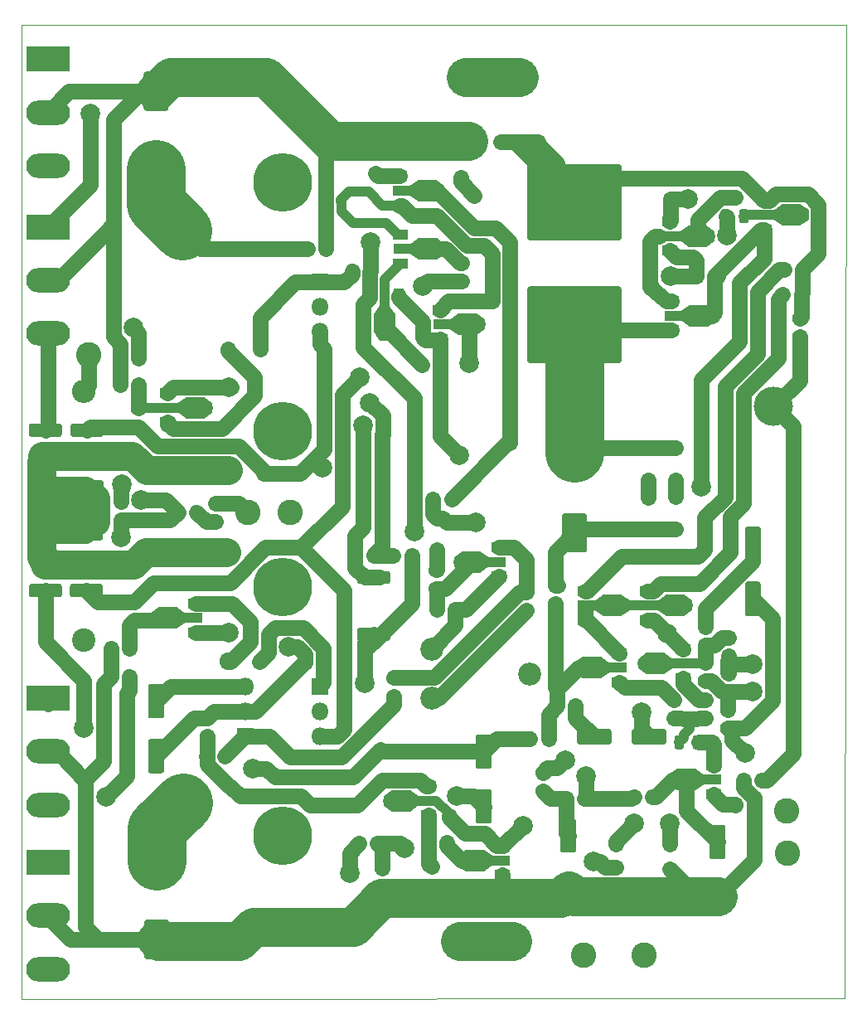
<source format=gtl>
%TF.GenerationSoftware,KiCad,Pcbnew,5.1.5-52549c5~84~ubuntu18.04.1*%
%TF.CreationDate,2020-03-16T18:49:37+13:00*%
%TF.ProjectId,Trimodal SMD,5472696d-6f64-4616-9c20-534d442e6b69,rev?*%
%TF.SameCoordinates,Original*%
%TF.FileFunction,Copper,L1,Top*%
%TF.FilePolarity,Positive*%
%FSLAX46Y46*%
G04 Gerber Fmt 4.6, Leading zero omitted, Abs format (unit mm)*
G04 Created by KiCad (PCBNEW 5.1.5-52549c5~84~ubuntu18.04.1) date 2020-03-16 18:49:37*
%MOMM*%
%LPD*%
G04 APERTURE LIST*
%ADD10C,0.100000*%
%ADD11C,6.000000*%
%ADD12C,0.150000*%
%ADD13R,1.200000X0.900000*%
%ADD14R,0.900000X1.200000*%
%ADD15C,3.000000*%
%ADD16C,2.600000*%
%ADD17C,2.400000*%
%ADD18O,2.400000X2.400000*%
%ADD19C,2.340000*%
%ADD20R,1.500000X1.000000*%
%ADD21R,1.800000X1.000000*%
%ADD22R,1.840000X2.200000*%
%ADD23O,1.800000X1.800000*%
%ADD24R,1.800000X1.800000*%
%ADD25R,4.500000X2.500000*%
%ADD26O,4.500000X2.500000*%
%ADD27R,2.200000X1.840000*%
%ADD28R,1.000000X1.500000*%
%ADD29R,1.000000X1.800000*%
%ADD30C,2.000000*%
%ADD31C,5.000000*%
%ADD32C,4.000000*%
%ADD33C,1.600000*%
%ADD34C,6.000001*%
%ADD35C,1.000000*%
%ADD36C,2.000000*%
%ADD37C,2.999999*%
%ADD38C,4.000000*%
G04 APERTURE END LIST*
D10*
X146494500Y-32131000D02*
X146367500Y-131572000D01*
X62230000Y-32194500D02*
X146494500Y-32131000D01*
X62293500Y-131635500D02*
X62230000Y-32194500D01*
X146367500Y-131572000D02*
X62293500Y-131635500D01*
D11*
X88900000Y-114935000D03*
X88900000Y-89535000D03*
%TA.AperFunction,SMDPad,CuDef*%
D12*
G36*
X77097504Y-123539704D02*
G01*
X77121773Y-123543304D01*
X77145571Y-123549265D01*
X77168671Y-123557530D01*
X77190849Y-123568020D01*
X77211893Y-123580633D01*
X77231598Y-123595247D01*
X77249777Y-123611723D01*
X77266253Y-123629902D01*
X77280867Y-123649607D01*
X77293480Y-123670651D01*
X77303970Y-123692829D01*
X77312235Y-123715929D01*
X77318196Y-123739727D01*
X77321796Y-123763996D01*
X77323000Y-123788500D01*
X77323000Y-127288500D01*
X77321796Y-127313004D01*
X77318196Y-127337273D01*
X77312235Y-127361071D01*
X77303970Y-127384171D01*
X77293480Y-127406349D01*
X77280867Y-127427393D01*
X77266253Y-127447098D01*
X77249777Y-127465277D01*
X77231598Y-127481753D01*
X77211893Y-127496367D01*
X77190849Y-127508980D01*
X77168671Y-127519470D01*
X77145571Y-127527735D01*
X77121773Y-127533696D01*
X77097504Y-127537296D01*
X77073000Y-127538500D01*
X75073000Y-127538500D01*
X75048496Y-127537296D01*
X75024227Y-127533696D01*
X75000429Y-127527735D01*
X74977329Y-127519470D01*
X74955151Y-127508980D01*
X74934107Y-127496367D01*
X74914402Y-127481753D01*
X74896223Y-127465277D01*
X74879747Y-127447098D01*
X74865133Y-127427393D01*
X74852520Y-127406349D01*
X74842030Y-127384171D01*
X74833765Y-127361071D01*
X74827804Y-127337273D01*
X74824204Y-127313004D01*
X74823000Y-127288500D01*
X74823000Y-123788500D01*
X74824204Y-123763996D01*
X74827804Y-123739727D01*
X74833765Y-123715929D01*
X74842030Y-123692829D01*
X74852520Y-123670651D01*
X74865133Y-123649607D01*
X74879747Y-123629902D01*
X74896223Y-123611723D01*
X74914402Y-123595247D01*
X74934107Y-123580633D01*
X74955151Y-123568020D01*
X74977329Y-123557530D01*
X75000429Y-123549265D01*
X75024227Y-123543304D01*
X75048496Y-123539704D01*
X75073000Y-123538500D01*
X77073000Y-123538500D01*
X77097504Y-123539704D01*
G37*
%TD.AperFunction*%
%TA.AperFunction,SMDPad,CuDef*%
G36*
X77097504Y-115539704D02*
G01*
X77121773Y-115543304D01*
X77145571Y-115549265D01*
X77168671Y-115557530D01*
X77190849Y-115568020D01*
X77211893Y-115580633D01*
X77231598Y-115595247D01*
X77249777Y-115611723D01*
X77266253Y-115629902D01*
X77280867Y-115649607D01*
X77293480Y-115670651D01*
X77303970Y-115692829D01*
X77312235Y-115715929D01*
X77318196Y-115739727D01*
X77321796Y-115763996D01*
X77323000Y-115788500D01*
X77323000Y-119288500D01*
X77321796Y-119313004D01*
X77318196Y-119337273D01*
X77312235Y-119361071D01*
X77303970Y-119384171D01*
X77293480Y-119406349D01*
X77280867Y-119427393D01*
X77266253Y-119447098D01*
X77249777Y-119465277D01*
X77231598Y-119481753D01*
X77211893Y-119496367D01*
X77190849Y-119508980D01*
X77168671Y-119519470D01*
X77145571Y-119527735D01*
X77121773Y-119533696D01*
X77097504Y-119537296D01*
X77073000Y-119538500D01*
X75073000Y-119538500D01*
X75048496Y-119537296D01*
X75024227Y-119533696D01*
X75000429Y-119527735D01*
X74977329Y-119519470D01*
X74955151Y-119508980D01*
X74934107Y-119496367D01*
X74914402Y-119481753D01*
X74896223Y-119465277D01*
X74879747Y-119447098D01*
X74865133Y-119427393D01*
X74852520Y-119406349D01*
X74842030Y-119384171D01*
X74833765Y-119361071D01*
X74827804Y-119337273D01*
X74824204Y-119313004D01*
X74823000Y-119288500D01*
X74823000Y-115788500D01*
X74824204Y-115763996D01*
X74827804Y-115739727D01*
X74833765Y-115715929D01*
X74842030Y-115692829D01*
X74852520Y-115670651D01*
X74865133Y-115649607D01*
X74879747Y-115629902D01*
X74896223Y-115611723D01*
X74914402Y-115595247D01*
X74934107Y-115580633D01*
X74955151Y-115568020D01*
X74977329Y-115557530D01*
X75000429Y-115549265D01*
X75024227Y-115543304D01*
X75048496Y-115539704D01*
X75073000Y-115538500D01*
X77073000Y-115538500D01*
X77097504Y-115539704D01*
G37*
%TD.AperFunction*%
%TA.AperFunction,SMDPad,CuDef*%
G36*
X74267142Y-90602674D02*
G01*
X74290803Y-90606184D01*
X74314007Y-90611996D01*
X74336529Y-90620054D01*
X74358153Y-90630282D01*
X74378670Y-90642579D01*
X74397883Y-90656829D01*
X74415607Y-90672893D01*
X74431671Y-90690617D01*
X74445921Y-90709830D01*
X74458218Y-90730347D01*
X74468446Y-90751971D01*
X74476504Y-90774493D01*
X74482316Y-90797697D01*
X74485826Y-90821358D01*
X74487000Y-90845250D01*
X74487000Y-91332750D01*
X74485826Y-91356642D01*
X74482316Y-91380303D01*
X74476504Y-91403507D01*
X74468446Y-91426029D01*
X74458218Y-91447653D01*
X74445921Y-91468170D01*
X74431671Y-91487383D01*
X74415607Y-91505107D01*
X74397883Y-91521171D01*
X74378670Y-91535421D01*
X74358153Y-91547718D01*
X74336529Y-91557946D01*
X74314007Y-91566004D01*
X74290803Y-91571816D01*
X74267142Y-91575326D01*
X74243250Y-91576500D01*
X73330750Y-91576500D01*
X73306858Y-91575326D01*
X73283197Y-91571816D01*
X73259993Y-91566004D01*
X73237471Y-91557946D01*
X73215847Y-91547718D01*
X73195330Y-91535421D01*
X73176117Y-91521171D01*
X73158393Y-91505107D01*
X73142329Y-91487383D01*
X73128079Y-91468170D01*
X73115782Y-91447653D01*
X73105554Y-91426029D01*
X73097496Y-91403507D01*
X73091684Y-91380303D01*
X73088174Y-91356642D01*
X73087000Y-91332750D01*
X73087000Y-90845250D01*
X73088174Y-90821358D01*
X73091684Y-90797697D01*
X73097496Y-90774493D01*
X73105554Y-90751971D01*
X73115782Y-90730347D01*
X73128079Y-90709830D01*
X73142329Y-90690617D01*
X73158393Y-90672893D01*
X73176117Y-90656829D01*
X73195330Y-90642579D01*
X73215847Y-90630282D01*
X73237471Y-90620054D01*
X73259993Y-90611996D01*
X73283197Y-90606184D01*
X73306858Y-90602674D01*
X73330750Y-90601500D01*
X74243250Y-90601500D01*
X74267142Y-90602674D01*
G37*
%TD.AperFunction*%
%TA.AperFunction,SMDPad,CuDef*%
G36*
X74267142Y-92477674D02*
G01*
X74290803Y-92481184D01*
X74314007Y-92486996D01*
X74336529Y-92495054D01*
X74358153Y-92505282D01*
X74378670Y-92517579D01*
X74397883Y-92531829D01*
X74415607Y-92547893D01*
X74431671Y-92565617D01*
X74445921Y-92584830D01*
X74458218Y-92605347D01*
X74468446Y-92626971D01*
X74476504Y-92649493D01*
X74482316Y-92672697D01*
X74485826Y-92696358D01*
X74487000Y-92720250D01*
X74487000Y-93207750D01*
X74485826Y-93231642D01*
X74482316Y-93255303D01*
X74476504Y-93278507D01*
X74468446Y-93301029D01*
X74458218Y-93322653D01*
X74445921Y-93343170D01*
X74431671Y-93362383D01*
X74415607Y-93380107D01*
X74397883Y-93396171D01*
X74378670Y-93410421D01*
X74358153Y-93422718D01*
X74336529Y-93432946D01*
X74314007Y-93441004D01*
X74290803Y-93446816D01*
X74267142Y-93450326D01*
X74243250Y-93451500D01*
X73330750Y-93451500D01*
X73306858Y-93450326D01*
X73283197Y-93446816D01*
X73259993Y-93441004D01*
X73237471Y-93432946D01*
X73215847Y-93422718D01*
X73195330Y-93410421D01*
X73176117Y-93396171D01*
X73158393Y-93380107D01*
X73142329Y-93362383D01*
X73128079Y-93343170D01*
X73115782Y-93322653D01*
X73105554Y-93301029D01*
X73097496Y-93278507D01*
X73091684Y-93255303D01*
X73088174Y-93231642D01*
X73087000Y-93207750D01*
X73087000Y-92720250D01*
X73088174Y-92696358D01*
X73091684Y-92672697D01*
X73097496Y-92649493D01*
X73105554Y-92626971D01*
X73115782Y-92605347D01*
X73128079Y-92584830D01*
X73142329Y-92565617D01*
X73158393Y-92547893D01*
X73176117Y-92531829D01*
X73195330Y-92517579D01*
X73215847Y-92505282D01*
X73237471Y-92495054D01*
X73259993Y-92486996D01*
X73283197Y-92481184D01*
X73306858Y-92477674D01*
X73330750Y-92476500D01*
X74243250Y-92476500D01*
X74267142Y-92477674D01*
G37*
%TD.AperFunction*%
%TA.AperFunction,SMDPad,CuDef*%
G36*
X137544004Y-83404704D02*
G01*
X137568273Y-83408304D01*
X137592071Y-83414265D01*
X137615171Y-83422530D01*
X137637349Y-83433020D01*
X137658393Y-83445633D01*
X137678098Y-83460247D01*
X137696277Y-83476723D01*
X137712753Y-83494902D01*
X137727367Y-83514607D01*
X137739980Y-83535651D01*
X137750470Y-83557829D01*
X137758735Y-83580929D01*
X137764696Y-83604727D01*
X137768296Y-83628996D01*
X137769500Y-83653500D01*
X137769500Y-86653500D01*
X137768296Y-86678004D01*
X137764696Y-86702273D01*
X137758735Y-86726071D01*
X137750470Y-86749171D01*
X137739980Y-86771349D01*
X137727367Y-86792393D01*
X137712753Y-86812098D01*
X137696277Y-86830277D01*
X137678098Y-86846753D01*
X137658393Y-86861367D01*
X137637349Y-86873980D01*
X137615171Y-86884470D01*
X137592071Y-86892735D01*
X137568273Y-86898696D01*
X137544004Y-86902296D01*
X137519500Y-86903500D01*
X136419500Y-86903500D01*
X136394996Y-86902296D01*
X136370727Y-86898696D01*
X136346929Y-86892735D01*
X136323829Y-86884470D01*
X136301651Y-86873980D01*
X136280607Y-86861367D01*
X136260902Y-86846753D01*
X136242723Y-86830277D01*
X136226247Y-86812098D01*
X136211633Y-86792393D01*
X136199020Y-86771349D01*
X136188530Y-86749171D01*
X136180265Y-86726071D01*
X136174304Y-86702273D01*
X136170704Y-86678004D01*
X136169500Y-86653500D01*
X136169500Y-83653500D01*
X136170704Y-83628996D01*
X136174304Y-83604727D01*
X136180265Y-83580929D01*
X136188530Y-83557829D01*
X136199020Y-83535651D01*
X136211633Y-83514607D01*
X136226247Y-83494902D01*
X136242723Y-83476723D01*
X136260902Y-83460247D01*
X136280607Y-83445633D01*
X136301651Y-83433020D01*
X136323829Y-83422530D01*
X136346929Y-83414265D01*
X136370727Y-83408304D01*
X136394996Y-83404704D01*
X136419500Y-83403500D01*
X137519500Y-83403500D01*
X137544004Y-83404704D01*
G37*
%TD.AperFunction*%
%TA.AperFunction,SMDPad,CuDef*%
G36*
X137544004Y-89004704D02*
G01*
X137568273Y-89008304D01*
X137592071Y-89014265D01*
X137615171Y-89022530D01*
X137637349Y-89033020D01*
X137658393Y-89045633D01*
X137678098Y-89060247D01*
X137696277Y-89076723D01*
X137712753Y-89094902D01*
X137727367Y-89114607D01*
X137739980Y-89135651D01*
X137750470Y-89157829D01*
X137758735Y-89180929D01*
X137764696Y-89204727D01*
X137768296Y-89228996D01*
X137769500Y-89253500D01*
X137769500Y-92253500D01*
X137768296Y-92278004D01*
X137764696Y-92302273D01*
X137758735Y-92326071D01*
X137750470Y-92349171D01*
X137739980Y-92371349D01*
X137727367Y-92392393D01*
X137712753Y-92412098D01*
X137696277Y-92430277D01*
X137678098Y-92446753D01*
X137658393Y-92461367D01*
X137637349Y-92473980D01*
X137615171Y-92484470D01*
X137592071Y-92492735D01*
X137568273Y-92498696D01*
X137544004Y-92502296D01*
X137519500Y-92503500D01*
X136419500Y-92503500D01*
X136394996Y-92502296D01*
X136370727Y-92498696D01*
X136346929Y-92492735D01*
X136323829Y-92484470D01*
X136301651Y-92473980D01*
X136280607Y-92461367D01*
X136260902Y-92446753D01*
X136242723Y-92430277D01*
X136226247Y-92412098D01*
X136211633Y-92392393D01*
X136199020Y-92371349D01*
X136188530Y-92349171D01*
X136180265Y-92326071D01*
X136174304Y-92302273D01*
X136170704Y-92278004D01*
X136169500Y-92253500D01*
X136169500Y-89253500D01*
X136170704Y-89228996D01*
X136174304Y-89204727D01*
X136180265Y-89180929D01*
X136188530Y-89157829D01*
X136199020Y-89135651D01*
X136211633Y-89114607D01*
X136226247Y-89094902D01*
X136242723Y-89076723D01*
X136260902Y-89060247D01*
X136280607Y-89045633D01*
X136301651Y-89033020D01*
X136323829Y-89022530D01*
X136346929Y-89014265D01*
X136370727Y-89008304D01*
X136394996Y-89004704D01*
X136419500Y-89003500D01*
X137519500Y-89003500D01*
X137544004Y-89004704D01*
G37*
%TD.AperFunction*%
%TA.AperFunction,SMDPad,CuDef*%
G36*
X119769504Y-82011204D02*
G01*
X119793773Y-82014804D01*
X119817571Y-82020765D01*
X119840671Y-82029030D01*
X119862849Y-82039520D01*
X119883893Y-82052133D01*
X119903598Y-82066747D01*
X119921777Y-82083223D01*
X119938253Y-82101402D01*
X119952867Y-82121107D01*
X119965480Y-82142151D01*
X119975970Y-82164329D01*
X119984235Y-82187429D01*
X119990196Y-82211227D01*
X119993796Y-82235496D01*
X119995000Y-82260000D01*
X119995000Y-85760000D01*
X119993796Y-85784504D01*
X119990196Y-85808773D01*
X119984235Y-85832571D01*
X119975970Y-85855671D01*
X119965480Y-85877849D01*
X119952867Y-85898893D01*
X119938253Y-85918598D01*
X119921777Y-85936777D01*
X119903598Y-85953253D01*
X119883893Y-85967867D01*
X119862849Y-85980480D01*
X119840671Y-85990970D01*
X119817571Y-85999235D01*
X119793773Y-86005196D01*
X119769504Y-86008796D01*
X119745000Y-86010000D01*
X117745000Y-86010000D01*
X117720496Y-86008796D01*
X117696227Y-86005196D01*
X117672429Y-85999235D01*
X117649329Y-85990970D01*
X117627151Y-85980480D01*
X117606107Y-85967867D01*
X117586402Y-85953253D01*
X117568223Y-85936777D01*
X117551747Y-85918598D01*
X117537133Y-85898893D01*
X117524520Y-85877849D01*
X117514030Y-85855671D01*
X117505765Y-85832571D01*
X117499804Y-85808773D01*
X117496204Y-85784504D01*
X117495000Y-85760000D01*
X117495000Y-82260000D01*
X117496204Y-82235496D01*
X117499804Y-82211227D01*
X117505765Y-82187429D01*
X117514030Y-82164329D01*
X117524520Y-82142151D01*
X117537133Y-82121107D01*
X117551747Y-82101402D01*
X117568223Y-82083223D01*
X117586402Y-82066747D01*
X117606107Y-82052133D01*
X117627151Y-82039520D01*
X117649329Y-82029030D01*
X117672429Y-82020765D01*
X117696227Y-82014804D01*
X117720496Y-82011204D01*
X117745000Y-82010000D01*
X119745000Y-82010000D01*
X119769504Y-82011204D01*
G37*
%TD.AperFunction*%
%TA.AperFunction,SMDPad,CuDef*%
G36*
X119769504Y-74011204D02*
G01*
X119793773Y-74014804D01*
X119817571Y-74020765D01*
X119840671Y-74029030D01*
X119862849Y-74039520D01*
X119883893Y-74052133D01*
X119903598Y-74066747D01*
X119921777Y-74083223D01*
X119938253Y-74101402D01*
X119952867Y-74121107D01*
X119965480Y-74142151D01*
X119975970Y-74164329D01*
X119984235Y-74187429D01*
X119990196Y-74211227D01*
X119993796Y-74235496D01*
X119995000Y-74260000D01*
X119995000Y-77760000D01*
X119993796Y-77784504D01*
X119990196Y-77808773D01*
X119984235Y-77832571D01*
X119975970Y-77855671D01*
X119965480Y-77877849D01*
X119952867Y-77898893D01*
X119938253Y-77918598D01*
X119921777Y-77936777D01*
X119903598Y-77953253D01*
X119883893Y-77967867D01*
X119862849Y-77980480D01*
X119840671Y-77990970D01*
X119817571Y-77999235D01*
X119793773Y-78005196D01*
X119769504Y-78008796D01*
X119745000Y-78010000D01*
X117745000Y-78010000D01*
X117720496Y-78008796D01*
X117696227Y-78005196D01*
X117672429Y-77999235D01*
X117649329Y-77990970D01*
X117627151Y-77980480D01*
X117606107Y-77967867D01*
X117586402Y-77953253D01*
X117568223Y-77936777D01*
X117551747Y-77918598D01*
X117537133Y-77898893D01*
X117524520Y-77877849D01*
X117514030Y-77855671D01*
X117505765Y-77832571D01*
X117499804Y-77808773D01*
X117496204Y-77784504D01*
X117495000Y-77760000D01*
X117495000Y-74260000D01*
X117496204Y-74235496D01*
X117499804Y-74211227D01*
X117505765Y-74187429D01*
X117514030Y-74164329D01*
X117524520Y-74142151D01*
X117537133Y-74121107D01*
X117551747Y-74101402D01*
X117568223Y-74083223D01*
X117586402Y-74066747D01*
X117606107Y-74052133D01*
X117627151Y-74039520D01*
X117649329Y-74029030D01*
X117672429Y-74020765D01*
X117696227Y-74014804D01*
X117720496Y-74011204D01*
X117745000Y-74010000D01*
X119745000Y-74010000D01*
X119769504Y-74011204D01*
G37*
%TD.AperFunction*%
%TA.AperFunction,SMDPad,CuDef*%
G36*
X76584004Y-105070204D02*
G01*
X76608273Y-105073804D01*
X76632071Y-105079765D01*
X76655171Y-105088030D01*
X76677349Y-105098520D01*
X76698393Y-105111133D01*
X76718098Y-105125747D01*
X76736277Y-105142223D01*
X76752753Y-105160402D01*
X76767367Y-105180107D01*
X76779980Y-105201151D01*
X76790470Y-105223329D01*
X76798735Y-105246429D01*
X76804696Y-105270227D01*
X76808296Y-105294496D01*
X76809500Y-105319000D01*
X76809500Y-108319000D01*
X76808296Y-108343504D01*
X76804696Y-108367773D01*
X76798735Y-108391571D01*
X76790470Y-108414671D01*
X76779980Y-108436849D01*
X76767367Y-108457893D01*
X76752753Y-108477598D01*
X76736277Y-108495777D01*
X76718098Y-108512253D01*
X76698393Y-108526867D01*
X76677349Y-108539480D01*
X76655171Y-108549970D01*
X76632071Y-108558235D01*
X76608273Y-108564196D01*
X76584004Y-108567796D01*
X76559500Y-108569000D01*
X75459500Y-108569000D01*
X75434996Y-108567796D01*
X75410727Y-108564196D01*
X75386929Y-108558235D01*
X75363829Y-108549970D01*
X75341651Y-108539480D01*
X75320607Y-108526867D01*
X75300902Y-108512253D01*
X75282723Y-108495777D01*
X75266247Y-108477598D01*
X75251633Y-108457893D01*
X75239020Y-108436849D01*
X75228530Y-108414671D01*
X75220265Y-108391571D01*
X75214304Y-108367773D01*
X75210704Y-108343504D01*
X75209500Y-108319000D01*
X75209500Y-105319000D01*
X75210704Y-105294496D01*
X75214304Y-105270227D01*
X75220265Y-105246429D01*
X75228530Y-105223329D01*
X75239020Y-105201151D01*
X75251633Y-105180107D01*
X75266247Y-105160402D01*
X75282723Y-105142223D01*
X75300902Y-105125747D01*
X75320607Y-105111133D01*
X75341651Y-105098520D01*
X75363829Y-105088030D01*
X75386929Y-105079765D01*
X75410727Y-105073804D01*
X75434996Y-105070204D01*
X75459500Y-105069000D01*
X76559500Y-105069000D01*
X76584004Y-105070204D01*
G37*
%TD.AperFunction*%
%TA.AperFunction,SMDPad,CuDef*%
G36*
X76584004Y-99470204D02*
G01*
X76608273Y-99473804D01*
X76632071Y-99479765D01*
X76655171Y-99488030D01*
X76677349Y-99498520D01*
X76698393Y-99511133D01*
X76718098Y-99525747D01*
X76736277Y-99542223D01*
X76752753Y-99560402D01*
X76767367Y-99580107D01*
X76779980Y-99601151D01*
X76790470Y-99623329D01*
X76798735Y-99646429D01*
X76804696Y-99670227D01*
X76808296Y-99694496D01*
X76809500Y-99719000D01*
X76809500Y-102719000D01*
X76808296Y-102743504D01*
X76804696Y-102767773D01*
X76798735Y-102791571D01*
X76790470Y-102814671D01*
X76779980Y-102836849D01*
X76767367Y-102857893D01*
X76752753Y-102877598D01*
X76736277Y-102895777D01*
X76718098Y-102912253D01*
X76698393Y-102926867D01*
X76677349Y-102939480D01*
X76655171Y-102949970D01*
X76632071Y-102958235D01*
X76608273Y-102964196D01*
X76584004Y-102967796D01*
X76559500Y-102969000D01*
X75459500Y-102969000D01*
X75434996Y-102967796D01*
X75410727Y-102964196D01*
X75386929Y-102958235D01*
X75363829Y-102949970D01*
X75341651Y-102939480D01*
X75320607Y-102926867D01*
X75300902Y-102912253D01*
X75282723Y-102895777D01*
X75266247Y-102877598D01*
X75251633Y-102857893D01*
X75239020Y-102836849D01*
X75228530Y-102814671D01*
X75220265Y-102791571D01*
X75214304Y-102767773D01*
X75210704Y-102743504D01*
X75209500Y-102719000D01*
X75209500Y-99719000D01*
X75210704Y-99694496D01*
X75214304Y-99670227D01*
X75220265Y-99646429D01*
X75228530Y-99623329D01*
X75239020Y-99601151D01*
X75251633Y-99580107D01*
X75266247Y-99560402D01*
X75282723Y-99542223D01*
X75300902Y-99525747D01*
X75320607Y-99511133D01*
X75341651Y-99498520D01*
X75363829Y-99488030D01*
X75386929Y-99479765D01*
X75410727Y-99473804D01*
X75434996Y-99470204D01*
X75459500Y-99469000D01*
X76559500Y-99469000D01*
X76584004Y-99470204D01*
G37*
%TD.AperFunction*%
%TA.AperFunction,SMDPad,CuDef*%
G36*
X110048504Y-110207704D02*
G01*
X110072773Y-110211304D01*
X110096571Y-110217265D01*
X110119671Y-110225530D01*
X110141849Y-110236020D01*
X110162893Y-110248633D01*
X110182598Y-110263247D01*
X110200777Y-110279723D01*
X110217253Y-110297902D01*
X110231867Y-110317607D01*
X110244480Y-110338651D01*
X110254970Y-110360829D01*
X110263235Y-110383929D01*
X110269196Y-110407727D01*
X110272796Y-110431996D01*
X110274000Y-110456500D01*
X110274000Y-113456500D01*
X110272796Y-113481004D01*
X110269196Y-113505273D01*
X110263235Y-113529071D01*
X110254970Y-113552171D01*
X110244480Y-113574349D01*
X110231867Y-113595393D01*
X110217253Y-113615098D01*
X110200777Y-113633277D01*
X110182598Y-113649753D01*
X110162893Y-113664367D01*
X110141849Y-113676980D01*
X110119671Y-113687470D01*
X110096571Y-113695735D01*
X110072773Y-113701696D01*
X110048504Y-113705296D01*
X110024000Y-113706500D01*
X108924000Y-113706500D01*
X108899496Y-113705296D01*
X108875227Y-113701696D01*
X108851429Y-113695735D01*
X108828329Y-113687470D01*
X108806151Y-113676980D01*
X108785107Y-113664367D01*
X108765402Y-113649753D01*
X108747223Y-113633277D01*
X108730747Y-113615098D01*
X108716133Y-113595393D01*
X108703520Y-113574349D01*
X108693030Y-113552171D01*
X108684765Y-113529071D01*
X108678804Y-113505273D01*
X108675204Y-113481004D01*
X108674000Y-113456500D01*
X108674000Y-110456500D01*
X108675204Y-110431996D01*
X108678804Y-110407727D01*
X108684765Y-110383929D01*
X108693030Y-110360829D01*
X108703520Y-110338651D01*
X108716133Y-110317607D01*
X108730747Y-110297902D01*
X108747223Y-110279723D01*
X108765402Y-110263247D01*
X108785107Y-110248633D01*
X108806151Y-110236020D01*
X108828329Y-110225530D01*
X108851429Y-110217265D01*
X108875227Y-110211304D01*
X108899496Y-110207704D01*
X108924000Y-110206500D01*
X110024000Y-110206500D01*
X110048504Y-110207704D01*
G37*
%TD.AperFunction*%
%TA.AperFunction,SMDPad,CuDef*%
G36*
X110048504Y-104607704D02*
G01*
X110072773Y-104611304D01*
X110096571Y-104617265D01*
X110119671Y-104625530D01*
X110141849Y-104636020D01*
X110162893Y-104648633D01*
X110182598Y-104663247D01*
X110200777Y-104679723D01*
X110217253Y-104697902D01*
X110231867Y-104717607D01*
X110244480Y-104738651D01*
X110254970Y-104760829D01*
X110263235Y-104783929D01*
X110269196Y-104807727D01*
X110272796Y-104831996D01*
X110274000Y-104856500D01*
X110274000Y-107856500D01*
X110272796Y-107881004D01*
X110269196Y-107905273D01*
X110263235Y-107929071D01*
X110254970Y-107952171D01*
X110244480Y-107974349D01*
X110231867Y-107995393D01*
X110217253Y-108015098D01*
X110200777Y-108033277D01*
X110182598Y-108049753D01*
X110162893Y-108064367D01*
X110141849Y-108076980D01*
X110119671Y-108087470D01*
X110096571Y-108095735D01*
X110072773Y-108101696D01*
X110048504Y-108105296D01*
X110024000Y-108106500D01*
X108924000Y-108106500D01*
X108899496Y-108105296D01*
X108875227Y-108101696D01*
X108851429Y-108095735D01*
X108828329Y-108087470D01*
X108806151Y-108076980D01*
X108785107Y-108064367D01*
X108765402Y-108049753D01*
X108747223Y-108033277D01*
X108730747Y-108015098D01*
X108716133Y-107995393D01*
X108703520Y-107974349D01*
X108693030Y-107952171D01*
X108684765Y-107929071D01*
X108678804Y-107905273D01*
X108675204Y-107881004D01*
X108674000Y-107856500D01*
X108674000Y-104856500D01*
X108675204Y-104831996D01*
X108678804Y-104807727D01*
X108684765Y-104783929D01*
X108693030Y-104760829D01*
X108703520Y-104738651D01*
X108716133Y-104717607D01*
X108730747Y-104697902D01*
X108747223Y-104679723D01*
X108765402Y-104663247D01*
X108785107Y-104648633D01*
X108806151Y-104636020D01*
X108828329Y-104625530D01*
X108851429Y-104617265D01*
X108875227Y-104611304D01*
X108899496Y-104607704D01*
X108924000Y-104606500D01*
X110024000Y-104606500D01*
X110048504Y-104607704D01*
G37*
%TD.AperFunction*%
%TA.AperFunction,SMDPad,CuDef*%
G36*
X77034004Y-36927704D02*
G01*
X77058273Y-36931304D01*
X77082071Y-36937265D01*
X77105171Y-36945530D01*
X77127349Y-36956020D01*
X77148393Y-36968633D01*
X77168098Y-36983247D01*
X77186277Y-36999723D01*
X77202753Y-37017902D01*
X77217367Y-37037607D01*
X77229980Y-37058651D01*
X77240470Y-37080829D01*
X77248735Y-37103929D01*
X77254696Y-37127727D01*
X77258296Y-37151996D01*
X77259500Y-37176500D01*
X77259500Y-40676500D01*
X77258296Y-40701004D01*
X77254696Y-40725273D01*
X77248735Y-40749071D01*
X77240470Y-40772171D01*
X77229980Y-40794349D01*
X77217367Y-40815393D01*
X77202753Y-40835098D01*
X77186277Y-40853277D01*
X77168098Y-40869753D01*
X77148393Y-40884367D01*
X77127349Y-40896980D01*
X77105171Y-40907470D01*
X77082071Y-40915735D01*
X77058273Y-40921696D01*
X77034004Y-40925296D01*
X77009500Y-40926500D01*
X75009500Y-40926500D01*
X74984996Y-40925296D01*
X74960727Y-40921696D01*
X74936929Y-40915735D01*
X74913829Y-40907470D01*
X74891651Y-40896980D01*
X74870607Y-40884367D01*
X74850902Y-40869753D01*
X74832723Y-40853277D01*
X74816247Y-40835098D01*
X74801633Y-40815393D01*
X74789020Y-40794349D01*
X74778530Y-40772171D01*
X74770265Y-40749071D01*
X74764304Y-40725273D01*
X74760704Y-40701004D01*
X74759500Y-40676500D01*
X74759500Y-37176500D01*
X74760704Y-37151996D01*
X74764304Y-37127727D01*
X74770265Y-37103929D01*
X74778530Y-37080829D01*
X74789020Y-37058651D01*
X74801633Y-37037607D01*
X74816247Y-37017902D01*
X74832723Y-36999723D01*
X74850902Y-36983247D01*
X74870607Y-36968633D01*
X74891651Y-36956020D01*
X74913829Y-36945530D01*
X74936929Y-36937265D01*
X74960727Y-36931304D01*
X74984996Y-36927704D01*
X75009500Y-36926500D01*
X77009500Y-36926500D01*
X77034004Y-36927704D01*
G37*
%TD.AperFunction*%
%TA.AperFunction,SMDPad,CuDef*%
G36*
X77034004Y-44927704D02*
G01*
X77058273Y-44931304D01*
X77082071Y-44937265D01*
X77105171Y-44945530D01*
X77127349Y-44956020D01*
X77148393Y-44968633D01*
X77168098Y-44983247D01*
X77186277Y-44999723D01*
X77202753Y-45017902D01*
X77217367Y-45037607D01*
X77229980Y-45058651D01*
X77240470Y-45080829D01*
X77248735Y-45103929D01*
X77254696Y-45127727D01*
X77258296Y-45151996D01*
X77259500Y-45176500D01*
X77259500Y-48676500D01*
X77258296Y-48701004D01*
X77254696Y-48725273D01*
X77248735Y-48749071D01*
X77240470Y-48772171D01*
X77229980Y-48794349D01*
X77217367Y-48815393D01*
X77202753Y-48835098D01*
X77186277Y-48853277D01*
X77168098Y-48869753D01*
X77148393Y-48884367D01*
X77127349Y-48896980D01*
X77105171Y-48907470D01*
X77082071Y-48915735D01*
X77058273Y-48921696D01*
X77034004Y-48925296D01*
X77009500Y-48926500D01*
X75009500Y-48926500D01*
X74984996Y-48925296D01*
X74960727Y-48921696D01*
X74936929Y-48915735D01*
X74913829Y-48907470D01*
X74891651Y-48896980D01*
X74870607Y-48884367D01*
X74850902Y-48869753D01*
X74832723Y-48853277D01*
X74816247Y-48835098D01*
X74801633Y-48815393D01*
X74789020Y-48794349D01*
X74778530Y-48772171D01*
X74770265Y-48749071D01*
X74764304Y-48725273D01*
X74760704Y-48701004D01*
X74759500Y-48676500D01*
X74759500Y-45176500D01*
X74760704Y-45151996D01*
X74764304Y-45127727D01*
X74770265Y-45103929D01*
X74778530Y-45080829D01*
X74789020Y-45058651D01*
X74801633Y-45037607D01*
X74816247Y-45017902D01*
X74832723Y-44999723D01*
X74850902Y-44983247D01*
X74870607Y-44968633D01*
X74891651Y-44956020D01*
X74913829Y-44945530D01*
X74936929Y-44937265D01*
X74960727Y-44931304D01*
X74984996Y-44927704D01*
X75009500Y-44926500D01*
X77009500Y-44926500D01*
X77034004Y-44927704D01*
G37*
%TD.AperFunction*%
%TA.AperFunction,SMDPad,CuDef*%
G36*
X118684504Y-113186204D02*
G01*
X118708773Y-113189804D01*
X118732571Y-113195765D01*
X118755671Y-113204030D01*
X118777849Y-113214520D01*
X118798893Y-113227133D01*
X118818598Y-113241747D01*
X118836777Y-113258223D01*
X118853253Y-113276402D01*
X118867867Y-113296107D01*
X118880480Y-113317151D01*
X118890970Y-113339329D01*
X118899235Y-113362429D01*
X118905196Y-113386227D01*
X118908796Y-113410496D01*
X118910000Y-113435000D01*
X118910000Y-116435000D01*
X118908796Y-116459504D01*
X118905196Y-116483773D01*
X118899235Y-116507571D01*
X118890970Y-116530671D01*
X118880480Y-116552849D01*
X118867867Y-116573893D01*
X118853253Y-116593598D01*
X118836777Y-116611777D01*
X118818598Y-116628253D01*
X118798893Y-116642867D01*
X118777849Y-116655480D01*
X118755671Y-116665970D01*
X118732571Y-116674235D01*
X118708773Y-116680196D01*
X118684504Y-116683796D01*
X118660000Y-116685000D01*
X117560000Y-116685000D01*
X117535496Y-116683796D01*
X117511227Y-116680196D01*
X117487429Y-116674235D01*
X117464329Y-116665970D01*
X117442151Y-116655480D01*
X117421107Y-116642867D01*
X117401402Y-116628253D01*
X117383223Y-116611777D01*
X117366747Y-116593598D01*
X117352133Y-116573893D01*
X117339520Y-116552849D01*
X117329030Y-116530671D01*
X117320765Y-116507571D01*
X117314804Y-116483773D01*
X117311204Y-116459504D01*
X117310000Y-116435000D01*
X117310000Y-113435000D01*
X117311204Y-113410496D01*
X117314804Y-113386227D01*
X117320765Y-113362429D01*
X117329030Y-113339329D01*
X117339520Y-113317151D01*
X117352133Y-113296107D01*
X117366747Y-113276402D01*
X117383223Y-113258223D01*
X117401402Y-113241747D01*
X117421107Y-113227133D01*
X117442151Y-113214520D01*
X117464329Y-113204030D01*
X117487429Y-113195765D01*
X117511227Y-113189804D01*
X117535496Y-113186204D01*
X117560000Y-113185000D01*
X118660000Y-113185000D01*
X118684504Y-113186204D01*
G37*
%TD.AperFunction*%
%TA.AperFunction,SMDPad,CuDef*%
G36*
X118684504Y-118786204D02*
G01*
X118708773Y-118789804D01*
X118732571Y-118795765D01*
X118755671Y-118804030D01*
X118777849Y-118814520D01*
X118798893Y-118827133D01*
X118818598Y-118841747D01*
X118836777Y-118858223D01*
X118853253Y-118876402D01*
X118867867Y-118896107D01*
X118880480Y-118917151D01*
X118890970Y-118939329D01*
X118899235Y-118962429D01*
X118905196Y-118986227D01*
X118908796Y-119010496D01*
X118910000Y-119035000D01*
X118910000Y-122035000D01*
X118908796Y-122059504D01*
X118905196Y-122083773D01*
X118899235Y-122107571D01*
X118890970Y-122130671D01*
X118880480Y-122152849D01*
X118867867Y-122173893D01*
X118853253Y-122193598D01*
X118836777Y-122211777D01*
X118818598Y-122228253D01*
X118798893Y-122242867D01*
X118777849Y-122255480D01*
X118755671Y-122265970D01*
X118732571Y-122274235D01*
X118708773Y-122280196D01*
X118684504Y-122283796D01*
X118660000Y-122285000D01*
X117560000Y-122285000D01*
X117535496Y-122283796D01*
X117511227Y-122280196D01*
X117487429Y-122274235D01*
X117464329Y-122265970D01*
X117442151Y-122255480D01*
X117421107Y-122242867D01*
X117401402Y-122228253D01*
X117383223Y-122211777D01*
X117366747Y-122193598D01*
X117352133Y-122173893D01*
X117339520Y-122152849D01*
X117329030Y-122130671D01*
X117320765Y-122107571D01*
X117314804Y-122083773D01*
X117311204Y-122059504D01*
X117310000Y-122035000D01*
X117310000Y-119035000D01*
X117311204Y-119010496D01*
X117314804Y-118986227D01*
X117320765Y-118962429D01*
X117329030Y-118939329D01*
X117339520Y-118917151D01*
X117352133Y-118896107D01*
X117366747Y-118876402D01*
X117383223Y-118858223D01*
X117401402Y-118841747D01*
X117421107Y-118827133D01*
X117442151Y-118814520D01*
X117464329Y-118804030D01*
X117487429Y-118795765D01*
X117511227Y-118789804D01*
X117535496Y-118786204D01*
X117560000Y-118785000D01*
X118660000Y-118785000D01*
X118684504Y-118786204D01*
G37*
%TD.AperFunction*%
%TA.AperFunction,SMDPad,CuDef*%
G36*
X123319507Y-58866204D02*
G01*
X123343775Y-58869804D01*
X123367573Y-58875765D01*
X123390673Y-58884030D01*
X123412851Y-58894519D01*
X123433894Y-58907132D01*
X123453599Y-58921747D01*
X123471778Y-58938222D01*
X123488253Y-58956401D01*
X123502868Y-58976106D01*
X123515481Y-58997149D01*
X123525970Y-59019327D01*
X123534235Y-59042427D01*
X123540196Y-59066225D01*
X123543796Y-59090493D01*
X123545000Y-59114997D01*
X123545000Y-66415003D01*
X123543796Y-66439507D01*
X123540196Y-66463775D01*
X123534235Y-66487573D01*
X123525970Y-66510673D01*
X123515481Y-66532851D01*
X123502868Y-66553894D01*
X123488253Y-66573599D01*
X123471778Y-66591778D01*
X123453599Y-66608253D01*
X123433894Y-66622868D01*
X123412851Y-66635481D01*
X123390673Y-66645970D01*
X123367573Y-66654235D01*
X123343775Y-66660196D01*
X123319507Y-66663796D01*
X123295003Y-66665000D01*
X114194997Y-66665000D01*
X114170493Y-66663796D01*
X114146225Y-66660196D01*
X114122427Y-66654235D01*
X114099327Y-66645970D01*
X114077149Y-66635481D01*
X114056106Y-66622868D01*
X114036401Y-66608253D01*
X114018222Y-66591778D01*
X114001747Y-66573599D01*
X113987132Y-66553894D01*
X113974519Y-66532851D01*
X113964030Y-66510673D01*
X113955765Y-66487573D01*
X113949804Y-66463775D01*
X113946204Y-66439507D01*
X113945000Y-66415003D01*
X113945000Y-59114997D01*
X113946204Y-59090493D01*
X113949804Y-59066225D01*
X113955765Y-59042427D01*
X113964030Y-59019327D01*
X113974519Y-58997149D01*
X113987132Y-58976106D01*
X114001747Y-58956401D01*
X114018222Y-58938222D01*
X114036401Y-58921747D01*
X114056106Y-58907132D01*
X114077149Y-58894519D01*
X114099327Y-58884030D01*
X114122427Y-58875765D01*
X114146225Y-58869804D01*
X114170493Y-58866204D01*
X114194997Y-58865000D01*
X123295003Y-58865000D01*
X123319507Y-58866204D01*
G37*
%TD.AperFunction*%
%TA.AperFunction,SMDPad,CuDef*%
G36*
X123319507Y-46366204D02*
G01*
X123343775Y-46369804D01*
X123367573Y-46375765D01*
X123390673Y-46384030D01*
X123412851Y-46394519D01*
X123433894Y-46407132D01*
X123453599Y-46421747D01*
X123471778Y-46438222D01*
X123488253Y-46456401D01*
X123502868Y-46476106D01*
X123515481Y-46497149D01*
X123525970Y-46519327D01*
X123534235Y-46542427D01*
X123540196Y-46566225D01*
X123543796Y-46590493D01*
X123545000Y-46614997D01*
X123545000Y-53915003D01*
X123543796Y-53939507D01*
X123540196Y-53963775D01*
X123534235Y-53987573D01*
X123525970Y-54010673D01*
X123515481Y-54032851D01*
X123502868Y-54053894D01*
X123488253Y-54073599D01*
X123471778Y-54091778D01*
X123453599Y-54108253D01*
X123433894Y-54122868D01*
X123412851Y-54135481D01*
X123390673Y-54145970D01*
X123367573Y-54154235D01*
X123343775Y-54160196D01*
X123319507Y-54163796D01*
X123295003Y-54165000D01*
X114194997Y-54165000D01*
X114170493Y-54163796D01*
X114146225Y-54160196D01*
X114122427Y-54154235D01*
X114099327Y-54145970D01*
X114077149Y-54135481D01*
X114056106Y-54122868D01*
X114036401Y-54108253D01*
X114018222Y-54091778D01*
X114001747Y-54073599D01*
X113987132Y-54053894D01*
X113974519Y-54032851D01*
X113964030Y-54010673D01*
X113955765Y-53987573D01*
X113949804Y-53963775D01*
X113946204Y-53939507D01*
X113945000Y-53915003D01*
X113945000Y-46614997D01*
X113946204Y-46590493D01*
X113949804Y-46566225D01*
X113955765Y-46542427D01*
X113964030Y-46519327D01*
X113974519Y-46497149D01*
X113987132Y-46476106D01*
X114001747Y-46456401D01*
X114018222Y-46438222D01*
X114036401Y-46421747D01*
X114056106Y-46407132D01*
X114077149Y-46394519D01*
X114099327Y-46384030D01*
X114122427Y-46375765D01*
X114146225Y-46369804D01*
X114170493Y-46366204D01*
X114194997Y-46365000D01*
X123295003Y-46365000D01*
X123319507Y-46366204D01*
G37*
%TD.AperFunction*%
%TA.AperFunction,SMDPad,CuDef*%
G36*
X133924504Y-113821204D02*
G01*
X133948773Y-113824804D01*
X133972571Y-113830765D01*
X133995671Y-113839030D01*
X134017849Y-113849520D01*
X134038893Y-113862133D01*
X134058598Y-113876747D01*
X134076777Y-113893223D01*
X134093253Y-113911402D01*
X134107867Y-113931107D01*
X134120480Y-113952151D01*
X134130970Y-113974329D01*
X134139235Y-113997429D01*
X134145196Y-114021227D01*
X134148796Y-114045496D01*
X134150000Y-114070000D01*
X134150000Y-117070000D01*
X134148796Y-117094504D01*
X134145196Y-117118773D01*
X134139235Y-117142571D01*
X134130970Y-117165671D01*
X134120480Y-117187849D01*
X134107867Y-117208893D01*
X134093253Y-117228598D01*
X134076777Y-117246777D01*
X134058598Y-117263253D01*
X134038893Y-117277867D01*
X134017849Y-117290480D01*
X133995671Y-117300970D01*
X133972571Y-117309235D01*
X133948773Y-117315196D01*
X133924504Y-117318796D01*
X133900000Y-117320000D01*
X132800000Y-117320000D01*
X132775496Y-117318796D01*
X132751227Y-117315196D01*
X132727429Y-117309235D01*
X132704329Y-117300970D01*
X132682151Y-117290480D01*
X132661107Y-117277867D01*
X132641402Y-117263253D01*
X132623223Y-117246777D01*
X132606747Y-117228598D01*
X132592133Y-117208893D01*
X132579520Y-117187849D01*
X132569030Y-117165671D01*
X132560765Y-117142571D01*
X132554804Y-117118773D01*
X132551204Y-117094504D01*
X132550000Y-117070000D01*
X132550000Y-114070000D01*
X132551204Y-114045496D01*
X132554804Y-114021227D01*
X132560765Y-113997429D01*
X132569030Y-113974329D01*
X132579520Y-113952151D01*
X132592133Y-113931107D01*
X132606747Y-113911402D01*
X132623223Y-113893223D01*
X132641402Y-113876747D01*
X132661107Y-113862133D01*
X132682151Y-113849520D01*
X132704329Y-113839030D01*
X132727429Y-113830765D01*
X132751227Y-113824804D01*
X132775496Y-113821204D01*
X132800000Y-113820000D01*
X133900000Y-113820000D01*
X133924504Y-113821204D01*
G37*
%TD.AperFunction*%
%TA.AperFunction,SMDPad,CuDef*%
G36*
X133924504Y-119421204D02*
G01*
X133948773Y-119424804D01*
X133972571Y-119430765D01*
X133995671Y-119439030D01*
X134017849Y-119449520D01*
X134038893Y-119462133D01*
X134058598Y-119476747D01*
X134076777Y-119493223D01*
X134093253Y-119511402D01*
X134107867Y-119531107D01*
X134120480Y-119552151D01*
X134130970Y-119574329D01*
X134139235Y-119597429D01*
X134145196Y-119621227D01*
X134148796Y-119645496D01*
X134150000Y-119670000D01*
X134150000Y-122670000D01*
X134148796Y-122694504D01*
X134145196Y-122718773D01*
X134139235Y-122742571D01*
X134130970Y-122765671D01*
X134120480Y-122787849D01*
X134107867Y-122808893D01*
X134093253Y-122828598D01*
X134076777Y-122846777D01*
X134058598Y-122863253D01*
X134038893Y-122877867D01*
X134017849Y-122890480D01*
X133995671Y-122900970D01*
X133972571Y-122909235D01*
X133948773Y-122915196D01*
X133924504Y-122918796D01*
X133900000Y-122920000D01*
X132800000Y-122920000D01*
X132775496Y-122918796D01*
X132751227Y-122915196D01*
X132727429Y-122909235D01*
X132704329Y-122900970D01*
X132682151Y-122890480D01*
X132661107Y-122877867D01*
X132641402Y-122863253D01*
X132623223Y-122846777D01*
X132606747Y-122828598D01*
X132592133Y-122808893D01*
X132579520Y-122787849D01*
X132569030Y-122765671D01*
X132560765Y-122742571D01*
X132554804Y-122718773D01*
X132551204Y-122694504D01*
X132550000Y-122670000D01*
X132550000Y-119670000D01*
X132551204Y-119645496D01*
X132554804Y-119621227D01*
X132560765Y-119597429D01*
X132569030Y-119574329D01*
X132579520Y-119552151D01*
X132592133Y-119531107D01*
X132606747Y-119511402D01*
X132623223Y-119493223D01*
X132641402Y-119476747D01*
X132661107Y-119462133D01*
X132682151Y-119449520D01*
X132704329Y-119439030D01*
X132727429Y-119430765D01*
X132751227Y-119424804D01*
X132775496Y-119421204D01*
X132800000Y-119420000D01*
X133900000Y-119420000D01*
X133924504Y-119421204D01*
G37*
%TD.AperFunction*%
%TA.AperFunction,SMDPad,CuDef*%
G36*
X127889504Y-104039704D02*
G01*
X127913773Y-104043304D01*
X127937571Y-104049265D01*
X127960671Y-104057530D01*
X127982849Y-104068020D01*
X128003893Y-104080633D01*
X128023598Y-104095247D01*
X128041777Y-104111723D01*
X128058253Y-104129902D01*
X128072867Y-104149607D01*
X128085480Y-104170651D01*
X128095970Y-104192829D01*
X128104235Y-104215929D01*
X128110196Y-104239727D01*
X128113796Y-104263996D01*
X128115000Y-104288500D01*
X128115000Y-105388500D01*
X128113796Y-105413004D01*
X128110196Y-105437273D01*
X128104235Y-105461071D01*
X128095970Y-105484171D01*
X128085480Y-105506349D01*
X128072867Y-105527393D01*
X128058253Y-105547098D01*
X128041777Y-105565277D01*
X128023598Y-105581753D01*
X128003893Y-105596367D01*
X127982849Y-105608980D01*
X127960671Y-105619470D01*
X127937571Y-105627735D01*
X127913773Y-105633696D01*
X127889504Y-105637296D01*
X127865000Y-105638500D01*
X124865000Y-105638500D01*
X124840496Y-105637296D01*
X124816227Y-105633696D01*
X124792429Y-105627735D01*
X124769329Y-105619470D01*
X124747151Y-105608980D01*
X124726107Y-105596367D01*
X124706402Y-105581753D01*
X124688223Y-105565277D01*
X124671747Y-105547098D01*
X124657133Y-105527393D01*
X124644520Y-105506349D01*
X124634030Y-105484171D01*
X124625765Y-105461071D01*
X124619804Y-105437273D01*
X124616204Y-105413004D01*
X124615000Y-105388500D01*
X124615000Y-104288500D01*
X124616204Y-104263996D01*
X124619804Y-104239727D01*
X124625765Y-104215929D01*
X124634030Y-104192829D01*
X124644520Y-104170651D01*
X124657133Y-104149607D01*
X124671747Y-104129902D01*
X124688223Y-104111723D01*
X124706402Y-104095247D01*
X124726107Y-104080633D01*
X124747151Y-104068020D01*
X124769329Y-104057530D01*
X124792429Y-104049265D01*
X124816227Y-104043304D01*
X124840496Y-104039704D01*
X124865000Y-104038500D01*
X127865000Y-104038500D01*
X127889504Y-104039704D01*
G37*
%TD.AperFunction*%
%TA.AperFunction,SMDPad,CuDef*%
G36*
X122289504Y-104039704D02*
G01*
X122313773Y-104043304D01*
X122337571Y-104049265D01*
X122360671Y-104057530D01*
X122382849Y-104068020D01*
X122403893Y-104080633D01*
X122423598Y-104095247D01*
X122441777Y-104111723D01*
X122458253Y-104129902D01*
X122472867Y-104149607D01*
X122485480Y-104170651D01*
X122495970Y-104192829D01*
X122504235Y-104215929D01*
X122510196Y-104239727D01*
X122513796Y-104263996D01*
X122515000Y-104288500D01*
X122515000Y-105388500D01*
X122513796Y-105413004D01*
X122510196Y-105437273D01*
X122504235Y-105461071D01*
X122495970Y-105484171D01*
X122485480Y-105506349D01*
X122472867Y-105527393D01*
X122458253Y-105547098D01*
X122441777Y-105565277D01*
X122423598Y-105581753D01*
X122403893Y-105596367D01*
X122382849Y-105608980D01*
X122360671Y-105619470D01*
X122337571Y-105627735D01*
X122313773Y-105633696D01*
X122289504Y-105637296D01*
X122265000Y-105638500D01*
X119265000Y-105638500D01*
X119240496Y-105637296D01*
X119216227Y-105633696D01*
X119192429Y-105627735D01*
X119169329Y-105619470D01*
X119147151Y-105608980D01*
X119126107Y-105596367D01*
X119106402Y-105581753D01*
X119088223Y-105565277D01*
X119071747Y-105547098D01*
X119057133Y-105527393D01*
X119044520Y-105506349D01*
X119034030Y-105484171D01*
X119025765Y-105461071D01*
X119019804Y-105437273D01*
X119016204Y-105413004D01*
X119015000Y-105388500D01*
X119015000Y-104288500D01*
X119016204Y-104263996D01*
X119019804Y-104239727D01*
X119025765Y-104215929D01*
X119034030Y-104192829D01*
X119044520Y-104170651D01*
X119057133Y-104149607D01*
X119071747Y-104129902D01*
X119088223Y-104111723D01*
X119106402Y-104095247D01*
X119126107Y-104080633D01*
X119147151Y-104068020D01*
X119169329Y-104057530D01*
X119192429Y-104049265D01*
X119216227Y-104043304D01*
X119240496Y-104039704D01*
X119265000Y-104038500D01*
X122265000Y-104038500D01*
X122289504Y-104039704D01*
G37*
%TD.AperFunction*%
D13*
X129095500Y-80327500D03*
X129095500Y-83627500D03*
X129095500Y-75313000D03*
X129095500Y-78613000D03*
X126238000Y-80391000D03*
X126238000Y-83691000D03*
X126238000Y-78612000D03*
X126238000Y-75312000D03*
X108521500Y-52893500D03*
X108521500Y-49593500D03*
X107124500Y-47752000D03*
X107124500Y-44452000D03*
D14*
X86550500Y-97155000D03*
X83250500Y-97155000D03*
X86614000Y-65278000D03*
X83314000Y-65278000D03*
D13*
X104648000Y-85788500D03*
X104648000Y-82488500D03*
D15*
X107055000Y-125730000D03*
X84455000Y-125730000D03*
X85090000Y-37465000D03*
X107690000Y-37465000D03*
D11*
X88900000Y-48260000D03*
X88900000Y-73660000D03*
D16*
X140525500Y-116713000D03*
X140398500Y-112395000D03*
X69151500Y-65849500D03*
X85344000Y-81915000D03*
X112395000Y-125730000D03*
X113030000Y-37465000D03*
D17*
X68580000Y-94996000D03*
D18*
X68580000Y-69596000D03*
D19*
X104140000Y-95925000D03*
X114140000Y-98425000D03*
X104140000Y-100925000D03*
%TA.AperFunction,SMDPad,CuDef*%
D12*
G36*
X141815000Y-50462000D02*
G01*
X142665000Y-51062000D01*
X142665000Y-52062000D01*
X141815000Y-52662000D01*
X141815000Y-50462000D01*
G37*
%TD.AperFunction*%
D20*
X138093000Y-50062000D03*
D21*
X138239500Y-51562000D03*
D20*
X138093000Y-53062000D03*
D22*
X140906500Y-51562000D03*
%TA.AperFunction,SMDPad,CuDef*%
D12*
G36*
X139996800Y-52662000D02*
G01*
X138996800Y-51962000D01*
X138996800Y-51162000D01*
X139996800Y-50462000D01*
X139996800Y-52662000D01*
G37*
%TD.AperFunction*%
%TA.AperFunction,SMDPad,CuDef*%
G36*
X99684005Y-87908704D02*
G01*
X99708273Y-87912304D01*
X99732072Y-87918265D01*
X99755171Y-87926530D01*
X99777350Y-87937020D01*
X99798393Y-87949632D01*
X99818099Y-87964247D01*
X99836277Y-87980723D01*
X99852753Y-87998901D01*
X99867368Y-88018607D01*
X99879980Y-88039650D01*
X99890470Y-88061829D01*
X99898735Y-88084928D01*
X99904696Y-88108727D01*
X99908296Y-88132995D01*
X99909500Y-88157499D01*
X99909500Y-89007501D01*
X99908296Y-89032005D01*
X99904696Y-89056273D01*
X99898735Y-89080072D01*
X99890470Y-89103171D01*
X99879980Y-89125350D01*
X99867368Y-89146393D01*
X99852753Y-89166099D01*
X99836277Y-89184277D01*
X99818099Y-89200753D01*
X99798393Y-89215368D01*
X99777350Y-89227980D01*
X99755171Y-89238470D01*
X99732072Y-89246735D01*
X99708273Y-89252696D01*
X99684005Y-89256296D01*
X99659501Y-89257500D01*
X96809499Y-89257500D01*
X96784995Y-89256296D01*
X96760727Y-89252696D01*
X96736928Y-89246735D01*
X96713829Y-89238470D01*
X96691650Y-89227980D01*
X96670607Y-89215368D01*
X96650901Y-89200753D01*
X96632723Y-89184277D01*
X96616247Y-89166099D01*
X96601632Y-89146393D01*
X96589020Y-89125350D01*
X96578530Y-89103171D01*
X96570265Y-89080072D01*
X96564304Y-89056273D01*
X96560704Y-89032005D01*
X96559500Y-89007501D01*
X96559500Y-88157499D01*
X96560704Y-88132995D01*
X96564304Y-88108727D01*
X96570265Y-88084928D01*
X96578530Y-88061829D01*
X96589020Y-88039650D01*
X96601632Y-88018607D01*
X96616247Y-87998901D01*
X96632723Y-87980723D01*
X96650901Y-87964247D01*
X96670607Y-87949632D01*
X96691650Y-87937020D01*
X96713829Y-87926530D01*
X96736928Y-87918265D01*
X96760727Y-87912304D01*
X96784995Y-87908704D01*
X96809499Y-87907500D01*
X99659501Y-87907500D01*
X99684005Y-87908704D01*
G37*
%TD.AperFunction*%
%TA.AperFunction,SMDPad,CuDef*%
G36*
X99684005Y-93708704D02*
G01*
X99708273Y-93712304D01*
X99732072Y-93718265D01*
X99755171Y-93726530D01*
X99777350Y-93737020D01*
X99798393Y-93749632D01*
X99818099Y-93764247D01*
X99836277Y-93780723D01*
X99852753Y-93798901D01*
X99867368Y-93818607D01*
X99879980Y-93839650D01*
X99890470Y-93861829D01*
X99898735Y-93884928D01*
X99904696Y-93908727D01*
X99908296Y-93932995D01*
X99909500Y-93957499D01*
X99909500Y-94807501D01*
X99908296Y-94832005D01*
X99904696Y-94856273D01*
X99898735Y-94880072D01*
X99890470Y-94903171D01*
X99879980Y-94925350D01*
X99867368Y-94946393D01*
X99852753Y-94966099D01*
X99836277Y-94984277D01*
X99818099Y-95000753D01*
X99798393Y-95015368D01*
X99777350Y-95027980D01*
X99755171Y-95038470D01*
X99732072Y-95046735D01*
X99708273Y-95052696D01*
X99684005Y-95056296D01*
X99659501Y-95057500D01*
X96809499Y-95057500D01*
X96784995Y-95056296D01*
X96760727Y-95052696D01*
X96736928Y-95046735D01*
X96713829Y-95038470D01*
X96691650Y-95027980D01*
X96670607Y-95015368D01*
X96650901Y-95000753D01*
X96632723Y-94984277D01*
X96616247Y-94966099D01*
X96601632Y-94946393D01*
X96589020Y-94925350D01*
X96578530Y-94903171D01*
X96570265Y-94880072D01*
X96564304Y-94856273D01*
X96560704Y-94832005D01*
X96559500Y-94807501D01*
X96559500Y-93957499D01*
X96560704Y-93932995D01*
X96564304Y-93908727D01*
X96570265Y-93884928D01*
X96578530Y-93861829D01*
X96589020Y-93839650D01*
X96601632Y-93818607D01*
X96616247Y-93798901D01*
X96632723Y-93780723D01*
X96650901Y-93764247D01*
X96670607Y-93749632D01*
X96691650Y-93737020D01*
X96713829Y-93726530D01*
X96736928Y-93718265D01*
X96760727Y-93712304D01*
X96784995Y-93708704D01*
X96809499Y-93707500D01*
X99659501Y-93707500D01*
X99684005Y-93708704D01*
G37*
%TD.AperFunction*%
D16*
X89725500Y-81978500D03*
%TA.AperFunction,SMDPad,CuDef*%
D12*
G36*
X131084700Y-108120000D02*
G01*
X132084700Y-108820000D01*
X132084700Y-109620000D01*
X131084700Y-110320000D01*
X131084700Y-108120000D01*
G37*
%TD.AperFunction*%
D22*
X130175000Y-109220000D03*
D20*
X132988500Y-107720000D03*
D21*
X132842000Y-109220000D03*
D20*
X132988500Y-110720000D03*
%TA.AperFunction,SMDPad,CuDef*%
D12*
G36*
X129266500Y-110320000D02*
G01*
X128416500Y-109720000D01*
X128416500Y-108720000D01*
X129266500Y-108120000D01*
X129266500Y-110320000D01*
G37*
%TD.AperFunction*%
%TA.AperFunction,SMDPad,CuDef*%
G36*
X127909700Y-96285000D02*
G01*
X128909700Y-96985000D01*
X128909700Y-97785000D01*
X127909700Y-98485000D01*
X127909700Y-96285000D01*
G37*
%TD.AperFunction*%
D22*
X127000000Y-97385000D03*
D20*
X129813500Y-95885000D03*
D21*
X129667000Y-97385000D03*
D20*
X129813500Y-98885000D03*
%TA.AperFunction,SMDPad,CuDef*%
D12*
G36*
X126091500Y-98485000D02*
G01*
X125241500Y-97885000D01*
X125241500Y-96885000D01*
X126091500Y-96285000D01*
X126091500Y-98485000D01*
G37*
%TD.AperFunction*%
%TA.AperFunction,SMDPad,CuDef*%
G36*
X119614500Y-98890000D02*
G01*
X118764500Y-98290000D01*
X118764500Y-97290000D01*
X119614500Y-96690000D01*
X119614500Y-98890000D01*
G37*
%TD.AperFunction*%
D20*
X123336500Y-99290000D03*
D21*
X123190000Y-97790000D03*
D20*
X123336500Y-96290000D03*
D22*
X120523000Y-97790000D03*
%TA.AperFunction,SMDPad,CuDef*%
D12*
G36*
X121432700Y-96690000D02*
G01*
X122432700Y-97390000D01*
X122432700Y-98190000D01*
X121432700Y-98890000D01*
X121432700Y-96690000D01*
G37*
%TD.AperFunction*%
%TA.AperFunction,SMDPad,CuDef*%
G36*
X132239200Y-52621000D02*
G01*
X133089200Y-53221000D01*
X133089200Y-54221000D01*
X132239200Y-54821000D01*
X132239200Y-52621000D01*
G37*
%TD.AperFunction*%
D20*
X128517200Y-52221000D03*
D21*
X128663700Y-53721000D03*
D20*
X128517200Y-55221000D03*
D22*
X131330700Y-53721000D03*
%TA.AperFunction,SMDPad,CuDef*%
D12*
G36*
X130421000Y-54821000D02*
G01*
X129421000Y-54121000D01*
X129421000Y-53321000D01*
X130421000Y-52621000D01*
X130421000Y-54821000D01*
G37*
%TD.AperFunction*%
%TA.AperFunction,SMDPad,CuDef*%
G36*
X100120000Y-112479000D02*
G01*
X99270000Y-111879000D01*
X99270000Y-110879000D01*
X100120000Y-110279000D01*
X100120000Y-112479000D01*
G37*
%TD.AperFunction*%
D20*
X103842000Y-112879000D03*
D21*
X103695500Y-111379000D03*
D20*
X103842000Y-109879000D03*
D22*
X101028500Y-111379000D03*
%TA.AperFunction,SMDPad,CuDef*%
D12*
G36*
X101938200Y-110279000D02*
G01*
X102938200Y-110979000D01*
X102938200Y-111779000D01*
X101938200Y-112479000D01*
X101938200Y-110279000D01*
G37*
%TD.AperFunction*%
D23*
X92710000Y-104775000D03*
X92710000Y-102235000D03*
D24*
X92710000Y-99695000D03*
D25*
X64960500Y-117665500D03*
D26*
X64960500Y-123115500D03*
X64960500Y-128565500D03*
D24*
X92710000Y-58420000D03*
D23*
X92710000Y-60960000D03*
X92710000Y-63500000D03*
D25*
X64960500Y-35645500D03*
D26*
X64960500Y-41095500D03*
X64960500Y-46545500D03*
%TA.AperFunction,SMDPad,CuDef*%
D12*
G36*
X129940500Y-90340000D02*
G01*
X130790500Y-90940000D01*
X130790500Y-91940000D01*
X129940500Y-92540000D01*
X129940500Y-90340000D01*
G37*
%TD.AperFunction*%
D20*
X126218500Y-89940000D03*
D21*
X126365000Y-91440000D03*
D20*
X126218500Y-92940000D03*
D22*
X129032000Y-91440000D03*
%TA.AperFunction,SMDPad,CuDef*%
D12*
G36*
X128122300Y-92540000D02*
G01*
X127122300Y-91840000D01*
X127122300Y-91040000D01*
X128122300Y-90340000D01*
X128122300Y-92540000D01*
G37*
%TD.AperFunction*%
%TA.AperFunction,SMDPad,CuDef*%
G36*
X121708800Y-92540000D02*
G01*
X120708800Y-91840000D01*
X120708800Y-91040000D01*
X121708800Y-90340000D01*
X121708800Y-92540000D01*
G37*
%TD.AperFunction*%
D22*
X122618500Y-91440000D03*
D20*
X119805000Y-92940000D03*
D21*
X119951500Y-91440000D03*
D20*
X119805000Y-89940000D03*
%TA.AperFunction,SMDPad,CuDef*%
D12*
G36*
X123527000Y-90340000D02*
G01*
X124377000Y-90940000D01*
X124377000Y-91940000D01*
X123527000Y-92540000D01*
X123527000Y-90340000D01*
G37*
%TD.AperFunction*%
%TA.AperFunction,SMDPad,CuDef*%
G36*
X130535300Y-62949000D02*
G01*
X129535300Y-62249000D01*
X129535300Y-61449000D01*
X130535300Y-60749000D01*
X130535300Y-62949000D01*
G37*
%TD.AperFunction*%
D22*
X131445000Y-61849000D03*
D20*
X128631500Y-63349000D03*
D21*
X128778000Y-61849000D03*
D20*
X128631500Y-60349000D03*
%TA.AperFunction,SMDPad,CuDef*%
D12*
G36*
X132353500Y-60749000D02*
G01*
X133203500Y-61349000D01*
X133203500Y-62349000D01*
X132353500Y-62949000D01*
X132353500Y-60749000D01*
G37*
%TD.AperFunction*%
D24*
X85090000Y-104775000D03*
D23*
X85090000Y-102235000D03*
X85090000Y-99695000D03*
%TA.AperFunction,SMDPad,CuDef*%
D12*
G36*
X98214000Y-61701300D02*
G01*
X98914000Y-60701300D01*
X99714000Y-60701300D01*
X100414000Y-61701300D01*
X98214000Y-61701300D01*
G37*
%TD.AperFunction*%
D27*
X99314000Y-62611000D03*
D28*
X97814000Y-59797500D03*
D29*
X99314000Y-59944000D03*
D28*
X100814000Y-59797500D03*
%TA.AperFunction,SMDPad,CuDef*%
D12*
G36*
X100414000Y-63519500D02*
G01*
X99814000Y-64369500D01*
X98814000Y-64369500D01*
X98214000Y-63519500D01*
X100414000Y-63519500D01*
G37*
%TD.AperFunction*%
%TA.AperFunction,SMDPad,CuDef*%
G36*
X108731500Y-61638000D02*
G01*
X109581500Y-62238000D01*
X109581500Y-63238000D01*
X108731500Y-63838000D01*
X108731500Y-61638000D01*
G37*
%TD.AperFunction*%
D20*
X105009500Y-61238000D03*
D21*
X105156000Y-62738000D03*
D20*
X105009500Y-64238000D03*
D22*
X107823000Y-62738000D03*
%TA.AperFunction,SMDPad,CuDef*%
D12*
G36*
X106913300Y-63838000D02*
G01*
X105913300Y-63138000D01*
X105913300Y-62338000D01*
X106913300Y-61638000D01*
X106913300Y-63838000D01*
G37*
%TD.AperFunction*%
%TA.AperFunction,SMDPad,CuDef*%
G36*
X104667500Y-53954500D02*
G01*
X105517500Y-54554500D01*
X105517500Y-55554500D01*
X104667500Y-56154500D01*
X104667500Y-53954500D01*
G37*
%TD.AperFunction*%
D20*
X100945500Y-53554500D03*
D21*
X101092000Y-55054500D03*
D20*
X100945500Y-56554500D03*
D22*
X103759000Y-55054500D03*
%TA.AperFunction,SMDPad,CuDef*%
D12*
G36*
X102849300Y-56154500D02*
G01*
X101849300Y-55454500D01*
X101849300Y-54654500D01*
X102849300Y-53954500D01*
X102849300Y-56154500D01*
G37*
%TD.AperFunction*%
%TA.AperFunction,SMDPad,CuDef*%
G36*
X104604000Y-47985500D02*
G01*
X105454000Y-48585500D01*
X105454000Y-49585500D01*
X104604000Y-50185500D01*
X104604000Y-47985500D01*
G37*
%TD.AperFunction*%
D20*
X100882000Y-47585500D03*
D21*
X101028500Y-49085500D03*
D20*
X100882000Y-50585500D03*
D22*
X103695500Y-49085500D03*
%TA.AperFunction,SMDPad,CuDef*%
D12*
G36*
X102785800Y-50185500D02*
G01*
X101785800Y-49485500D01*
X101785800Y-48685500D01*
X102785800Y-47985500D01*
X102785800Y-50185500D01*
G37*
%TD.AperFunction*%
%TA.AperFunction,SMDPad,CuDef*%
G36*
X76307500Y-93810000D02*
G01*
X75457500Y-93210000D01*
X75457500Y-92210000D01*
X76307500Y-91610000D01*
X76307500Y-93810000D01*
G37*
%TD.AperFunction*%
D20*
X80029500Y-94210000D03*
D21*
X79883000Y-92710000D03*
D20*
X80029500Y-91210000D03*
D22*
X77216000Y-92710000D03*
%TA.AperFunction,SMDPad,CuDef*%
D12*
G36*
X78125700Y-91610000D02*
G01*
X79125700Y-92310000D01*
X79125700Y-93110000D01*
X78125700Y-93810000D01*
X78125700Y-91610000D01*
G37*
%TD.AperFunction*%
%TA.AperFunction,SMDPad,CuDef*%
G36*
X79100300Y-72347000D02*
G01*
X78100300Y-71647000D01*
X78100300Y-70847000D01*
X79100300Y-70147000D01*
X79100300Y-72347000D01*
G37*
%TD.AperFunction*%
D22*
X80010000Y-71247000D03*
D20*
X77196500Y-72747000D03*
D21*
X77343000Y-71247000D03*
D20*
X77196500Y-69747000D03*
%TA.AperFunction,SMDPad,CuDef*%
D12*
G36*
X80918500Y-70147000D02*
G01*
X81768500Y-70747000D01*
X81768500Y-71747000D01*
X80918500Y-72347000D01*
X80918500Y-70147000D01*
G37*
%TD.AperFunction*%
%TA.AperFunction,SMDPad,CuDef*%
G36*
X109113700Y-85895000D02*
G01*
X110113700Y-86595000D01*
X110113700Y-87395000D01*
X109113700Y-88095000D01*
X109113700Y-85895000D01*
G37*
%TD.AperFunction*%
D22*
X108204000Y-86995000D03*
D20*
X111017500Y-85495000D03*
D21*
X110871000Y-86995000D03*
D20*
X111017500Y-88495000D03*
%TA.AperFunction,SMDPad,CuDef*%
D12*
G36*
X107295500Y-88095000D02*
G01*
X106445500Y-87495000D01*
X106445500Y-86495000D01*
X107295500Y-85895000D01*
X107295500Y-88095000D01*
G37*
%TD.AperFunction*%
%TA.AperFunction,SMDPad,CuDef*%
G36*
X109494700Y-116375000D02*
G01*
X110494700Y-117075000D01*
X110494700Y-117875000D01*
X109494700Y-118575000D01*
X109494700Y-116375000D01*
G37*
%TD.AperFunction*%
D22*
X108585000Y-117475000D03*
D20*
X111398500Y-115975000D03*
D21*
X111252000Y-117475000D03*
D20*
X111398500Y-118975000D03*
%TA.AperFunction,SMDPad,CuDef*%
D12*
G36*
X107676500Y-118575000D02*
G01*
X106826500Y-117975000D01*
X106826500Y-116975000D01*
X107676500Y-116375000D01*
X107676500Y-118575000D01*
G37*
%TD.AperFunction*%
D26*
X64960500Y-63690500D03*
X64960500Y-58240500D03*
D25*
X64960500Y-52790500D03*
%TA.AperFunction,SMDPad,CuDef*%
D12*
G36*
X70347005Y-89242204D02*
G01*
X70371273Y-89245804D01*
X70395072Y-89251765D01*
X70418171Y-89260030D01*
X70440350Y-89270520D01*
X70461393Y-89283132D01*
X70481099Y-89297747D01*
X70499277Y-89314223D01*
X70515753Y-89332401D01*
X70530368Y-89352107D01*
X70542980Y-89373150D01*
X70553470Y-89395329D01*
X70561735Y-89418428D01*
X70567696Y-89442227D01*
X70571296Y-89466495D01*
X70572500Y-89490999D01*
X70572500Y-90341001D01*
X70571296Y-90365505D01*
X70567696Y-90389773D01*
X70561735Y-90413572D01*
X70553470Y-90436671D01*
X70542980Y-90458850D01*
X70530368Y-90479893D01*
X70515753Y-90499599D01*
X70499277Y-90517777D01*
X70481099Y-90534253D01*
X70461393Y-90548868D01*
X70440350Y-90561480D01*
X70418171Y-90571970D01*
X70395072Y-90580235D01*
X70371273Y-90586196D01*
X70347005Y-90589796D01*
X70322501Y-90591000D01*
X67472499Y-90591000D01*
X67447995Y-90589796D01*
X67423727Y-90586196D01*
X67399928Y-90580235D01*
X67376829Y-90571970D01*
X67354650Y-90561480D01*
X67333607Y-90548868D01*
X67313901Y-90534253D01*
X67295723Y-90517777D01*
X67279247Y-90499599D01*
X67264632Y-90479893D01*
X67252020Y-90458850D01*
X67241530Y-90436671D01*
X67233265Y-90413572D01*
X67227304Y-90389773D01*
X67223704Y-90365505D01*
X67222500Y-90341001D01*
X67222500Y-89490999D01*
X67223704Y-89466495D01*
X67227304Y-89442227D01*
X67233265Y-89418428D01*
X67241530Y-89395329D01*
X67252020Y-89373150D01*
X67264632Y-89352107D01*
X67279247Y-89332401D01*
X67295723Y-89314223D01*
X67313901Y-89297747D01*
X67333607Y-89283132D01*
X67354650Y-89270520D01*
X67376829Y-89260030D01*
X67399928Y-89251765D01*
X67423727Y-89245804D01*
X67447995Y-89242204D01*
X67472499Y-89241000D01*
X70322501Y-89241000D01*
X70347005Y-89242204D01*
G37*
%TD.AperFunction*%
%TA.AperFunction,SMDPad,CuDef*%
G36*
X70347005Y-83442204D02*
G01*
X70371273Y-83445804D01*
X70395072Y-83451765D01*
X70418171Y-83460030D01*
X70440350Y-83470520D01*
X70461393Y-83483132D01*
X70481099Y-83497747D01*
X70499277Y-83514223D01*
X70515753Y-83532401D01*
X70530368Y-83552107D01*
X70542980Y-83573150D01*
X70553470Y-83595329D01*
X70561735Y-83618428D01*
X70567696Y-83642227D01*
X70571296Y-83666495D01*
X70572500Y-83690999D01*
X70572500Y-84541001D01*
X70571296Y-84565505D01*
X70567696Y-84589773D01*
X70561735Y-84613572D01*
X70553470Y-84636671D01*
X70542980Y-84658850D01*
X70530368Y-84679893D01*
X70515753Y-84699599D01*
X70499277Y-84717777D01*
X70481099Y-84734253D01*
X70461393Y-84748868D01*
X70440350Y-84761480D01*
X70418171Y-84771970D01*
X70395072Y-84780235D01*
X70371273Y-84786196D01*
X70347005Y-84789796D01*
X70322501Y-84791000D01*
X67472499Y-84791000D01*
X67447995Y-84789796D01*
X67423727Y-84786196D01*
X67399928Y-84780235D01*
X67376829Y-84771970D01*
X67354650Y-84761480D01*
X67333607Y-84748868D01*
X67313901Y-84734253D01*
X67295723Y-84717777D01*
X67279247Y-84699599D01*
X67264632Y-84679893D01*
X67252020Y-84658850D01*
X67241530Y-84636671D01*
X67233265Y-84613572D01*
X67227304Y-84589773D01*
X67223704Y-84565505D01*
X67222500Y-84541001D01*
X67222500Y-83690999D01*
X67223704Y-83666495D01*
X67227304Y-83642227D01*
X67233265Y-83618428D01*
X67241530Y-83595329D01*
X67252020Y-83573150D01*
X67264632Y-83552107D01*
X67279247Y-83532401D01*
X67295723Y-83514223D01*
X67313901Y-83497747D01*
X67333607Y-83483132D01*
X67354650Y-83470520D01*
X67376829Y-83460030D01*
X67399928Y-83451765D01*
X67423727Y-83445804D01*
X67447995Y-83442204D01*
X67472499Y-83441000D01*
X70322501Y-83441000D01*
X70347005Y-83442204D01*
G37*
%TD.AperFunction*%
%TA.AperFunction,SMDPad,CuDef*%
G36*
X70410505Y-72859204D02*
G01*
X70434773Y-72862804D01*
X70458572Y-72868765D01*
X70481671Y-72877030D01*
X70503850Y-72887520D01*
X70524893Y-72900132D01*
X70544599Y-72914747D01*
X70562777Y-72931223D01*
X70579253Y-72949401D01*
X70593868Y-72969107D01*
X70606480Y-72990150D01*
X70616970Y-73012329D01*
X70625235Y-73035428D01*
X70631196Y-73059227D01*
X70634796Y-73083495D01*
X70636000Y-73107999D01*
X70636000Y-73958001D01*
X70634796Y-73982505D01*
X70631196Y-74006773D01*
X70625235Y-74030572D01*
X70616970Y-74053671D01*
X70606480Y-74075850D01*
X70593868Y-74096893D01*
X70579253Y-74116599D01*
X70562777Y-74134777D01*
X70544599Y-74151253D01*
X70524893Y-74165868D01*
X70503850Y-74178480D01*
X70481671Y-74188970D01*
X70458572Y-74197235D01*
X70434773Y-74203196D01*
X70410505Y-74206796D01*
X70386001Y-74208000D01*
X67535999Y-74208000D01*
X67511495Y-74206796D01*
X67487227Y-74203196D01*
X67463428Y-74197235D01*
X67440329Y-74188970D01*
X67418150Y-74178480D01*
X67397107Y-74165868D01*
X67377401Y-74151253D01*
X67359223Y-74134777D01*
X67342747Y-74116599D01*
X67328132Y-74096893D01*
X67315520Y-74075850D01*
X67305030Y-74053671D01*
X67296765Y-74030572D01*
X67290804Y-74006773D01*
X67287204Y-73982505D01*
X67286000Y-73958001D01*
X67286000Y-73107999D01*
X67287204Y-73083495D01*
X67290804Y-73059227D01*
X67296765Y-73035428D01*
X67305030Y-73012329D01*
X67315520Y-72990150D01*
X67328132Y-72969107D01*
X67342747Y-72949401D01*
X67359223Y-72931223D01*
X67377401Y-72914747D01*
X67397107Y-72900132D01*
X67418150Y-72887520D01*
X67440329Y-72877030D01*
X67463428Y-72868765D01*
X67487227Y-72862804D01*
X67511495Y-72859204D01*
X67535999Y-72858000D01*
X70386001Y-72858000D01*
X70410505Y-72859204D01*
G37*
%TD.AperFunction*%
%TA.AperFunction,SMDPad,CuDef*%
G36*
X70410505Y-78659204D02*
G01*
X70434773Y-78662804D01*
X70458572Y-78668765D01*
X70481671Y-78677030D01*
X70503850Y-78687520D01*
X70524893Y-78700132D01*
X70544599Y-78714747D01*
X70562777Y-78731223D01*
X70579253Y-78749401D01*
X70593868Y-78769107D01*
X70606480Y-78790150D01*
X70616970Y-78812329D01*
X70625235Y-78835428D01*
X70631196Y-78859227D01*
X70634796Y-78883495D01*
X70636000Y-78907999D01*
X70636000Y-79758001D01*
X70634796Y-79782505D01*
X70631196Y-79806773D01*
X70625235Y-79830572D01*
X70616970Y-79853671D01*
X70606480Y-79875850D01*
X70593868Y-79896893D01*
X70579253Y-79916599D01*
X70562777Y-79934777D01*
X70544599Y-79951253D01*
X70524893Y-79965868D01*
X70503850Y-79978480D01*
X70481671Y-79988970D01*
X70458572Y-79997235D01*
X70434773Y-80003196D01*
X70410505Y-80006796D01*
X70386001Y-80008000D01*
X67535999Y-80008000D01*
X67511495Y-80006796D01*
X67487227Y-80003196D01*
X67463428Y-79997235D01*
X67440329Y-79988970D01*
X67418150Y-79978480D01*
X67397107Y-79965868D01*
X67377401Y-79951253D01*
X67359223Y-79934777D01*
X67342747Y-79916599D01*
X67328132Y-79896893D01*
X67315520Y-79875850D01*
X67305030Y-79853671D01*
X67296765Y-79830572D01*
X67290804Y-79806773D01*
X67287204Y-79782505D01*
X67286000Y-79758001D01*
X67286000Y-78907999D01*
X67287204Y-78883495D01*
X67290804Y-78859227D01*
X67296765Y-78835428D01*
X67305030Y-78812329D01*
X67315520Y-78790150D01*
X67328132Y-78769107D01*
X67342747Y-78749401D01*
X67359223Y-78731223D01*
X67377401Y-78714747D01*
X67397107Y-78700132D01*
X67418150Y-78687520D01*
X67440329Y-78677030D01*
X67463428Y-78668765D01*
X67487227Y-78662804D01*
X67511495Y-78659204D01*
X67535999Y-78658000D01*
X70386001Y-78658000D01*
X70410505Y-78659204D01*
G37*
%TD.AperFunction*%
%TA.AperFunction,SMDPad,CuDef*%
G36*
X133333642Y-57086174D02*
G01*
X133357303Y-57089684D01*
X133380507Y-57095496D01*
X133403029Y-57103554D01*
X133424653Y-57113782D01*
X133445170Y-57126079D01*
X133464383Y-57140329D01*
X133482107Y-57156393D01*
X133498171Y-57174117D01*
X133512421Y-57193330D01*
X133524718Y-57213847D01*
X133534946Y-57235471D01*
X133543004Y-57257993D01*
X133548816Y-57281197D01*
X133552326Y-57304858D01*
X133553500Y-57328750D01*
X133553500Y-58241250D01*
X133552326Y-58265142D01*
X133548816Y-58288803D01*
X133543004Y-58312007D01*
X133534946Y-58334529D01*
X133524718Y-58356153D01*
X133512421Y-58376670D01*
X133498171Y-58395883D01*
X133482107Y-58413607D01*
X133464383Y-58429671D01*
X133445170Y-58443921D01*
X133424653Y-58456218D01*
X133403029Y-58466446D01*
X133380507Y-58474504D01*
X133357303Y-58480316D01*
X133333642Y-58483826D01*
X133309750Y-58485000D01*
X132822250Y-58485000D01*
X132798358Y-58483826D01*
X132774697Y-58480316D01*
X132751493Y-58474504D01*
X132728971Y-58466446D01*
X132707347Y-58456218D01*
X132686830Y-58443921D01*
X132667617Y-58429671D01*
X132649893Y-58413607D01*
X132633829Y-58395883D01*
X132619579Y-58376670D01*
X132607282Y-58356153D01*
X132597054Y-58334529D01*
X132588996Y-58312007D01*
X132583184Y-58288803D01*
X132579674Y-58265142D01*
X132578500Y-58241250D01*
X132578500Y-57328750D01*
X132579674Y-57304858D01*
X132583184Y-57281197D01*
X132588996Y-57257993D01*
X132597054Y-57235471D01*
X132607282Y-57213847D01*
X132619579Y-57193330D01*
X132633829Y-57174117D01*
X132649893Y-57156393D01*
X132667617Y-57140329D01*
X132686830Y-57126079D01*
X132707347Y-57113782D01*
X132728971Y-57103554D01*
X132751493Y-57095496D01*
X132774697Y-57089684D01*
X132798358Y-57086174D01*
X132822250Y-57085000D01*
X133309750Y-57085000D01*
X133333642Y-57086174D01*
G37*
%TD.AperFunction*%
%TA.AperFunction,SMDPad,CuDef*%
G36*
X131458642Y-57086174D02*
G01*
X131482303Y-57089684D01*
X131505507Y-57095496D01*
X131528029Y-57103554D01*
X131549653Y-57113782D01*
X131570170Y-57126079D01*
X131589383Y-57140329D01*
X131607107Y-57156393D01*
X131623171Y-57174117D01*
X131637421Y-57193330D01*
X131649718Y-57213847D01*
X131659946Y-57235471D01*
X131668004Y-57257993D01*
X131673816Y-57281197D01*
X131677326Y-57304858D01*
X131678500Y-57328750D01*
X131678500Y-58241250D01*
X131677326Y-58265142D01*
X131673816Y-58288803D01*
X131668004Y-58312007D01*
X131659946Y-58334529D01*
X131649718Y-58356153D01*
X131637421Y-58376670D01*
X131623171Y-58395883D01*
X131607107Y-58413607D01*
X131589383Y-58429671D01*
X131570170Y-58443921D01*
X131549653Y-58456218D01*
X131528029Y-58466446D01*
X131505507Y-58474504D01*
X131482303Y-58480316D01*
X131458642Y-58483826D01*
X131434750Y-58485000D01*
X130947250Y-58485000D01*
X130923358Y-58483826D01*
X130899697Y-58480316D01*
X130876493Y-58474504D01*
X130853971Y-58466446D01*
X130832347Y-58456218D01*
X130811830Y-58443921D01*
X130792617Y-58429671D01*
X130774893Y-58413607D01*
X130758829Y-58395883D01*
X130744579Y-58376670D01*
X130732282Y-58356153D01*
X130722054Y-58334529D01*
X130713996Y-58312007D01*
X130708184Y-58288803D01*
X130704674Y-58265142D01*
X130703500Y-58241250D01*
X130703500Y-57328750D01*
X130704674Y-57304858D01*
X130708184Y-57281197D01*
X130713996Y-57257993D01*
X130722054Y-57235471D01*
X130732282Y-57213847D01*
X130744579Y-57193330D01*
X130758829Y-57174117D01*
X130774893Y-57156393D01*
X130792617Y-57140329D01*
X130811830Y-57126079D01*
X130832347Y-57113782D01*
X130853971Y-57103554D01*
X130876493Y-57095496D01*
X130899697Y-57089684D01*
X130923358Y-57086174D01*
X130947250Y-57085000D01*
X131434750Y-57085000D01*
X131458642Y-57086174D01*
G37*
%TD.AperFunction*%
%TA.AperFunction,SMDPad,CuDef*%
G36*
X82585642Y-80539674D02*
G01*
X82609303Y-80543184D01*
X82632507Y-80548996D01*
X82655029Y-80557054D01*
X82676653Y-80567282D01*
X82697170Y-80579579D01*
X82716383Y-80593829D01*
X82734107Y-80609893D01*
X82750171Y-80627617D01*
X82764421Y-80646830D01*
X82776718Y-80667347D01*
X82786946Y-80688971D01*
X82795004Y-80711493D01*
X82800816Y-80734697D01*
X82804326Y-80758358D01*
X82805500Y-80782250D01*
X82805500Y-81269750D01*
X82804326Y-81293642D01*
X82800816Y-81317303D01*
X82795004Y-81340507D01*
X82786946Y-81363029D01*
X82776718Y-81384653D01*
X82764421Y-81405170D01*
X82750171Y-81424383D01*
X82734107Y-81442107D01*
X82716383Y-81458171D01*
X82697170Y-81472421D01*
X82676653Y-81484718D01*
X82655029Y-81494946D01*
X82632507Y-81503004D01*
X82609303Y-81508816D01*
X82585642Y-81512326D01*
X82561750Y-81513500D01*
X81649250Y-81513500D01*
X81625358Y-81512326D01*
X81601697Y-81508816D01*
X81578493Y-81503004D01*
X81555971Y-81494946D01*
X81534347Y-81484718D01*
X81513830Y-81472421D01*
X81494617Y-81458171D01*
X81476893Y-81442107D01*
X81460829Y-81424383D01*
X81446579Y-81405170D01*
X81434282Y-81384653D01*
X81424054Y-81363029D01*
X81415996Y-81340507D01*
X81410184Y-81317303D01*
X81406674Y-81293642D01*
X81405500Y-81269750D01*
X81405500Y-80782250D01*
X81406674Y-80758358D01*
X81410184Y-80734697D01*
X81415996Y-80711493D01*
X81424054Y-80688971D01*
X81434282Y-80667347D01*
X81446579Y-80646830D01*
X81460829Y-80627617D01*
X81476893Y-80609893D01*
X81494617Y-80593829D01*
X81513830Y-80579579D01*
X81534347Y-80567282D01*
X81555971Y-80557054D01*
X81578493Y-80548996D01*
X81601697Y-80543184D01*
X81625358Y-80539674D01*
X81649250Y-80538500D01*
X82561750Y-80538500D01*
X82585642Y-80539674D01*
G37*
%TD.AperFunction*%
%TA.AperFunction,SMDPad,CuDef*%
G36*
X82585642Y-82414674D02*
G01*
X82609303Y-82418184D01*
X82632507Y-82423996D01*
X82655029Y-82432054D01*
X82676653Y-82442282D01*
X82697170Y-82454579D01*
X82716383Y-82468829D01*
X82734107Y-82484893D01*
X82750171Y-82502617D01*
X82764421Y-82521830D01*
X82776718Y-82542347D01*
X82786946Y-82563971D01*
X82795004Y-82586493D01*
X82800816Y-82609697D01*
X82804326Y-82633358D01*
X82805500Y-82657250D01*
X82805500Y-83144750D01*
X82804326Y-83168642D01*
X82800816Y-83192303D01*
X82795004Y-83215507D01*
X82786946Y-83238029D01*
X82776718Y-83259653D01*
X82764421Y-83280170D01*
X82750171Y-83299383D01*
X82734107Y-83317107D01*
X82716383Y-83333171D01*
X82697170Y-83347421D01*
X82676653Y-83359718D01*
X82655029Y-83369946D01*
X82632507Y-83378004D01*
X82609303Y-83383816D01*
X82585642Y-83387326D01*
X82561750Y-83388500D01*
X81649250Y-83388500D01*
X81625358Y-83387326D01*
X81601697Y-83383816D01*
X81578493Y-83378004D01*
X81555971Y-83369946D01*
X81534347Y-83359718D01*
X81513830Y-83347421D01*
X81494617Y-83333171D01*
X81476893Y-83317107D01*
X81460829Y-83299383D01*
X81446579Y-83280170D01*
X81434282Y-83259653D01*
X81424054Y-83238029D01*
X81415996Y-83215507D01*
X81410184Y-83192303D01*
X81406674Y-83168642D01*
X81405500Y-83144750D01*
X81405500Y-82657250D01*
X81406674Y-82633358D01*
X81410184Y-82609697D01*
X81415996Y-82586493D01*
X81424054Y-82563971D01*
X81434282Y-82542347D01*
X81446579Y-82521830D01*
X81460829Y-82502617D01*
X81476893Y-82484893D01*
X81494617Y-82468829D01*
X81513830Y-82454579D01*
X81534347Y-82442282D01*
X81555971Y-82432054D01*
X81578493Y-82423996D01*
X81601697Y-82418184D01*
X81625358Y-82414674D01*
X81649250Y-82413500D01*
X82561750Y-82413500D01*
X82585642Y-82414674D01*
G37*
%TD.AperFunction*%
%TA.AperFunction,SMDPad,CuDef*%
G36*
X136251142Y-108584674D02*
G01*
X136274803Y-108588184D01*
X136298007Y-108593996D01*
X136320529Y-108602054D01*
X136342153Y-108612282D01*
X136362670Y-108624579D01*
X136381883Y-108638829D01*
X136399607Y-108654893D01*
X136415671Y-108672617D01*
X136429921Y-108691830D01*
X136442218Y-108712347D01*
X136452446Y-108733971D01*
X136460504Y-108756493D01*
X136466316Y-108779697D01*
X136469826Y-108803358D01*
X136471000Y-108827250D01*
X136471000Y-109739750D01*
X136469826Y-109763642D01*
X136466316Y-109787303D01*
X136460504Y-109810507D01*
X136452446Y-109833029D01*
X136442218Y-109854653D01*
X136429921Y-109875170D01*
X136415671Y-109894383D01*
X136399607Y-109912107D01*
X136381883Y-109928171D01*
X136362670Y-109942421D01*
X136342153Y-109954718D01*
X136320529Y-109964946D01*
X136298007Y-109973004D01*
X136274803Y-109978816D01*
X136251142Y-109982326D01*
X136227250Y-109983500D01*
X135739750Y-109983500D01*
X135715858Y-109982326D01*
X135692197Y-109978816D01*
X135668993Y-109973004D01*
X135646471Y-109964946D01*
X135624847Y-109954718D01*
X135604330Y-109942421D01*
X135585117Y-109928171D01*
X135567393Y-109912107D01*
X135551329Y-109894383D01*
X135537079Y-109875170D01*
X135524782Y-109854653D01*
X135514554Y-109833029D01*
X135506496Y-109810507D01*
X135500684Y-109787303D01*
X135497174Y-109763642D01*
X135496000Y-109739750D01*
X135496000Y-108827250D01*
X135497174Y-108803358D01*
X135500684Y-108779697D01*
X135506496Y-108756493D01*
X135514554Y-108733971D01*
X135524782Y-108712347D01*
X135537079Y-108691830D01*
X135551329Y-108672617D01*
X135567393Y-108654893D01*
X135585117Y-108638829D01*
X135604330Y-108624579D01*
X135624847Y-108612282D01*
X135646471Y-108602054D01*
X135668993Y-108593996D01*
X135692197Y-108588184D01*
X135715858Y-108584674D01*
X135739750Y-108583500D01*
X136227250Y-108583500D01*
X136251142Y-108584674D01*
G37*
%TD.AperFunction*%
%TA.AperFunction,SMDPad,CuDef*%
G36*
X138126142Y-108584674D02*
G01*
X138149803Y-108588184D01*
X138173007Y-108593996D01*
X138195529Y-108602054D01*
X138217153Y-108612282D01*
X138237670Y-108624579D01*
X138256883Y-108638829D01*
X138274607Y-108654893D01*
X138290671Y-108672617D01*
X138304921Y-108691830D01*
X138317218Y-108712347D01*
X138327446Y-108733971D01*
X138335504Y-108756493D01*
X138341316Y-108779697D01*
X138344826Y-108803358D01*
X138346000Y-108827250D01*
X138346000Y-109739750D01*
X138344826Y-109763642D01*
X138341316Y-109787303D01*
X138335504Y-109810507D01*
X138327446Y-109833029D01*
X138317218Y-109854653D01*
X138304921Y-109875170D01*
X138290671Y-109894383D01*
X138274607Y-109912107D01*
X138256883Y-109928171D01*
X138237670Y-109942421D01*
X138217153Y-109954718D01*
X138195529Y-109964946D01*
X138173007Y-109973004D01*
X138149803Y-109978816D01*
X138126142Y-109982326D01*
X138102250Y-109983500D01*
X137614750Y-109983500D01*
X137590858Y-109982326D01*
X137567197Y-109978816D01*
X137543993Y-109973004D01*
X137521471Y-109964946D01*
X137499847Y-109954718D01*
X137479330Y-109942421D01*
X137460117Y-109928171D01*
X137442393Y-109912107D01*
X137426329Y-109894383D01*
X137412079Y-109875170D01*
X137399782Y-109854653D01*
X137389554Y-109833029D01*
X137381496Y-109810507D01*
X137375684Y-109787303D01*
X137372174Y-109763642D01*
X137371000Y-109739750D01*
X137371000Y-108827250D01*
X137372174Y-108803358D01*
X137375684Y-108779697D01*
X137381496Y-108756493D01*
X137389554Y-108733971D01*
X137399782Y-108712347D01*
X137412079Y-108691830D01*
X137426329Y-108672617D01*
X137442393Y-108654893D01*
X137460117Y-108638829D01*
X137479330Y-108624579D01*
X137499847Y-108612282D01*
X137521471Y-108602054D01*
X137543993Y-108593996D01*
X137567197Y-108588184D01*
X137590858Y-108584674D01*
X137614750Y-108583500D01*
X138102250Y-108583500D01*
X138126142Y-108584674D01*
G37*
%TD.AperFunction*%
%TA.AperFunction,SMDPad,CuDef*%
G36*
X93597642Y-54292174D02*
G01*
X93621303Y-54295684D01*
X93644507Y-54301496D01*
X93667029Y-54309554D01*
X93688653Y-54319782D01*
X93709170Y-54332079D01*
X93728383Y-54346329D01*
X93746107Y-54362393D01*
X93762171Y-54380117D01*
X93776421Y-54399330D01*
X93788718Y-54419847D01*
X93798946Y-54441471D01*
X93807004Y-54463993D01*
X93812816Y-54487197D01*
X93816326Y-54510858D01*
X93817500Y-54534750D01*
X93817500Y-55447250D01*
X93816326Y-55471142D01*
X93812816Y-55494803D01*
X93807004Y-55518007D01*
X93798946Y-55540529D01*
X93788718Y-55562153D01*
X93776421Y-55582670D01*
X93762171Y-55601883D01*
X93746107Y-55619607D01*
X93728383Y-55635671D01*
X93709170Y-55649921D01*
X93688653Y-55662218D01*
X93667029Y-55672446D01*
X93644507Y-55680504D01*
X93621303Y-55686316D01*
X93597642Y-55689826D01*
X93573750Y-55691000D01*
X93086250Y-55691000D01*
X93062358Y-55689826D01*
X93038697Y-55686316D01*
X93015493Y-55680504D01*
X92992971Y-55672446D01*
X92971347Y-55662218D01*
X92950830Y-55649921D01*
X92931617Y-55635671D01*
X92913893Y-55619607D01*
X92897829Y-55601883D01*
X92883579Y-55582670D01*
X92871282Y-55562153D01*
X92861054Y-55540529D01*
X92852996Y-55518007D01*
X92847184Y-55494803D01*
X92843674Y-55471142D01*
X92842500Y-55447250D01*
X92842500Y-54534750D01*
X92843674Y-54510858D01*
X92847184Y-54487197D01*
X92852996Y-54463993D01*
X92861054Y-54441471D01*
X92871282Y-54419847D01*
X92883579Y-54399330D01*
X92897829Y-54380117D01*
X92913893Y-54362393D01*
X92931617Y-54346329D01*
X92950830Y-54332079D01*
X92971347Y-54319782D01*
X92992971Y-54309554D01*
X93015493Y-54301496D01*
X93038697Y-54295684D01*
X93062358Y-54292174D01*
X93086250Y-54291000D01*
X93573750Y-54291000D01*
X93597642Y-54292174D01*
G37*
%TD.AperFunction*%
%TA.AperFunction,SMDPad,CuDef*%
G36*
X91722642Y-54292174D02*
G01*
X91746303Y-54295684D01*
X91769507Y-54301496D01*
X91792029Y-54309554D01*
X91813653Y-54319782D01*
X91834170Y-54332079D01*
X91853383Y-54346329D01*
X91871107Y-54362393D01*
X91887171Y-54380117D01*
X91901421Y-54399330D01*
X91913718Y-54419847D01*
X91923946Y-54441471D01*
X91932004Y-54463993D01*
X91937816Y-54487197D01*
X91941326Y-54510858D01*
X91942500Y-54534750D01*
X91942500Y-55447250D01*
X91941326Y-55471142D01*
X91937816Y-55494803D01*
X91932004Y-55518007D01*
X91923946Y-55540529D01*
X91913718Y-55562153D01*
X91901421Y-55582670D01*
X91887171Y-55601883D01*
X91871107Y-55619607D01*
X91853383Y-55635671D01*
X91834170Y-55649921D01*
X91813653Y-55662218D01*
X91792029Y-55672446D01*
X91769507Y-55680504D01*
X91746303Y-55686316D01*
X91722642Y-55689826D01*
X91698750Y-55691000D01*
X91211250Y-55691000D01*
X91187358Y-55689826D01*
X91163697Y-55686316D01*
X91140493Y-55680504D01*
X91117971Y-55672446D01*
X91096347Y-55662218D01*
X91075830Y-55649921D01*
X91056617Y-55635671D01*
X91038893Y-55619607D01*
X91022829Y-55601883D01*
X91008579Y-55582670D01*
X90996282Y-55562153D01*
X90986054Y-55540529D01*
X90977996Y-55518007D01*
X90972184Y-55494803D01*
X90968674Y-55471142D01*
X90967500Y-55447250D01*
X90967500Y-54534750D01*
X90968674Y-54510858D01*
X90972184Y-54487197D01*
X90977996Y-54463993D01*
X90986054Y-54441471D01*
X90996282Y-54419847D01*
X91008579Y-54399330D01*
X91022829Y-54380117D01*
X91038893Y-54362393D01*
X91056617Y-54346329D01*
X91075830Y-54332079D01*
X91096347Y-54319782D01*
X91117971Y-54309554D01*
X91140493Y-54301496D01*
X91163697Y-54295684D01*
X91187358Y-54292174D01*
X91211250Y-54291000D01*
X91698750Y-54291000D01*
X91722642Y-54292174D01*
G37*
%TD.AperFunction*%
%TA.AperFunction,SMDPad,CuDef*%
G36*
X132560142Y-96795674D02*
G01*
X132583803Y-96799184D01*
X132607007Y-96804996D01*
X132629529Y-96813054D01*
X132651153Y-96823282D01*
X132671670Y-96835579D01*
X132690883Y-96849829D01*
X132708607Y-96865893D01*
X132724671Y-96883617D01*
X132738921Y-96902830D01*
X132751218Y-96923347D01*
X132761446Y-96944971D01*
X132769504Y-96967493D01*
X132775316Y-96990697D01*
X132778826Y-97014358D01*
X132780000Y-97038250D01*
X132780000Y-97525750D01*
X132778826Y-97549642D01*
X132775316Y-97573303D01*
X132769504Y-97596507D01*
X132761446Y-97619029D01*
X132751218Y-97640653D01*
X132738921Y-97661170D01*
X132724671Y-97680383D01*
X132708607Y-97698107D01*
X132690883Y-97714171D01*
X132671670Y-97728421D01*
X132651153Y-97740718D01*
X132629529Y-97750946D01*
X132607007Y-97759004D01*
X132583803Y-97764816D01*
X132560142Y-97768326D01*
X132536250Y-97769500D01*
X131623750Y-97769500D01*
X131599858Y-97768326D01*
X131576197Y-97764816D01*
X131552993Y-97759004D01*
X131530471Y-97750946D01*
X131508847Y-97740718D01*
X131488330Y-97728421D01*
X131469117Y-97714171D01*
X131451393Y-97698107D01*
X131435329Y-97680383D01*
X131421079Y-97661170D01*
X131408782Y-97640653D01*
X131398554Y-97619029D01*
X131390496Y-97596507D01*
X131384684Y-97573303D01*
X131381174Y-97549642D01*
X131380000Y-97525750D01*
X131380000Y-97038250D01*
X131381174Y-97014358D01*
X131384684Y-96990697D01*
X131390496Y-96967493D01*
X131398554Y-96944971D01*
X131408782Y-96923347D01*
X131421079Y-96902830D01*
X131435329Y-96883617D01*
X131451393Y-96865893D01*
X131469117Y-96849829D01*
X131488330Y-96835579D01*
X131508847Y-96823282D01*
X131530471Y-96813054D01*
X131552993Y-96804996D01*
X131576197Y-96799184D01*
X131599858Y-96795674D01*
X131623750Y-96794500D01*
X132536250Y-96794500D01*
X132560142Y-96795674D01*
G37*
%TD.AperFunction*%
%TA.AperFunction,SMDPad,CuDef*%
G36*
X132560142Y-98670674D02*
G01*
X132583803Y-98674184D01*
X132607007Y-98679996D01*
X132629529Y-98688054D01*
X132651153Y-98698282D01*
X132671670Y-98710579D01*
X132690883Y-98724829D01*
X132708607Y-98740893D01*
X132724671Y-98758617D01*
X132738921Y-98777830D01*
X132751218Y-98798347D01*
X132761446Y-98819971D01*
X132769504Y-98842493D01*
X132775316Y-98865697D01*
X132778826Y-98889358D01*
X132780000Y-98913250D01*
X132780000Y-99400750D01*
X132778826Y-99424642D01*
X132775316Y-99448303D01*
X132769504Y-99471507D01*
X132761446Y-99494029D01*
X132751218Y-99515653D01*
X132738921Y-99536170D01*
X132724671Y-99555383D01*
X132708607Y-99573107D01*
X132690883Y-99589171D01*
X132671670Y-99603421D01*
X132651153Y-99615718D01*
X132629529Y-99625946D01*
X132607007Y-99634004D01*
X132583803Y-99639816D01*
X132560142Y-99643326D01*
X132536250Y-99644500D01*
X131623750Y-99644500D01*
X131599858Y-99643326D01*
X131576197Y-99639816D01*
X131552993Y-99634004D01*
X131530471Y-99625946D01*
X131508847Y-99615718D01*
X131488330Y-99603421D01*
X131469117Y-99589171D01*
X131451393Y-99573107D01*
X131435329Y-99555383D01*
X131421079Y-99536170D01*
X131408782Y-99515653D01*
X131398554Y-99494029D01*
X131390496Y-99471507D01*
X131384684Y-99448303D01*
X131381174Y-99424642D01*
X131380000Y-99400750D01*
X131380000Y-98913250D01*
X131381174Y-98889358D01*
X131384684Y-98865697D01*
X131390496Y-98842493D01*
X131398554Y-98819971D01*
X131408782Y-98798347D01*
X131421079Y-98777830D01*
X131435329Y-98758617D01*
X131451393Y-98740893D01*
X131469117Y-98724829D01*
X131488330Y-98710579D01*
X131508847Y-98698282D01*
X131530471Y-98688054D01*
X131552993Y-98679996D01*
X131576197Y-98674184D01*
X131599858Y-98670674D01*
X131623750Y-98669500D01*
X132536250Y-98669500D01*
X132560142Y-98670674D01*
G37*
%TD.AperFunction*%
%TA.AperFunction,SMDPad,CuDef*%
G36*
X142212142Y-63521674D02*
G01*
X142235803Y-63525184D01*
X142259007Y-63530996D01*
X142281529Y-63539054D01*
X142303153Y-63549282D01*
X142323670Y-63561579D01*
X142342883Y-63575829D01*
X142360607Y-63591893D01*
X142376671Y-63609617D01*
X142390921Y-63628830D01*
X142403218Y-63649347D01*
X142413446Y-63670971D01*
X142421504Y-63693493D01*
X142427316Y-63716697D01*
X142430826Y-63740358D01*
X142432000Y-63764250D01*
X142432000Y-64251750D01*
X142430826Y-64275642D01*
X142427316Y-64299303D01*
X142421504Y-64322507D01*
X142413446Y-64345029D01*
X142403218Y-64366653D01*
X142390921Y-64387170D01*
X142376671Y-64406383D01*
X142360607Y-64424107D01*
X142342883Y-64440171D01*
X142323670Y-64454421D01*
X142303153Y-64466718D01*
X142281529Y-64476946D01*
X142259007Y-64485004D01*
X142235803Y-64490816D01*
X142212142Y-64494326D01*
X142188250Y-64495500D01*
X141275750Y-64495500D01*
X141251858Y-64494326D01*
X141228197Y-64490816D01*
X141204993Y-64485004D01*
X141182471Y-64476946D01*
X141160847Y-64466718D01*
X141140330Y-64454421D01*
X141121117Y-64440171D01*
X141103393Y-64424107D01*
X141087329Y-64406383D01*
X141073079Y-64387170D01*
X141060782Y-64366653D01*
X141050554Y-64345029D01*
X141042496Y-64322507D01*
X141036684Y-64299303D01*
X141033174Y-64275642D01*
X141032000Y-64251750D01*
X141032000Y-63764250D01*
X141033174Y-63740358D01*
X141036684Y-63716697D01*
X141042496Y-63693493D01*
X141050554Y-63670971D01*
X141060782Y-63649347D01*
X141073079Y-63628830D01*
X141087329Y-63609617D01*
X141103393Y-63591893D01*
X141121117Y-63575829D01*
X141140330Y-63561579D01*
X141160847Y-63549282D01*
X141182471Y-63539054D01*
X141204993Y-63530996D01*
X141228197Y-63525184D01*
X141251858Y-63521674D01*
X141275750Y-63520500D01*
X142188250Y-63520500D01*
X142212142Y-63521674D01*
G37*
%TD.AperFunction*%
%TA.AperFunction,SMDPad,CuDef*%
G36*
X142212142Y-61646674D02*
G01*
X142235803Y-61650184D01*
X142259007Y-61655996D01*
X142281529Y-61664054D01*
X142303153Y-61674282D01*
X142323670Y-61686579D01*
X142342883Y-61700829D01*
X142360607Y-61716893D01*
X142376671Y-61734617D01*
X142390921Y-61753830D01*
X142403218Y-61774347D01*
X142413446Y-61795971D01*
X142421504Y-61818493D01*
X142427316Y-61841697D01*
X142430826Y-61865358D01*
X142432000Y-61889250D01*
X142432000Y-62376750D01*
X142430826Y-62400642D01*
X142427316Y-62424303D01*
X142421504Y-62447507D01*
X142413446Y-62470029D01*
X142403218Y-62491653D01*
X142390921Y-62512170D01*
X142376671Y-62531383D01*
X142360607Y-62549107D01*
X142342883Y-62565171D01*
X142323670Y-62579421D01*
X142303153Y-62591718D01*
X142281529Y-62601946D01*
X142259007Y-62610004D01*
X142235803Y-62615816D01*
X142212142Y-62619326D01*
X142188250Y-62620500D01*
X141275750Y-62620500D01*
X141251858Y-62619326D01*
X141228197Y-62615816D01*
X141204993Y-62610004D01*
X141182471Y-62601946D01*
X141160847Y-62591718D01*
X141140330Y-62579421D01*
X141121117Y-62565171D01*
X141103393Y-62549107D01*
X141087329Y-62531383D01*
X141073079Y-62512170D01*
X141060782Y-62491653D01*
X141050554Y-62470029D01*
X141042496Y-62447507D01*
X141036684Y-62424303D01*
X141033174Y-62400642D01*
X141032000Y-62376750D01*
X141032000Y-61889250D01*
X141033174Y-61865358D01*
X141036684Y-61841697D01*
X141042496Y-61818493D01*
X141050554Y-61795971D01*
X141060782Y-61774347D01*
X141073079Y-61753830D01*
X141087329Y-61734617D01*
X141103393Y-61716893D01*
X141121117Y-61700829D01*
X141140330Y-61686579D01*
X141160847Y-61674282D01*
X141182471Y-61664054D01*
X141204993Y-61655996D01*
X141228197Y-61650184D01*
X141251858Y-61646674D01*
X141275750Y-61645500D01*
X142188250Y-61645500D01*
X142212142Y-61646674D01*
G37*
%TD.AperFunction*%
%TA.AperFunction,SMDPad,CuDef*%
G36*
X134973142Y-94222174D02*
G01*
X134996803Y-94225684D01*
X135020007Y-94231496D01*
X135042529Y-94239554D01*
X135064153Y-94249782D01*
X135084670Y-94262079D01*
X135103883Y-94276329D01*
X135121607Y-94292393D01*
X135137671Y-94310117D01*
X135151921Y-94329330D01*
X135164218Y-94349847D01*
X135174446Y-94371471D01*
X135182504Y-94393993D01*
X135188316Y-94417197D01*
X135191826Y-94440858D01*
X135193000Y-94464750D01*
X135193000Y-94952250D01*
X135191826Y-94976142D01*
X135188316Y-94999803D01*
X135182504Y-95023007D01*
X135174446Y-95045529D01*
X135164218Y-95067153D01*
X135151921Y-95087670D01*
X135137671Y-95106883D01*
X135121607Y-95124607D01*
X135103883Y-95140671D01*
X135084670Y-95154921D01*
X135064153Y-95167218D01*
X135042529Y-95177446D01*
X135020007Y-95185504D01*
X134996803Y-95191316D01*
X134973142Y-95194826D01*
X134949250Y-95196000D01*
X134036750Y-95196000D01*
X134012858Y-95194826D01*
X133989197Y-95191316D01*
X133965993Y-95185504D01*
X133943471Y-95177446D01*
X133921847Y-95167218D01*
X133901330Y-95154921D01*
X133882117Y-95140671D01*
X133864393Y-95124607D01*
X133848329Y-95106883D01*
X133834079Y-95087670D01*
X133821782Y-95067153D01*
X133811554Y-95045529D01*
X133803496Y-95023007D01*
X133797684Y-94999803D01*
X133794174Y-94976142D01*
X133793000Y-94952250D01*
X133793000Y-94464750D01*
X133794174Y-94440858D01*
X133797684Y-94417197D01*
X133803496Y-94393993D01*
X133811554Y-94371471D01*
X133821782Y-94349847D01*
X133834079Y-94329330D01*
X133848329Y-94310117D01*
X133864393Y-94292393D01*
X133882117Y-94276329D01*
X133901330Y-94262079D01*
X133921847Y-94249782D01*
X133943471Y-94239554D01*
X133965993Y-94231496D01*
X133989197Y-94225684D01*
X134012858Y-94222174D01*
X134036750Y-94221000D01*
X134949250Y-94221000D01*
X134973142Y-94222174D01*
G37*
%TD.AperFunction*%
%TA.AperFunction,SMDPad,CuDef*%
G36*
X134973142Y-96097174D02*
G01*
X134996803Y-96100684D01*
X135020007Y-96106496D01*
X135042529Y-96114554D01*
X135064153Y-96124782D01*
X135084670Y-96137079D01*
X135103883Y-96151329D01*
X135121607Y-96167393D01*
X135137671Y-96185117D01*
X135151921Y-96204330D01*
X135164218Y-96224847D01*
X135174446Y-96246471D01*
X135182504Y-96268993D01*
X135188316Y-96292197D01*
X135191826Y-96315858D01*
X135193000Y-96339750D01*
X135193000Y-96827250D01*
X135191826Y-96851142D01*
X135188316Y-96874803D01*
X135182504Y-96898007D01*
X135174446Y-96920529D01*
X135164218Y-96942153D01*
X135151921Y-96962670D01*
X135137671Y-96981883D01*
X135121607Y-96999607D01*
X135103883Y-97015671D01*
X135084670Y-97029921D01*
X135064153Y-97042218D01*
X135042529Y-97052446D01*
X135020007Y-97060504D01*
X134996803Y-97066316D01*
X134973142Y-97069826D01*
X134949250Y-97071000D01*
X134036750Y-97071000D01*
X134012858Y-97069826D01*
X133989197Y-97066316D01*
X133965993Y-97060504D01*
X133943471Y-97052446D01*
X133921847Y-97042218D01*
X133901330Y-97029921D01*
X133882117Y-97015671D01*
X133864393Y-96999607D01*
X133848329Y-96981883D01*
X133834079Y-96962670D01*
X133821782Y-96942153D01*
X133811554Y-96920529D01*
X133803496Y-96898007D01*
X133797684Y-96874803D01*
X133794174Y-96851142D01*
X133793000Y-96827250D01*
X133793000Y-96339750D01*
X133794174Y-96315858D01*
X133797684Y-96292197D01*
X133803496Y-96268993D01*
X133811554Y-96246471D01*
X133821782Y-96224847D01*
X133834079Y-96204330D01*
X133848329Y-96185117D01*
X133864393Y-96167393D01*
X133882117Y-96151329D01*
X133901330Y-96137079D01*
X133921847Y-96124782D01*
X133943471Y-96114554D01*
X133965993Y-96106496D01*
X133989197Y-96100684D01*
X134012858Y-96097174D01*
X134036750Y-96096000D01*
X134949250Y-96096000D01*
X134973142Y-96097174D01*
G37*
%TD.AperFunction*%
%TA.AperFunction,SMDPad,CuDef*%
G36*
X132560142Y-100605674D02*
G01*
X132583803Y-100609184D01*
X132607007Y-100614996D01*
X132629529Y-100623054D01*
X132651153Y-100633282D01*
X132671670Y-100645579D01*
X132690883Y-100659829D01*
X132708607Y-100675893D01*
X132724671Y-100693617D01*
X132738921Y-100712830D01*
X132751218Y-100733347D01*
X132761446Y-100754971D01*
X132769504Y-100777493D01*
X132775316Y-100800697D01*
X132778826Y-100824358D01*
X132780000Y-100848250D01*
X132780000Y-101335750D01*
X132778826Y-101359642D01*
X132775316Y-101383303D01*
X132769504Y-101406507D01*
X132761446Y-101429029D01*
X132751218Y-101450653D01*
X132738921Y-101471170D01*
X132724671Y-101490383D01*
X132708607Y-101508107D01*
X132690883Y-101524171D01*
X132671670Y-101538421D01*
X132651153Y-101550718D01*
X132629529Y-101560946D01*
X132607007Y-101569004D01*
X132583803Y-101574816D01*
X132560142Y-101578326D01*
X132536250Y-101579500D01*
X131623750Y-101579500D01*
X131599858Y-101578326D01*
X131576197Y-101574816D01*
X131552993Y-101569004D01*
X131530471Y-101560946D01*
X131508847Y-101550718D01*
X131488330Y-101538421D01*
X131469117Y-101524171D01*
X131451393Y-101508107D01*
X131435329Y-101490383D01*
X131421079Y-101471170D01*
X131408782Y-101450653D01*
X131398554Y-101429029D01*
X131390496Y-101406507D01*
X131384684Y-101383303D01*
X131381174Y-101359642D01*
X131380000Y-101335750D01*
X131380000Y-100848250D01*
X131381174Y-100824358D01*
X131384684Y-100800697D01*
X131390496Y-100777493D01*
X131398554Y-100754971D01*
X131408782Y-100733347D01*
X131421079Y-100712830D01*
X131435329Y-100693617D01*
X131451393Y-100675893D01*
X131469117Y-100659829D01*
X131488330Y-100645579D01*
X131508847Y-100633282D01*
X131530471Y-100623054D01*
X131552993Y-100614996D01*
X131576197Y-100609184D01*
X131599858Y-100605674D01*
X131623750Y-100604500D01*
X132536250Y-100604500D01*
X132560142Y-100605674D01*
G37*
%TD.AperFunction*%
%TA.AperFunction,SMDPad,CuDef*%
G36*
X132560142Y-102480674D02*
G01*
X132583803Y-102484184D01*
X132607007Y-102489996D01*
X132629529Y-102498054D01*
X132651153Y-102508282D01*
X132671670Y-102520579D01*
X132690883Y-102534829D01*
X132708607Y-102550893D01*
X132724671Y-102568617D01*
X132738921Y-102587830D01*
X132751218Y-102608347D01*
X132761446Y-102629971D01*
X132769504Y-102652493D01*
X132775316Y-102675697D01*
X132778826Y-102699358D01*
X132780000Y-102723250D01*
X132780000Y-103210750D01*
X132778826Y-103234642D01*
X132775316Y-103258303D01*
X132769504Y-103281507D01*
X132761446Y-103304029D01*
X132751218Y-103325653D01*
X132738921Y-103346170D01*
X132724671Y-103365383D01*
X132708607Y-103383107D01*
X132690883Y-103399171D01*
X132671670Y-103413421D01*
X132651153Y-103425718D01*
X132629529Y-103435946D01*
X132607007Y-103444004D01*
X132583803Y-103449816D01*
X132560142Y-103453326D01*
X132536250Y-103454500D01*
X131623750Y-103454500D01*
X131599858Y-103453326D01*
X131576197Y-103449816D01*
X131552993Y-103444004D01*
X131530471Y-103435946D01*
X131508847Y-103425718D01*
X131488330Y-103413421D01*
X131469117Y-103399171D01*
X131451393Y-103383107D01*
X131435329Y-103365383D01*
X131421079Y-103346170D01*
X131408782Y-103325653D01*
X131398554Y-103304029D01*
X131390496Y-103281507D01*
X131384684Y-103258303D01*
X131381174Y-103234642D01*
X131380000Y-103210750D01*
X131380000Y-102723250D01*
X131381174Y-102699358D01*
X131384684Y-102675697D01*
X131390496Y-102652493D01*
X131398554Y-102629971D01*
X131408782Y-102608347D01*
X131421079Y-102587830D01*
X131435329Y-102568617D01*
X131451393Y-102550893D01*
X131469117Y-102534829D01*
X131488330Y-102520579D01*
X131508847Y-102508282D01*
X131530471Y-102498054D01*
X131552993Y-102489996D01*
X131576197Y-102484184D01*
X131599858Y-102480674D01*
X131623750Y-102479500D01*
X132536250Y-102479500D01*
X132560142Y-102480674D01*
G37*
%TD.AperFunction*%
%TA.AperFunction,SMDPad,CuDef*%
G36*
X129385142Y-102480674D02*
G01*
X129408803Y-102484184D01*
X129432007Y-102489996D01*
X129454529Y-102498054D01*
X129476153Y-102508282D01*
X129496670Y-102520579D01*
X129515883Y-102534829D01*
X129533607Y-102550893D01*
X129549671Y-102568617D01*
X129563921Y-102587830D01*
X129576218Y-102608347D01*
X129586446Y-102629971D01*
X129594504Y-102652493D01*
X129600316Y-102675697D01*
X129603826Y-102699358D01*
X129605000Y-102723250D01*
X129605000Y-103210750D01*
X129603826Y-103234642D01*
X129600316Y-103258303D01*
X129594504Y-103281507D01*
X129586446Y-103304029D01*
X129576218Y-103325653D01*
X129563921Y-103346170D01*
X129549671Y-103365383D01*
X129533607Y-103383107D01*
X129515883Y-103399171D01*
X129496670Y-103413421D01*
X129476153Y-103425718D01*
X129454529Y-103435946D01*
X129432007Y-103444004D01*
X129408803Y-103449816D01*
X129385142Y-103453326D01*
X129361250Y-103454500D01*
X128448750Y-103454500D01*
X128424858Y-103453326D01*
X128401197Y-103449816D01*
X128377993Y-103444004D01*
X128355471Y-103435946D01*
X128333847Y-103425718D01*
X128313330Y-103413421D01*
X128294117Y-103399171D01*
X128276393Y-103383107D01*
X128260329Y-103365383D01*
X128246079Y-103346170D01*
X128233782Y-103325653D01*
X128223554Y-103304029D01*
X128215496Y-103281507D01*
X128209684Y-103258303D01*
X128206174Y-103234642D01*
X128205000Y-103210750D01*
X128205000Y-102723250D01*
X128206174Y-102699358D01*
X128209684Y-102675697D01*
X128215496Y-102652493D01*
X128223554Y-102629971D01*
X128233782Y-102608347D01*
X128246079Y-102587830D01*
X128260329Y-102568617D01*
X128276393Y-102550893D01*
X128294117Y-102534829D01*
X128313330Y-102520579D01*
X128333847Y-102508282D01*
X128355471Y-102498054D01*
X128377993Y-102489996D01*
X128401197Y-102484184D01*
X128424858Y-102480674D01*
X128448750Y-102479500D01*
X129361250Y-102479500D01*
X129385142Y-102480674D01*
G37*
%TD.AperFunction*%
%TA.AperFunction,SMDPad,CuDef*%
G36*
X129385142Y-100605674D02*
G01*
X129408803Y-100609184D01*
X129432007Y-100614996D01*
X129454529Y-100623054D01*
X129476153Y-100633282D01*
X129496670Y-100645579D01*
X129515883Y-100659829D01*
X129533607Y-100675893D01*
X129549671Y-100693617D01*
X129563921Y-100712830D01*
X129576218Y-100733347D01*
X129586446Y-100754971D01*
X129594504Y-100777493D01*
X129600316Y-100800697D01*
X129603826Y-100824358D01*
X129605000Y-100848250D01*
X129605000Y-101335750D01*
X129603826Y-101359642D01*
X129600316Y-101383303D01*
X129594504Y-101406507D01*
X129586446Y-101429029D01*
X129576218Y-101450653D01*
X129563921Y-101471170D01*
X129549671Y-101490383D01*
X129533607Y-101508107D01*
X129515883Y-101524171D01*
X129496670Y-101538421D01*
X129476153Y-101550718D01*
X129454529Y-101560946D01*
X129432007Y-101569004D01*
X129408803Y-101574816D01*
X129385142Y-101578326D01*
X129361250Y-101579500D01*
X128448750Y-101579500D01*
X128424858Y-101578326D01*
X128401197Y-101574816D01*
X128377993Y-101569004D01*
X128355471Y-101560946D01*
X128333847Y-101550718D01*
X128313330Y-101538421D01*
X128294117Y-101524171D01*
X128276393Y-101508107D01*
X128260329Y-101490383D01*
X128246079Y-101471170D01*
X128233782Y-101450653D01*
X128223554Y-101429029D01*
X128215496Y-101406507D01*
X128209684Y-101383303D01*
X128206174Y-101359642D01*
X128205000Y-101335750D01*
X128205000Y-100848250D01*
X128206174Y-100824358D01*
X128209684Y-100800697D01*
X128215496Y-100777493D01*
X128223554Y-100754971D01*
X128233782Y-100733347D01*
X128246079Y-100712830D01*
X128260329Y-100693617D01*
X128276393Y-100675893D01*
X128294117Y-100659829D01*
X128313330Y-100645579D01*
X128333847Y-100633282D01*
X128355471Y-100623054D01*
X128377993Y-100614996D01*
X128401197Y-100609184D01*
X128424858Y-100605674D01*
X128448750Y-100604500D01*
X129361250Y-100604500D01*
X129385142Y-100605674D01*
G37*
%TD.AperFunction*%
%TA.AperFunction,SMDPad,CuDef*%
G36*
X137397642Y-111061174D02*
G01*
X137421303Y-111064684D01*
X137444507Y-111070496D01*
X137467029Y-111078554D01*
X137488653Y-111088782D01*
X137509170Y-111101079D01*
X137528383Y-111115329D01*
X137546107Y-111131393D01*
X137562171Y-111149117D01*
X137576421Y-111168330D01*
X137588718Y-111188847D01*
X137598946Y-111210471D01*
X137607004Y-111232993D01*
X137612816Y-111256197D01*
X137616326Y-111279858D01*
X137617500Y-111303750D01*
X137617500Y-112216250D01*
X137616326Y-112240142D01*
X137612816Y-112263803D01*
X137607004Y-112287007D01*
X137598946Y-112309529D01*
X137588718Y-112331153D01*
X137576421Y-112351670D01*
X137562171Y-112370883D01*
X137546107Y-112388607D01*
X137528383Y-112404671D01*
X137509170Y-112418921D01*
X137488653Y-112431218D01*
X137467029Y-112441446D01*
X137444507Y-112449504D01*
X137421303Y-112455316D01*
X137397642Y-112458826D01*
X137373750Y-112460000D01*
X136886250Y-112460000D01*
X136862358Y-112458826D01*
X136838697Y-112455316D01*
X136815493Y-112449504D01*
X136792971Y-112441446D01*
X136771347Y-112431218D01*
X136750830Y-112418921D01*
X136731617Y-112404671D01*
X136713893Y-112388607D01*
X136697829Y-112370883D01*
X136683579Y-112351670D01*
X136671282Y-112331153D01*
X136661054Y-112309529D01*
X136652996Y-112287007D01*
X136647184Y-112263803D01*
X136643674Y-112240142D01*
X136642500Y-112216250D01*
X136642500Y-111303750D01*
X136643674Y-111279858D01*
X136647184Y-111256197D01*
X136652996Y-111232993D01*
X136661054Y-111210471D01*
X136671282Y-111188847D01*
X136683579Y-111168330D01*
X136697829Y-111149117D01*
X136713893Y-111131393D01*
X136731617Y-111115329D01*
X136750830Y-111101079D01*
X136771347Y-111088782D01*
X136792971Y-111078554D01*
X136815493Y-111070496D01*
X136838697Y-111064684D01*
X136862358Y-111061174D01*
X136886250Y-111060000D01*
X137373750Y-111060000D01*
X137397642Y-111061174D01*
G37*
%TD.AperFunction*%
%TA.AperFunction,SMDPad,CuDef*%
G36*
X135522642Y-111061174D02*
G01*
X135546303Y-111064684D01*
X135569507Y-111070496D01*
X135592029Y-111078554D01*
X135613653Y-111088782D01*
X135634170Y-111101079D01*
X135653383Y-111115329D01*
X135671107Y-111131393D01*
X135687171Y-111149117D01*
X135701421Y-111168330D01*
X135713718Y-111188847D01*
X135723946Y-111210471D01*
X135732004Y-111232993D01*
X135737816Y-111256197D01*
X135741326Y-111279858D01*
X135742500Y-111303750D01*
X135742500Y-112216250D01*
X135741326Y-112240142D01*
X135737816Y-112263803D01*
X135732004Y-112287007D01*
X135723946Y-112309529D01*
X135713718Y-112331153D01*
X135701421Y-112351670D01*
X135687171Y-112370883D01*
X135671107Y-112388607D01*
X135653383Y-112404671D01*
X135634170Y-112418921D01*
X135613653Y-112431218D01*
X135592029Y-112441446D01*
X135569507Y-112449504D01*
X135546303Y-112455316D01*
X135522642Y-112458826D01*
X135498750Y-112460000D01*
X135011250Y-112460000D01*
X134987358Y-112458826D01*
X134963697Y-112455316D01*
X134940493Y-112449504D01*
X134917971Y-112441446D01*
X134896347Y-112431218D01*
X134875830Y-112418921D01*
X134856617Y-112404671D01*
X134838893Y-112388607D01*
X134822829Y-112370883D01*
X134808579Y-112351670D01*
X134796282Y-112331153D01*
X134786054Y-112309529D01*
X134777996Y-112287007D01*
X134772184Y-112263803D01*
X134768674Y-112240142D01*
X134767500Y-112216250D01*
X134767500Y-111303750D01*
X134768674Y-111279858D01*
X134772184Y-111256197D01*
X134777996Y-111232993D01*
X134786054Y-111210471D01*
X134796282Y-111188847D01*
X134808579Y-111168330D01*
X134822829Y-111149117D01*
X134838893Y-111131393D01*
X134856617Y-111115329D01*
X134875830Y-111101079D01*
X134896347Y-111088782D01*
X134917971Y-111078554D01*
X134940493Y-111070496D01*
X134963697Y-111064684D01*
X134987358Y-111061174D01*
X135011250Y-111060000D01*
X135498750Y-111060000D01*
X135522642Y-111061174D01*
G37*
%TD.AperFunction*%
%TA.AperFunction,SMDPad,CuDef*%
G36*
X126950142Y-110299174D02*
G01*
X126973803Y-110302684D01*
X126997007Y-110308496D01*
X127019529Y-110316554D01*
X127041153Y-110326782D01*
X127061670Y-110339079D01*
X127080883Y-110353329D01*
X127098607Y-110369393D01*
X127114671Y-110387117D01*
X127128921Y-110406330D01*
X127141218Y-110426847D01*
X127151446Y-110448471D01*
X127159504Y-110470993D01*
X127165316Y-110494197D01*
X127168826Y-110517858D01*
X127170000Y-110541750D01*
X127170000Y-111454250D01*
X127168826Y-111478142D01*
X127165316Y-111501803D01*
X127159504Y-111525007D01*
X127151446Y-111547529D01*
X127141218Y-111569153D01*
X127128921Y-111589670D01*
X127114671Y-111608883D01*
X127098607Y-111626607D01*
X127080883Y-111642671D01*
X127061670Y-111656921D01*
X127041153Y-111669218D01*
X127019529Y-111679446D01*
X126997007Y-111687504D01*
X126973803Y-111693316D01*
X126950142Y-111696826D01*
X126926250Y-111698000D01*
X126438750Y-111698000D01*
X126414858Y-111696826D01*
X126391197Y-111693316D01*
X126367993Y-111687504D01*
X126345471Y-111679446D01*
X126323847Y-111669218D01*
X126303330Y-111656921D01*
X126284117Y-111642671D01*
X126266393Y-111626607D01*
X126250329Y-111608883D01*
X126236079Y-111589670D01*
X126223782Y-111569153D01*
X126213554Y-111547529D01*
X126205496Y-111525007D01*
X126199684Y-111501803D01*
X126196174Y-111478142D01*
X126195000Y-111454250D01*
X126195000Y-110541750D01*
X126196174Y-110517858D01*
X126199684Y-110494197D01*
X126205496Y-110470993D01*
X126213554Y-110448471D01*
X126223782Y-110426847D01*
X126236079Y-110406330D01*
X126250329Y-110387117D01*
X126266393Y-110369393D01*
X126284117Y-110353329D01*
X126303330Y-110339079D01*
X126323847Y-110326782D01*
X126345471Y-110316554D01*
X126367993Y-110308496D01*
X126391197Y-110302684D01*
X126414858Y-110299174D01*
X126438750Y-110298000D01*
X126926250Y-110298000D01*
X126950142Y-110299174D01*
G37*
%TD.AperFunction*%
%TA.AperFunction,SMDPad,CuDef*%
G36*
X125075142Y-110299174D02*
G01*
X125098803Y-110302684D01*
X125122007Y-110308496D01*
X125144529Y-110316554D01*
X125166153Y-110326782D01*
X125186670Y-110339079D01*
X125205883Y-110353329D01*
X125223607Y-110369393D01*
X125239671Y-110387117D01*
X125253921Y-110406330D01*
X125266218Y-110426847D01*
X125276446Y-110448471D01*
X125284504Y-110470993D01*
X125290316Y-110494197D01*
X125293826Y-110517858D01*
X125295000Y-110541750D01*
X125295000Y-111454250D01*
X125293826Y-111478142D01*
X125290316Y-111501803D01*
X125284504Y-111525007D01*
X125276446Y-111547529D01*
X125266218Y-111569153D01*
X125253921Y-111589670D01*
X125239671Y-111608883D01*
X125223607Y-111626607D01*
X125205883Y-111642671D01*
X125186670Y-111656921D01*
X125166153Y-111669218D01*
X125144529Y-111679446D01*
X125122007Y-111687504D01*
X125098803Y-111693316D01*
X125075142Y-111696826D01*
X125051250Y-111698000D01*
X124563750Y-111698000D01*
X124539858Y-111696826D01*
X124516197Y-111693316D01*
X124492993Y-111687504D01*
X124470471Y-111679446D01*
X124448847Y-111669218D01*
X124428330Y-111656921D01*
X124409117Y-111642671D01*
X124391393Y-111626607D01*
X124375329Y-111608883D01*
X124361079Y-111589670D01*
X124348782Y-111569153D01*
X124338554Y-111547529D01*
X124330496Y-111525007D01*
X124324684Y-111501803D01*
X124321174Y-111478142D01*
X124320000Y-111454250D01*
X124320000Y-110541750D01*
X124321174Y-110517858D01*
X124324684Y-110494197D01*
X124330496Y-110470993D01*
X124338554Y-110448471D01*
X124348782Y-110426847D01*
X124361079Y-110406330D01*
X124375329Y-110387117D01*
X124391393Y-110369393D01*
X124409117Y-110353329D01*
X124428330Y-110339079D01*
X124448847Y-110326782D01*
X124470471Y-110316554D01*
X124492993Y-110308496D01*
X124516197Y-110302684D01*
X124539858Y-110299174D01*
X124563750Y-110298000D01*
X125051250Y-110298000D01*
X125075142Y-110299174D01*
G37*
%TD.AperFunction*%
%TA.AperFunction,SMDPad,CuDef*%
G36*
X142175142Y-58991174D02*
G01*
X142198803Y-58994684D01*
X142222007Y-59000496D01*
X142244529Y-59008554D01*
X142266153Y-59018782D01*
X142286670Y-59031079D01*
X142305883Y-59045329D01*
X142323607Y-59061393D01*
X142339671Y-59079117D01*
X142353921Y-59098330D01*
X142366218Y-59118847D01*
X142376446Y-59140471D01*
X142384504Y-59162993D01*
X142390316Y-59186197D01*
X142393826Y-59209858D01*
X142395000Y-59233750D01*
X142395000Y-60146250D01*
X142393826Y-60170142D01*
X142390316Y-60193803D01*
X142384504Y-60217007D01*
X142376446Y-60239529D01*
X142366218Y-60261153D01*
X142353921Y-60281670D01*
X142339671Y-60300883D01*
X142323607Y-60318607D01*
X142305883Y-60334671D01*
X142286670Y-60348921D01*
X142266153Y-60361218D01*
X142244529Y-60371446D01*
X142222007Y-60379504D01*
X142198803Y-60385316D01*
X142175142Y-60388826D01*
X142151250Y-60390000D01*
X141663750Y-60390000D01*
X141639858Y-60388826D01*
X141616197Y-60385316D01*
X141592993Y-60379504D01*
X141570471Y-60371446D01*
X141548847Y-60361218D01*
X141528330Y-60348921D01*
X141509117Y-60334671D01*
X141491393Y-60318607D01*
X141475329Y-60300883D01*
X141461079Y-60281670D01*
X141448782Y-60261153D01*
X141438554Y-60239529D01*
X141430496Y-60217007D01*
X141424684Y-60193803D01*
X141421174Y-60170142D01*
X141420000Y-60146250D01*
X141420000Y-59233750D01*
X141421174Y-59209858D01*
X141424684Y-59186197D01*
X141430496Y-59162993D01*
X141438554Y-59140471D01*
X141448782Y-59118847D01*
X141461079Y-59098330D01*
X141475329Y-59079117D01*
X141491393Y-59061393D01*
X141509117Y-59045329D01*
X141528330Y-59031079D01*
X141548847Y-59018782D01*
X141570471Y-59008554D01*
X141592993Y-59000496D01*
X141616197Y-58994684D01*
X141639858Y-58991174D01*
X141663750Y-58990000D01*
X142151250Y-58990000D01*
X142175142Y-58991174D01*
G37*
%TD.AperFunction*%
%TA.AperFunction,SMDPad,CuDef*%
G36*
X140300142Y-58991174D02*
G01*
X140323803Y-58994684D01*
X140347007Y-59000496D01*
X140369529Y-59008554D01*
X140391153Y-59018782D01*
X140411670Y-59031079D01*
X140430883Y-59045329D01*
X140448607Y-59061393D01*
X140464671Y-59079117D01*
X140478921Y-59098330D01*
X140491218Y-59118847D01*
X140501446Y-59140471D01*
X140509504Y-59162993D01*
X140515316Y-59186197D01*
X140518826Y-59209858D01*
X140520000Y-59233750D01*
X140520000Y-60146250D01*
X140518826Y-60170142D01*
X140515316Y-60193803D01*
X140509504Y-60217007D01*
X140501446Y-60239529D01*
X140491218Y-60261153D01*
X140478921Y-60281670D01*
X140464671Y-60300883D01*
X140448607Y-60318607D01*
X140430883Y-60334671D01*
X140411670Y-60348921D01*
X140391153Y-60361218D01*
X140369529Y-60371446D01*
X140347007Y-60379504D01*
X140323803Y-60385316D01*
X140300142Y-60388826D01*
X140276250Y-60390000D01*
X139788750Y-60390000D01*
X139764858Y-60388826D01*
X139741197Y-60385316D01*
X139717993Y-60379504D01*
X139695471Y-60371446D01*
X139673847Y-60361218D01*
X139653330Y-60348921D01*
X139634117Y-60334671D01*
X139616393Y-60318607D01*
X139600329Y-60300883D01*
X139586079Y-60281670D01*
X139573782Y-60261153D01*
X139563554Y-60239529D01*
X139555496Y-60217007D01*
X139549684Y-60193803D01*
X139546174Y-60170142D01*
X139545000Y-60146250D01*
X139545000Y-59233750D01*
X139546174Y-59209858D01*
X139549684Y-59186197D01*
X139555496Y-59162993D01*
X139563554Y-59140471D01*
X139573782Y-59118847D01*
X139586079Y-59098330D01*
X139600329Y-59079117D01*
X139616393Y-59061393D01*
X139634117Y-59045329D01*
X139653330Y-59031079D01*
X139673847Y-59018782D01*
X139695471Y-59008554D01*
X139717993Y-59000496D01*
X139741197Y-58994684D01*
X139764858Y-58991174D01*
X139788750Y-58990000D01*
X140276250Y-58990000D01*
X140300142Y-58991174D01*
G37*
%TD.AperFunction*%
%TA.AperFunction,SMDPad,CuDef*%
G36*
X140450142Y-56451174D02*
G01*
X140473803Y-56454684D01*
X140497007Y-56460496D01*
X140519529Y-56468554D01*
X140541153Y-56478782D01*
X140561670Y-56491079D01*
X140580883Y-56505329D01*
X140598607Y-56521393D01*
X140614671Y-56539117D01*
X140628921Y-56558330D01*
X140641218Y-56578847D01*
X140651446Y-56600471D01*
X140659504Y-56622993D01*
X140665316Y-56646197D01*
X140668826Y-56669858D01*
X140670000Y-56693750D01*
X140670000Y-57606250D01*
X140668826Y-57630142D01*
X140665316Y-57653803D01*
X140659504Y-57677007D01*
X140651446Y-57699529D01*
X140641218Y-57721153D01*
X140628921Y-57741670D01*
X140614671Y-57760883D01*
X140598607Y-57778607D01*
X140580883Y-57794671D01*
X140561670Y-57808921D01*
X140541153Y-57821218D01*
X140519529Y-57831446D01*
X140497007Y-57839504D01*
X140473803Y-57845316D01*
X140450142Y-57848826D01*
X140426250Y-57850000D01*
X139938750Y-57850000D01*
X139914858Y-57848826D01*
X139891197Y-57845316D01*
X139867993Y-57839504D01*
X139845471Y-57831446D01*
X139823847Y-57821218D01*
X139803330Y-57808921D01*
X139784117Y-57794671D01*
X139766393Y-57778607D01*
X139750329Y-57760883D01*
X139736079Y-57741670D01*
X139723782Y-57721153D01*
X139713554Y-57699529D01*
X139705496Y-57677007D01*
X139699684Y-57653803D01*
X139696174Y-57630142D01*
X139695000Y-57606250D01*
X139695000Y-56693750D01*
X139696174Y-56669858D01*
X139699684Y-56646197D01*
X139705496Y-56622993D01*
X139713554Y-56600471D01*
X139723782Y-56578847D01*
X139736079Y-56558330D01*
X139750329Y-56539117D01*
X139766393Y-56521393D01*
X139784117Y-56505329D01*
X139803330Y-56491079D01*
X139823847Y-56478782D01*
X139845471Y-56468554D01*
X139867993Y-56460496D01*
X139891197Y-56454684D01*
X139914858Y-56451174D01*
X139938750Y-56450000D01*
X140426250Y-56450000D01*
X140450142Y-56451174D01*
G37*
%TD.AperFunction*%
%TA.AperFunction,SMDPad,CuDef*%
G36*
X142325142Y-56451174D02*
G01*
X142348803Y-56454684D01*
X142372007Y-56460496D01*
X142394529Y-56468554D01*
X142416153Y-56478782D01*
X142436670Y-56491079D01*
X142455883Y-56505329D01*
X142473607Y-56521393D01*
X142489671Y-56539117D01*
X142503921Y-56558330D01*
X142516218Y-56578847D01*
X142526446Y-56600471D01*
X142534504Y-56622993D01*
X142540316Y-56646197D01*
X142543826Y-56669858D01*
X142545000Y-56693750D01*
X142545000Y-57606250D01*
X142543826Y-57630142D01*
X142540316Y-57653803D01*
X142534504Y-57677007D01*
X142526446Y-57699529D01*
X142516218Y-57721153D01*
X142503921Y-57741670D01*
X142489671Y-57760883D01*
X142473607Y-57778607D01*
X142455883Y-57794671D01*
X142436670Y-57808921D01*
X142416153Y-57821218D01*
X142394529Y-57831446D01*
X142372007Y-57839504D01*
X142348803Y-57845316D01*
X142325142Y-57848826D01*
X142301250Y-57850000D01*
X141813750Y-57850000D01*
X141789858Y-57848826D01*
X141766197Y-57845316D01*
X141742993Y-57839504D01*
X141720471Y-57831446D01*
X141698847Y-57821218D01*
X141678330Y-57808921D01*
X141659117Y-57794671D01*
X141641393Y-57778607D01*
X141625329Y-57760883D01*
X141611079Y-57741670D01*
X141598782Y-57721153D01*
X141588554Y-57699529D01*
X141580496Y-57677007D01*
X141574684Y-57653803D01*
X141571174Y-57630142D01*
X141570000Y-57606250D01*
X141570000Y-56693750D01*
X141571174Y-56669858D01*
X141574684Y-56646197D01*
X141580496Y-56622993D01*
X141588554Y-56600471D01*
X141598782Y-56578847D01*
X141611079Y-56558330D01*
X141625329Y-56539117D01*
X141641393Y-56521393D01*
X141659117Y-56505329D01*
X141678330Y-56491079D01*
X141698847Y-56478782D01*
X141720471Y-56468554D01*
X141742993Y-56460496D01*
X141766197Y-56454684D01*
X141789858Y-56451174D01*
X141813750Y-56450000D01*
X142301250Y-56450000D01*
X142325142Y-56451174D01*
G37*
%TD.AperFunction*%
%TA.AperFunction,SMDPad,CuDef*%
G36*
X114470642Y-104330174D02*
G01*
X114494303Y-104333684D01*
X114517507Y-104339496D01*
X114540029Y-104347554D01*
X114561653Y-104357782D01*
X114582170Y-104370079D01*
X114601383Y-104384329D01*
X114619107Y-104400393D01*
X114635171Y-104418117D01*
X114649421Y-104437330D01*
X114661718Y-104457847D01*
X114671946Y-104479471D01*
X114680004Y-104501993D01*
X114685816Y-104525197D01*
X114689326Y-104548858D01*
X114690500Y-104572750D01*
X114690500Y-105485250D01*
X114689326Y-105509142D01*
X114685816Y-105532803D01*
X114680004Y-105556007D01*
X114671946Y-105578529D01*
X114661718Y-105600153D01*
X114649421Y-105620670D01*
X114635171Y-105639883D01*
X114619107Y-105657607D01*
X114601383Y-105673671D01*
X114582170Y-105687921D01*
X114561653Y-105700218D01*
X114540029Y-105710446D01*
X114517507Y-105718504D01*
X114494303Y-105724316D01*
X114470642Y-105727826D01*
X114446750Y-105729000D01*
X113959250Y-105729000D01*
X113935358Y-105727826D01*
X113911697Y-105724316D01*
X113888493Y-105718504D01*
X113865971Y-105710446D01*
X113844347Y-105700218D01*
X113823830Y-105687921D01*
X113804617Y-105673671D01*
X113786893Y-105657607D01*
X113770829Y-105639883D01*
X113756579Y-105620670D01*
X113744282Y-105600153D01*
X113734054Y-105578529D01*
X113725996Y-105556007D01*
X113720184Y-105532803D01*
X113716674Y-105509142D01*
X113715500Y-105485250D01*
X113715500Y-104572750D01*
X113716674Y-104548858D01*
X113720184Y-104525197D01*
X113725996Y-104501993D01*
X113734054Y-104479471D01*
X113744282Y-104457847D01*
X113756579Y-104437330D01*
X113770829Y-104418117D01*
X113786893Y-104400393D01*
X113804617Y-104384329D01*
X113823830Y-104370079D01*
X113844347Y-104357782D01*
X113865971Y-104347554D01*
X113888493Y-104339496D01*
X113911697Y-104333684D01*
X113935358Y-104330174D01*
X113959250Y-104329000D01*
X114446750Y-104329000D01*
X114470642Y-104330174D01*
G37*
%TD.AperFunction*%
%TA.AperFunction,SMDPad,CuDef*%
G36*
X116345642Y-104330174D02*
G01*
X116369303Y-104333684D01*
X116392507Y-104339496D01*
X116415029Y-104347554D01*
X116436653Y-104357782D01*
X116457170Y-104370079D01*
X116476383Y-104384329D01*
X116494107Y-104400393D01*
X116510171Y-104418117D01*
X116524421Y-104437330D01*
X116536718Y-104457847D01*
X116546946Y-104479471D01*
X116555004Y-104501993D01*
X116560816Y-104525197D01*
X116564326Y-104548858D01*
X116565500Y-104572750D01*
X116565500Y-105485250D01*
X116564326Y-105509142D01*
X116560816Y-105532803D01*
X116555004Y-105556007D01*
X116546946Y-105578529D01*
X116536718Y-105600153D01*
X116524421Y-105620670D01*
X116510171Y-105639883D01*
X116494107Y-105657607D01*
X116476383Y-105673671D01*
X116457170Y-105687921D01*
X116436653Y-105700218D01*
X116415029Y-105710446D01*
X116392507Y-105718504D01*
X116369303Y-105724316D01*
X116345642Y-105727826D01*
X116321750Y-105729000D01*
X115834250Y-105729000D01*
X115810358Y-105727826D01*
X115786697Y-105724316D01*
X115763493Y-105718504D01*
X115740971Y-105710446D01*
X115719347Y-105700218D01*
X115698830Y-105687921D01*
X115679617Y-105673671D01*
X115661893Y-105657607D01*
X115645829Y-105639883D01*
X115631579Y-105620670D01*
X115619282Y-105600153D01*
X115609054Y-105578529D01*
X115600996Y-105556007D01*
X115595184Y-105532803D01*
X115591674Y-105509142D01*
X115590500Y-105485250D01*
X115590500Y-104572750D01*
X115591674Y-104548858D01*
X115595184Y-104525197D01*
X115600996Y-104501993D01*
X115609054Y-104479471D01*
X115619282Y-104457847D01*
X115631579Y-104437330D01*
X115645829Y-104418117D01*
X115661893Y-104400393D01*
X115679617Y-104384329D01*
X115698830Y-104370079D01*
X115719347Y-104357782D01*
X115740971Y-104347554D01*
X115763493Y-104339496D01*
X115786697Y-104333684D01*
X115810358Y-104330174D01*
X115834250Y-104329000D01*
X116321750Y-104329000D01*
X116345642Y-104330174D01*
G37*
%TD.AperFunction*%
%TA.AperFunction,SMDPad,CuDef*%
G36*
X132623642Y-93112674D02*
G01*
X132647303Y-93116184D01*
X132670507Y-93121996D01*
X132693029Y-93130054D01*
X132714653Y-93140282D01*
X132735170Y-93152579D01*
X132754383Y-93166829D01*
X132772107Y-93182893D01*
X132788171Y-93200617D01*
X132802421Y-93219830D01*
X132814718Y-93240347D01*
X132824946Y-93261971D01*
X132833004Y-93284493D01*
X132838816Y-93307697D01*
X132842326Y-93331358D01*
X132843500Y-93355250D01*
X132843500Y-93842750D01*
X132842326Y-93866642D01*
X132838816Y-93890303D01*
X132833004Y-93913507D01*
X132824946Y-93936029D01*
X132814718Y-93957653D01*
X132802421Y-93978170D01*
X132788171Y-93997383D01*
X132772107Y-94015107D01*
X132754383Y-94031171D01*
X132735170Y-94045421D01*
X132714653Y-94057718D01*
X132693029Y-94067946D01*
X132670507Y-94076004D01*
X132647303Y-94081816D01*
X132623642Y-94085326D01*
X132599750Y-94086500D01*
X131687250Y-94086500D01*
X131663358Y-94085326D01*
X131639697Y-94081816D01*
X131616493Y-94076004D01*
X131593971Y-94067946D01*
X131572347Y-94057718D01*
X131551830Y-94045421D01*
X131532617Y-94031171D01*
X131514893Y-94015107D01*
X131498829Y-93997383D01*
X131484579Y-93978170D01*
X131472282Y-93957653D01*
X131462054Y-93936029D01*
X131453996Y-93913507D01*
X131448184Y-93890303D01*
X131444674Y-93866642D01*
X131443500Y-93842750D01*
X131443500Y-93355250D01*
X131444674Y-93331358D01*
X131448184Y-93307697D01*
X131453996Y-93284493D01*
X131462054Y-93261971D01*
X131472282Y-93240347D01*
X131484579Y-93219830D01*
X131498829Y-93200617D01*
X131514893Y-93182893D01*
X131532617Y-93166829D01*
X131551830Y-93152579D01*
X131572347Y-93140282D01*
X131593971Y-93130054D01*
X131616493Y-93121996D01*
X131639697Y-93116184D01*
X131663358Y-93112674D01*
X131687250Y-93111500D01*
X132599750Y-93111500D01*
X132623642Y-93112674D01*
G37*
%TD.AperFunction*%
%TA.AperFunction,SMDPad,CuDef*%
G36*
X132623642Y-94987674D02*
G01*
X132647303Y-94991184D01*
X132670507Y-94996996D01*
X132693029Y-95005054D01*
X132714653Y-95015282D01*
X132735170Y-95027579D01*
X132754383Y-95041829D01*
X132772107Y-95057893D01*
X132788171Y-95075617D01*
X132802421Y-95094830D01*
X132814718Y-95115347D01*
X132824946Y-95136971D01*
X132833004Y-95159493D01*
X132838816Y-95182697D01*
X132842326Y-95206358D01*
X132843500Y-95230250D01*
X132843500Y-95717750D01*
X132842326Y-95741642D01*
X132838816Y-95765303D01*
X132833004Y-95788507D01*
X132824946Y-95811029D01*
X132814718Y-95832653D01*
X132802421Y-95853170D01*
X132788171Y-95872383D01*
X132772107Y-95890107D01*
X132754383Y-95906171D01*
X132735170Y-95920421D01*
X132714653Y-95932718D01*
X132693029Y-95942946D01*
X132670507Y-95951004D01*
X132647303Y-95956816D01*
X132623642Y-95960326D01*
X132599750Y-95961500D01*
X131687250Y-95961500D01*
X131663358Y-95960326D01*
X131639697Y-95956816D01*
X131616493Y-95951004D01*
X131593971Y-95942946D01*
X131572347Y-95932718D01*
X131551830Y-95920421D01*
X131532617Y-95906171D01*
X131514893Y-95890107D01*
X131498829Y-95872383D01*
X131484579Y-95853170D01*
X131472282Y-95832653D01*
X131462054Y-95811029D01*
X131453996Y-95788507D01*
X131448184Y-95765303D01*
X131444674Y-95741642D01*
X131443500Y-95717750D01*
X131443500Y-95230250D01*
X131444674Y-95206358D01*
X131448184Y-95182697D01*
X131453996Y-95159493D01*
X131462054Y-95136971D01*
X131472282Y-95115347D01*
X131484579Y-95094830D01*
X131498829Y-95075617D01*
X131514893Y-95057893D01*
X131532617Y-95041829D01*
X131551830Y-95027579D01*
X131572347Y-95015282D01*
X131593971Y-95005054D01*
X131616493Y-94996996D01*
X131639697Y-94991184D01*
X131663358Y-94987674D01*
X131687250Y-94986500D01*
X132599750Y-94986500D01*
X132623642Y-94987674D01*
G37*
%TD.AperFunction*%
%TA.AperFunction,SMDPad,CuDef*%
G36*
X83262142Y-106156674D02*
G01*
X83285803Y-106160184D01*
X83309007Y-106165996D01*
X83331529Y-106174054D01*
X83353153Y-106184282D01*
X83373670Y-106196579D01*
X83392883Y-106210829D01*
X83410607Y-106226893D01*
X83426671Y-106244617D01*
X83440921Y-106263830D01*
X83453218Y-106284347D01*
X83463446Y-106305971D01*
X83471504Y-106328493D01*
X83477316Y-106351697D01*
X83480826Y-106375358D01*
X83482000Y-106399250D01*
X83482000Y-107311750D01*
X83480826Y-107335642D01*
X83477316Y-107359303D01*
X83471504Y-107382507D01*
X83463446Y-107405029D01*
X83453218Y-107426653D01*
X83440921Y-107447170D01*
X83426671Y-107466383D01*
X83410607Y-107484107D01*
X83392883Y-107500171D01*
X83373670Y-107514421D01*
X83353153Y-107526718D01*
X83331529Y-107536946D01*
X83309007Y-107545004D01*
X83285803Y-107550816D01*
X83262142Y-107554326D01*
X83238250Y-107555500D01*
X82750750Y-107555500D01*
X82726858Y-107554326D01*
X82703197Y-107550816D01*
X82679993Y-107545004D01*
X82657471Y-107536946D01*
X82635847Y-107526718D01*
X82615330Y-107514421D01*
X82596117Y-107500171D01*
X82578393Y-107484107D01*
X82562329Y-107466383D01*
X82548079Y-107447170D01*
X82535782Y-107426653D01*
X82525554Y-107405029D01*
X82517496Y-107382507D01*
X82511684Y-107359303D01*
X82508174Y-107335642D01*
X82507000Y-107311750D01*
X82507000Y-106399250D01*
X82508174Y-106375358D01*
X82511684Y-106351697D01*
X82517496Y-106328493D01*
X82525554Y-106305971D01*
X82535782Y-106284347D01*
X82548079Y-106263830D01*
X82562329Y-106244617D01*
X82578393Y-106226893D01*
X82596117Y-106210829D01*
X82615330Y-106196579D01*
X82635847Y-106184282D01*
X82657471Y-106174054D01*
X82679993Y-106165996D01*
X82703197Y-106160184D01*
X82726858Y-106156674D01*
X82750750Y-106155500D01*
X83238250Y-106155500D01*
X83262142Y-106156674D01*
G37*
%TD.AperFunction*%
%TA.AperFunction,SMDPad,CuDef*%
G36*
X81387142Y-106156674D02*
G01*
X81410803Y-106160184D01*
X81434007Y-106165996D01*
X81456529Y-106174054D01*
X81478153Y-106184282D01*
X81498670Y-106196579D01*
X81517883Y-106210829D01*
X81535607Y-106226893D01*
X81551671Y-106244617D01*
X81565921Y-106263830D01*
X81578218Y-106284347D01*
X81588446Y-106305971D01*
X81596504Y-106328493D01*
X81602316Y-106351697D01*
X81605826Y-106375358D01*
X81607000Y-106399250D01*
X81607000Y-107311750D01*
X81605826Y-107335642D01*
X81602316Y-107359303D01*
X81596504Y-107382507D01*
X81588446Y-107405029D01*
X81578218Y-107426653D01*
X81565921Y-107447170D01*
X81551671Y-107466383D01*
X81535607Y-107484107D01*
X81517883Y-107500171D01*
X81498670Y-107514421D01*
X81478153Y-107526718D01*
X81456529Y-107536946D01*
X81434007Y-107545004D01*
X81410803Y-107550816D01*
X81387142Y-107554326D01*
X81363250Y-107555500D01*
X80875750Y-107555500D01*
X80851858Y-107554326D01*
X80828197Y-107550816D01*
X80804993Y-107545004D01*
X80782471Y-107536946D01*
X80760847Y-107526718D01*
X80740330Y-107514421D01*
X80721117Y-107500171D01*
X80703393Y-107484107D01*
X80687329Y-107466383D01*
X80673079Y-107447170D01*
X80660782Y-107426653D01*
X80650554Y-107405029D01*
X80642496Y-107382507D01*
X80636684Y-107359303D01*
X80633174Y-107335642D01*
X80632000Y-107311750D01*
X80632000Y-106399250D01*
X80633174Y-106375358D01*
X80636684Y-106351697D01*
X80642496Y-106328493D01*
X80650554Y-106305971D01*
X80660782Y-106284347D01*
X80673079Y-106263830D01*
X80687329Y-106244617D01*
X80703393Y-106226893D01*
X80721117Y-106210829D01*
X80740330Y-106196579D01*
X80760847Y-106184282D01*
X80782471Y-106174054D01*
X80804993Y-106165996D01*
X80828197Y-106160184D01*
X80851858Y-106156674D01*
X80875750Y-106155500D01*
X81363250Y-106155500D01*
X81387142Y-106156674D01*
G37*
%TD.AperFunction*%
%TA.AperFunction,SMDPad,CuDef*%
G36*
X100746642Y-98334674D02*
G01*
X100770303Y-98338184D01*
X100793507Y-98343996D01*
X100816029Y-98352054D01*
X100837653Y-98362282D01*
X100858170Y-98374579D01*
X100877383Y-98388829D01*
X100895107Y-98404893D01*
X100911171Y-98422617D01*
X100925421Y-98441830D01*
X100937718Y-98462347D01*
X100947946Y-98483971D01*
X100956004Y-98506493D01*
X100961816Y-98529697D01*
X100965326Y-98553358D01*
X100966500Y-98577250D01*
X100966500Y-99064750D01*
X100965326Y-99088642D01*
X100961816Y-99112303D01*
X100956004Y-99135507D01*
X100947946Y-99158029D01*
X100937718Y-99179653D01*
X100925421Y-99200170D01*
X100911171Y-99219383D01*
X100895107Y-99237107D01*
X100877383Y-99253171D01*
X100858170Y-99267421D01*
X100837653Y-99279718D01*
X100816029Y-99289946D01*
X100793507Y-99298004D01*
X100770303Y-99303816D01*
X100746642Y-99307326D01*
X100722750Y-99308500D01*
X99810250Y-99308500D01*
X99786358Y-99307326D01*
X99762697Y-99303816D01*
X99739493Y-99298004D01*
X99716971Y-99289946D01*
X99695347Y-99279718D01*
X99674830Y-99267421D01*
X99655617Y-99253171D01*
X99637893Y-99237107D01*
X99621829Y-99219383D01*
X99607579Y-99200170D01*
X99595282Y-99179653D01*
X99585054Y-99158029D01*
X99576996Y-99135507D01*
X99571184Y-99112303D01*
X99567674Y-99088642D01*
X99566500Y-99064750D01*
X99566500Y-98577250D01*
X99567674Y-98553358D01*
X99571184Y-98529697D01*
X99576996Y-98506493D01*
X99585054Y-98483971D01*
X99595282Y-98462347D01*
X99607579Y-98441830D01*
X99621829Y-98422617D01*
X99637893Y-98404893D01*
X99655617Y-98388829D01*
X99674830Y-98374579D01*
X99695347Y-98362282D01*
X99716971Y-98352054D01*
X99739493Y-98343996D01*
X99762697Y-98338184D01*
X99786358Y-98334674D01*
X99810250Y-98333500D01*
X100722750Y-98333500D01*
X100746642Y-98334674D01*
G37*
%TD.AperFunction*%
%TA.AperFunction,SMDPad,CuDef*%
G36*
X100746642Y-100209674D02*
G01*
X100770303Y-100213184D01*
X100793507Y-100218996D01*
X100816029Y-100227054D01*
X100837653Y-100237282D01*
X100858170Y-100249579D01*
X100877383Y-100263829D01*
X100895107Y-100279893D01*
X100911171Y-100297617D01*
X100925421Y-100316830D01*
X100937718Y-100337347D01*
X100947946Y-100358971D01*
X100956004Y-100381493D01*
X100961816Y-100404697D01*
X100965326Y-100428358D01*
X100966500Y-100452250D01*
X100966500Y-100939750D01*
X100965326Y-100963642D01*
X100961816Y-100987303D01*
X100956004Y-101010507D01*
X100947946Y-101033029D01*
X100937718Y-101054653D01*
X100925421Y-101075170D01*
X100911171Y-101094383D01*
X100895107Y-101112107D01*
X100877383Y-101128171D01*
X100858170Y-101142421D01*
X100837653Y-101154718D01*
X100816029Y-101164946D01*
X100793507Y-101173004D01*
X100770303Y-101178816D01*
X100746642Y-101182326D01*
X100722750Y-101183500D01*
X99810250Y-101183500D01*
X99786358Y-101182326D01*
X99762697Y-101178816D01*
X99739493Y-101173004D01*
X99716971Y-101164946D01*
X99695347Y-101154718D01*
X99674830Y-101142421D01*
X99655617Y-101128171D01*
X99637893Y-101112107D01*
X99621829Y-101094383D01*
X99607579Y-101075170D01*
X99595282Y-101054653D01*
X99585054Y-101033029D01*
X99576996Y-101010507D01*
X99571184Y-100987303D01*
X99567674Y-100963642D01*
X99566500Y-100939750D01*
X99566500Y-100452250D01*
X99567674Y-100428358D01*
X99571184Y-100404697D01*
X99576996Y-100381493D01*
X99585054Y-100358971D01*
X99595282Y-100337347D01*
X99607579Y-100316830D01*
X99621829Y-100297617D01*
X99637893Y-100279893D01*
X99655617Y-100263829D01*
X99674830Y-100249579D01*
X99695347Y-100237282D01*
X99716971Y-100227054D01*
X99739493Y-100218996D01*
X99762697Y-100213184D01*
X99786358Y-100209674D01*
X99810250Y-100208500D01*
X100722750Y-100208500D01*
X100746642Y-100209674D01*
G37*
%TD.AperFunction*%
%TA.AperFunction,SMDPad,CuDef*%
G36*
X93392142Y-96456174D02*
G01*
X93415803Y-96459684D01*
X93439007Y-96465496D01*
X93461529Y-96473554D01*
X93483153Y-96483782D01*
X93503670Y-96496079D01*
X93522883Y-96510329D01*
X93540607Y-96526393D01*
X93556671Y-96544117D01*
X93570921Y-96563330D01*
X93583218Y-96583847D01*
X93593446Y-96605471D01*
X93601504Y-96627993D01*
X93607316Y-96651197D01*
X93610826Y-96674858D01*
X93612000Y-96698750D01*
X93612000Y-97611250D01*
X93610826Y-97635142D01*
X93607316Y-97658803D01*
X93601504Y-97682007D01*
X93593446Y-97704529D01*
X93583218Y-97726153D01*
X93570921Y-97746670D01*
X93556671Y-97765883D01*
X93540607Y-97783607D01*
X93522883Y-97799671D01*
X93503670Y-97813921D01*
X93483153Y-97826218D01*
X93461529Y-97836446D01*
X93439007Y-97844504D01*
X93415803Y-97850316D01*
X93392142Y-97853826D01*
X93368250Y-97855000D01*
X92880750Y-97855000D01*
X92856858Y-97853826D01*
X92833197Y-97850316D01*
X92809993Y-97844504D01*
X92787471Y-97836446D01*
X92765847Y-97826218D01*
X92745330Y-97813921D01*
X92726117Y-97799671D01*
X92708393Y-97783607D01*
X92692329Y-97765883D01*
X92678079Y-97746670D01*
X92665782Y-97726153D01*
X92655554Y-97704529D01*
X92647496Y-97682007D01*
X92641684Y-97658803D01*
X92638174Y-97635142D01*
X92637000Y-97611250D01*
X92637000Y-96698750D01*
X92638174Y-96674858D01*
X92641684Y-96651197D01*
X92647496Y-96627993D01*
X92655554Y-96605471D01*
X92665782Y-96583847D01*
X92678079Y-96563330D01*
X92692329Y-96544117D01*
X92708393Y-96526393D01*
X92726117Y-96510329D01*
X92745330Y-96496079D01*
X92765847Y-96483782D01*
X92787471Y-96473554D01*
X92809993Y-96465496D01*
X92833197Y-96459684D01*
X92856858Y-96456174D01*
X92880750Y-96455000D01*
X93368250Y-96455000D01*
X93392142Y-96456174D01*
G37*
%TD.AperFunction*%
%TA.AperFunction,SMDPad,CuDef*%
G36*
X91517142Y-96456174D02*
G01*
X91540803Y-96459684D01*
X91564007Y-96465496D01*
X91586529Y-96473554D01*
X91608153Y-96483782D01*
X91628670Y-96496079D01*
X91647883Y-96510329D01*
X91665607Y-96526393D01*
X91681671Y-96544117D01*
X91695921Y-96563330D01*
X91708218Y-96583847D01*
X91718446Y-96605471D01*
X91726504Y-96627993D01*
X91732316Y-96651197D01*
X91735826Y-96674858D01*
X91737000Y-96698750D01*
X91737000Y-97611250D01*
X91735826Y-97635142D01*
X91732316Y-97658803D01*
X91726504Y-97682007D01*
X91718446Y-97704529D01*
X91708218Y-97726153D01*
X91695921Y-97746670D01*
X91681671Y-97765883D01*
X91665607Y-97783607D01*
X91647883Y-97799671D01*
X91628670Y-97813921D01*
X91608153Y-97826218D01*
X91586529Y-97836446D01*
X91564007Y-97844504D01*
X91540803Y-97850316D01*
X91517142Y-97853826D01*
X91493250Y-97855000D01*
X91005750Y-97855000D01*
X90981858Y-97853826D01*
X90958197Y-97850316D01*
X90934993Y-97844504D01*
X90912471Y-97836446D01*
X90890847Y-97826218D01*
X90870330Y-97813921D01*
X90851117Y-97799671D01*
X90833393Y-97783607D01*
X90817329Y-97765883D01*
X90803079Y-97746670D01*
X90790782Y-97726153D01*
X90780554Y-97704529D01*
X90772496Y-97682007D01*
X90766684Y-97658803D01*
X90763174Y-97635142D01*
X90762000Y-97611250D01*
X90762000Y-96698750D01*
X90763174Y-96674858D01*
X90766684Y-96651197D01*
X90772496Y-96627993D01*
X90780554Y-96605471D01*
X90790782Y-96583847D01*
X90803079Y-96563330D01*
X90817329Y-96544117D01*
X90833393Y-96526393D01*
X90851117Y-96510329D01*
X90870330Y-96496079D01*
X90890847Y-96483782D01*
X90912471Y-96473554D01*
X90934993Y-96465496D01*
X90958197Y-96459684D01*
X90981858Y-96456174D01*
X91005750Y-96455000D01*
X91493250Y-96455000D01*
X91517142Y-96456174D01*
G37*
%TD.AperFunction*%
%TA.AperFunction,SMDPad,CuDef*%
G36*
X104620142Y-117623674D02*
G01*
X104643803Y-117627184D01*
X104667007Y-117632996D01*
X104689529Y-117641054D01*
X104711153Y-117651282D01*
X104731670Y-117663579D01*
X104750883Y-117677829D01*
X104768607Y-117693893D01*
X104784671Y-117711617D01*
X104798921Y-117730830D01*
X104811218Y-117751347D01*
X104821446Y-117772971D01*
X104829504Y-117795493D01*
X104835316Y-117818697D01*
X104838826Y-117842358D01*
X104840000Y-117866250D01*
X104840000Y-118353750D01*
X104838826Y-118377642D01*
X104835316Y-118401303D01*
X104829504Y-118424507D01*
X104821446Y-118447029D01*
X104811218Y-118468653D01*
X104798921Y-118489170D01*
X104784671Y-118508383D01*
X104768607Y-118526107D01*
X104750883Y-118542171D01*
X104731670Y-118556421D01*
X104711153Y-118568718D01*
X104689529Y-118578946D01*
X104667007Y-118587004D01*
X104643803Y-118592816D01*
X104620142Y-118596326D01*
X104596250Y-118597500D01*
X103683750Y-118597500D01*
X103659858Y-118596326D01*
X103636197Y-118592816D01*
X103612993Y-118587004D01*
X103590471Y-118578946D01*
X103568847Y-118568718D01*
X103548330Y-118556421D01*
X103529117Y-118542171D01*
X103511393Y-118526107D01*
X103495329Y-118508383D01*
X103481079Y-118489170D01*
X103468782Y-118468653D01*
X103458554Y-118447029D01*
X103450496Y-118424507D01*
X103444684Y-118401303D01*
X103441174Y-118377642D01*
X103440000Y-118353750D01*
X103440000Y-117866250D01*
X103441174Y-117842358D01*
X103444684Y-117818697D01*
X103450496Y-117795493D01*
X103458554Y-117772971D01*
X103468782Y-117751347D01*
X103481079Y-117730830D01*
X103495329Y-117711617D01*
X103511393Y-117693893D01*
X103529117Y-117677829D01*
X103548330Y-117663579D01*
X103568847Y-117651282D01*
X103590471Y-117641054D01*
X103612993Y-117632996D01*
X103636197Y-117627184D01*
X103659858Y-117623674D01*
X103683750Y-117622500D01*
X104596250Y-117622500D01*
X104620142Y-117623674D01*
G37*
%TD.AperFunction*%
%TA.AperFunction,SMDPad,CuDef*%
G36*
X104620142Y-119498674D02*
G01*
X104643803Y-119502184D01*
X104667007Y-119507996D01*
X104689529Y-119516054D01*
X104711153Y-119526282D01*
X104731670Y-119538579D01*
X104750883Y-119552829D01*
X104768607Y-119568893D01*
X104784671Y-119586617D01*
X104798921Y-119605830D01*
X104811218Y-119626347D01*
X104821446Y-119647971D01*
X104829504Y-119670493D01*
X104835316Y-119693697D01*
X104838826Y-119717358D01*
X104840000Y-119741250D01*
X104840000Y-120228750D01*
X104838826Y-120252642D01*
X104835316Y-120276303D01*
X104829504Y-120299507D01*
X104821446Y-120322029D01*
X104811218Y-120343653D01*
X104798921Y-120364170D01*
X104784671Y-120383383D01*
X104768607Y-120401107D01*
X104750883Y-120417171D01*
X104731670Y-120431421D01*
X104711153Y-120443718D01*
X104689529Y-120453946D01*
X104667007Y-120462004D01*
X104643803Y-120467816D01*
X104620142Y-120471326D01*
X104596250Y-120472500D01*
X103683750Y-120472500D01*
X103659858Y-120471326D01*
X103636197Y-120467816D01*
X103612993Y-120462004D01*
X103590471Y-120453946D01*
X103568847Y-120443718D01*
X103548330Y-120431421D01*
X103529117Y-120417171D01*
X103511393Y-120401107D01*
X103495329Y-120383383D01*
X103481079Y-120364170D01*
X103468782Y-120343653D01*
X103458554Y-120322029D01*
X103450496Y-120299507D01*
X103444684Y-120276303D01*
X103441174Y-120252642D01*
X103440000Y-120228750D01*
X103440000Y-119741250D01*
X103441174Y-119717358D01*
X103444684Y-119693697D01*
X103450496Y-119670493D01*
X103458554Y-119647971D01*
X103468782Y-119626347D01*
X103481079Y-119605830D01*
X103495329Y-119586617D01*
X103511393Y-119568893D01*
X103529117Y-119552829D01*
X103548330Y-119538579D01*
X103568847Y-119526282D01*
X103590471Y-119516054D01*
X103612993Y-119507996D01*
X103636197Y-119502184D01*
X103659858Y-119498674D01*
X103683750Y-119497500D01*
X104596250Y-119497500D01*
X104620142Y-119498674D01*
G37*
%TD.AperFunction*%
%TA.AperFunction,SMDPad,CuDef*%
G36*
X81696642Y-104322174D02*
G01*
X81720303Y-104325684D01*
X81743507Y-104331496D01*
X81766029Y-104339554D01*
X81787653Y-104349782D01*
X81808170Y-104362079D01*
X81827383Y-104376329D01*
X81845107Y-104392393D01*
X81861171Y-104410117D01*
X81875421Y-104429330D01*
X81887718Y-104449847D01*
X81897946Y-104471471D01*
X81906004Y-104493993D01*
X81911816Y-104517197D01*
X81915326Y-104540858D01*
X81916500Y-104564750D01*
X81916500Y-105052250D01*
X81915326Y-105076142D01*
X81911816Y-105099803D01*
X81906004Y-105123007D01*
X81897946Y-105145529D01*
X81887718Y-105167153D01*
X81875421Y-105187670D01*
X81861171Y-105206883D01*
X81845107Y-105224607D01*
X81827383Y-105240671D01*
X81808170Y-105254921D01*
X81787653Y-105267218D01*
X81766029Y-105277446D01*
X81743507Y-105285504D01*
X81720303Y-105291316D01*
X81696642Y-105294826D01*
X81672750Y-105296000D01*
X80760250Y-105296000D01*
X80736358Y-105294826D01*
X80712697Y-105291316D01*
X80689493Y-105285504D01*
X80666971Y-105277446D01*
X80645347Y-105267218D01*
X80624830Y-105254921D01*
X80605617Y-105240671D01*
X80587893Y-105224607D01*
X80571829Y-105206883D01*
X80557579Y-105187670D01*
X80545282Y-105167153D01*
X80535054Y-105145529D01*
X80526996Y-105123007D01*
X80521184Y-105099803D01*
X80517674Y-105076142D01*
X80516500Y-105052250D01*
X80516500Y-104564750D01*
X80517674Y-104540858D01*
X80521184Y-104517197D01*
X80526996Y-104493993D01*
X80535054Y-104471471D01*
X80545282Y-104449847D01*
X80557579Y-104429330D01*
X80571829Y-104410117D01*
X80587893Y-104392393D01*
X80605617Y-104376329D01*
X80624830Y-104362079D01*
X80645347Y-104349782D01*
X80666971Y-104339554D01*
X80689493Y-104331496D01*
X80712697Y-104325684D01*
X80736358Y-104322174D01*
X80760250Y-104321000D01*
X81672750Y-104321000D01*
X81696642Y-104322174D01*
G37*
%TD.AperFunction*%
%TA.AperFunction,SMDPad,CuDef*%
G36*
X81696642Y-102447174D02*
G01*
X81720303Y-102450684D01*
X81743507Y-102456496D01*
X81766029Y-102464554D01*
X81787653Y-102474782D01*
X81808170Y-102487079D01*
X81827383Y-102501329D01*
X81845107Y-102517393D01*
X81861171Y-102535117D01*
X81875421Y-102554330D01*
X81887718Y-102574847D01*
X81897946Y-102596471D01*
X81906004Y-102618993D01*
X81911816Y-102642197D01*
X81915326Y-102665858D01*
X81916500Y-102689750D01*
X81916500Y-103177250D01*
X81915326Y-103201142D01*
X81911816Y-103224803D01*
X81906004Y-103248007D01*
X81897946Y-103270529D01*
X81887718Y-103292153D01*
X81875421Y-103312670D01*
X81861171Y-103331883D01*
X81845107Y-103349607D01*
X81827383Y-103365671D01*
X81808170Y-103379921D01*
X81787653Y-103392218D01*
X81766029Y-103402446D01*
X81743507Y-103410504D01*
X81720303Y-103416316D01*
X81696642Y-103419826D01*
X81672750Y-103421000D01*
X80760250Y-103421000D01*
X80736358Y-103419826D01*
X80712697Y-103416316D01*
X80689493Y-103410504D01*
X80666971Y-103402446D01*
X80645347Y-103392218D01*
X80624830Y-103379921D01*
X80605617Y-103365671D01*
X80587893Y-103349607D01*
X80571829Y-103331883D01*
X80557579Y-103312670D01*
X80545282Y-103292153D01*
X80535054Y-103270529D01*
X80526996Y-103248007D01*
X80521184Y-103224803D01*
X80517674Y-103201142D01*
X80516500Y-103177250D01*
X80516500Y-102689750D01*
X80517674Y-102665858D01*
X80521184Y-102642197D01*
X80526996Y-102618993D01*
X80535054Y-102596471D01*
X80545282Y-102574847D01*
X80557579Y-102554330D01*
X80571829Y-102535117D01*
X80587893Y-102517393D01*
X80605617Y-102501329D01*
X80624830Y-102487079D01*
X80645347Y-102474782D01*
X80666971Y-102464554D01*
X80689493Y-102456496D01*
X80712697Y-102450684D01*
X80736358Y-102447174D01*
X80760250Y-102446000D01*
X81672750Y-102446000D01*
X81696642Y-102447174D01*
G37*
%TD.AperFunction*%
%TA.AperFunction,SMDPad,CuDef*%
G36*
X105330142Y-66166674D02*
G01*
X105353803Y-66170184D01*
X105377007Y-66175996D01*
X105399529Y-66184054D01*
X105421153Y-66194282D01*
X105441670Y-66206579D01*
X105460883Y-66220829D01*
X105478607Y-66236893D01*
X105494671Y-66254617D01*
X105508921Y-66273830D01*
X105521218Y-66294347D01*
X105531446Y-66315971D01*
X105539504Y-66338493D01*
X105545316Y-66361697D01*
X105548826Y-66385358D01*
X105550000Y-66409250D01*
X105550000Y-67321750D01*
X105548826Y-67345642D01*
X105545316Y-67369303D01*
X105539504Y-67392507D01*
X105531446Y-67415029D01*
X105521218Y-67436653D01*
X105508921Y-67457170D01*
X105494671Y-67476383D01*
X105478607Y-67494107D01*
X105460883Y-67510171D01*
X105441670Y-67524421D01*
X105421153Y-67536718D01*
X105399529Y-67546946D01*
X105377007Y-67555004D01*
X105353803Y-67560816D01*
X105330142Y-67564326D01*
X105306250Y-67565500D01*
X104818750Y-67565500D01*
X104794858Y-67564326D01*
X104771197Y-67560816D01*
X104747993Y-67555004D01*
X104725471Y-67546946D01*
X104703847Y-67536718D01*
X104683330Y-67524421D01*
X104664117Y-67510171D01*
X104646393Y-67494107D01*
X104630329Y-67476383D01*
X104616079Y-67457170D01*
X104603782Y-67436653D01*
X104593554Y-67415029D01*
X104585496Y-67392507D01*
X104579684Y-67369303D01*
X104576174Y-67345642D01*
X104575000Y-67321750D01*
X104575000Y-66409250D01*
X104576174Y-66385358D01*
X104579684Y-66361697D01*
X104585496Y-66338493D01*
X104593554Y-66315971D01*
X104603782Y-66294347D01*
X104616079Y-66273830D01*
X104630329Y-66254617D01*
X104646393Y-66236893D01*
X104664117Y-66220829D01*
X104683330Y-66206579D01*
X104703847Y-66194282D01*
X104725471Y-66184054D01*
X104747993Y-66175996D01*
X104771197Y-66170184D01*
X104794858Y-66166674D01*
X104818750Y-66165500D01*
X105306250Y-66165500D01*
X105330142Y-66166674D01*
G37*
%TD.AperFunction*%
%TA.AperFunction,SMDPad,CuDef*%
G36*
X103455142Y-66166674D02*
G01*
X103478803Y-66170184D01*
X103502007Y-66175996D01*
X103524529Y-66184054D01*
X103546153Y-66194282D01*
X103566670Y-66206579D01*
X103585883Y-66220829D01*
X103603607Y-66236893D01*
X103619671Y-66254617D01*
X103633921Y-66273830D01*
X103646218Y-66294347D01*
X103656446Y-66315971D01*
X103664504Y-66338493D01*
X103670316Y-66361697D01*
X103673826Y-66385358D01*
X103675000Y-66409250D01*
X103675000Y-67321750D01*
X103673826Y-67345642D01*
X103670316Y-67369303D01*
X103664504Y-67392507D01*
X103656446Y-67415029D01*
X103646218Y-67436653D01*
X103633921Y-67457170D01*
X103619671Y-67476383D01*
X103603607Y-67494107D01*
X103585883Y-67510171D01*
X103566670Y-67524421D01*
X103546153Y-67536718D01*
X103524529Y-67546946D01*
X103502007Y-67555004D01*
X103478803Y-67560816D01*
X103455142Y-67564326D01*
X103431250Y-67565500D01*
X102943750Y-67565500D01*
X102919858Y-67564326D01*
X102896197Y-67560816D01*
X102872993Y-67555004D01*
X102850471Y-67546946D01*
X102828847Y-67536718D01*
X102808330Y-67524421D01*
X102789117Y-67510171D01*
X102771393Y-67494107D01*
X102755329Y-67476383D01*
X102741079Y-67457170D01*
X102728782Y-67436653D01*
X102718554Y-67415029D01*
X102710496Y-67392507D01*
X102704684Y-67369303D01*
X102701174Y-67345642D01*
X102700000Y-67321750D01*
X102700000Y-66409250D01*
X102701174Y-66385358D01*
X102704684Y-66361697D01*
X102710496Y-66338493D01*
X102718554Y-66315971D01*
X102728782Y-66294347D01*
X102741079Y-66273830D01*
X102755329Y-66254617D01*
X102771393Y-66236893D01*
X102789117Y-66220829D01*
X102808330Y-66206579D01*
X102828847Y-66194282D01*
X102850471Y-66184054D01*
X102872993Y-66175996D01*
X102896197Y-66170184D01*
X102919858Y-66166674D01*
X102943750Y-66165500D01*
X103431250Y-66165500D01*
X103455142Y-66166674D01*
G37*
%TD.AperFunction*%
%TA.AperFunction,SMDPad,CuDef*%
G36*
X80404642Y-81216174D02*
G01*
X80428303Y-81219684D01*
X80451507Y-81225496D01*
X80474029Y-81233554D01*
X80495653Y-81243782D01*
X80516170Y-81256079D01*
X80535383Y-81270329D01*
X80553107Y-81286393D01*
X80569171Y-81304117D01*
X80583421Y-81323330D01*
X80595718Y-81343847D01*
X80605946Y-81365471D01*
X80614004Y-81387993D01*
X80619816Y-81411197D01*
X80623326Y-81434858D01*
X80624500Y-81458750D01*
X80624500Y-82371250D01*
X80623326Y-82395142D01*
X80619816Y-82418803D01*
X80614004Y-82442007D01*
X80605946Y-82464529D01*
X80595718Y-82486153D01*
X80583421Y-82506670D01*
X80569171Y-82525883D01*
X80553107Y-82543607D01*
X80535383Y-82559671D01*
X80516170Y-82573921D01*
X80495653Y-82586218D01*
X80474029Y-82596446D01*
X80451507Y-82604504D01*
X80428303Y-82610316D01*
X80404642Y-82613826D01*
X80380750Y-82615000D01*
X79893250Y-82615000D01*
X79869358Y-82613826D01*
X79845697Y-82610316D01*
X79822493Y-82604504D01*
X79799971Y-82596446D01*
X79778347Y-82586218D01*
X79757830Y-82573921D01*
X79738617Y-82559671D01*
X79720893Y-82543607D01*
X79704829Y-82525883D01*
X79690579Y-82506670D01*
X79678282Y-82486153D01*
X79668054Y-82464529D01*
X79659996Y-82442007D01*
X79654184Y-82418803D01*
X79650674Y-82395142D01*
X79649500Y-82371250D01*
X79649500Y-81458750D01*
X79650674Y-81434858D01*
X79654184Y-81411197D01*
X79659996Y-81387993D01*
X79668054Y-81365471D01*
X79678282Y-81343847D01*
X79690579Y-81323330D01*
X79704829Y-81304117D01*
X79720893Y-81286393D01*
X79738617Y-81270329D01*
X79757830Y-81256079D01*
X79778347Y-81243782D01*
X79799971Y-81233554D01*
X79822493Y-81225496D01*
X79845697Y-81219684D01*
X79869358Y-81216174D01*
X79893250Y-81215000D01*
X80380750Y-81215000D01*
X80404642Y-81216174D01*
G37*
%TD.AperFunction*%
%TA.AperFunction,SMDPad,CuDef*%
G36*
X78529642Y-81216174D02*
G01*
X78553303Y-81219684D01*
X78576507Y-81225496D01*
X78599029Y-81233554D01*
X78620653Y-81243782D01*
X78641170Y-81256079D01*
X78660383Y-81270329D01*
X78678107Y-81286393D01*
X78694171Y-81304117D01*
X78708421Y-81323330D01*
X78720718Y-81343847D01*
X78730946Y-81365471D01*
X78739004Y-81387993D01*
X78744816Y-81411197D01*
X78748326Y-81434858D01*
X78749500Y-81458750D01*
X78749500Y-82371250D01*
X78748326Y-82395142D01*
X78744816Y-82418803D01*
X78739004Y-82442007D01*
X78730946Y-82464529D01*
X78720718Y-82486153D01*
X78708421Y-82506670D01*
X78694171Y-82525883D01*
X78678107Y-82543607D01*
X78660383Y-82559671D01*
X78641170Y-82573921D01*
X78620653Y-82586218D01*
X78599029Y-82596446D01*
X78576507Y-82604504D01*
X78553303Y-82610316D01*
X78529642Y-82613826D01*
X78505750Y-82615000D01*
X78018250Y-82615000D01*
X77994358Y-82613826D01*
X77970697Y-82610316D01*
X77947493Y-82604504D01*
X77924971Y-82596446D01*
X77903347Y-82586218D01*
X77882830Y-82573921D01*
X77863617Y-82559671D01*
X77845893Y-82543607D01*
X77829829Y-82525883D01*
X77815579Y-82506670D01*
X77803282Y-82486153D01*
X77793054Y-82464529D01*
X77784996Y-82442007D01*
X77779184Y-82418803D01*
X77775674Y-82395142D01*
X77774500Y-82371250D01*
X77774500Y-81458750D01*
X77775674Y-81434858D01*
X77779184Y-81411197D01*
X77784996Y-81387993D01*
X77793054Y-81365471D01*
X77803282Y-81343847D01*
X77815579Y-81323330D01*
X77829829Y-81304117D01*
X77845893Y-81286393D01*
X77863617Y-81270329D01*
X77882830Y-81256079D01*
X77903347Y-81243782D01*
X77924971Y-81233554D01*
X77947493Y-81225496D01*
X77970697Y-81219684D01*
X77994358Y-81216174D01*
X78018250Y-81215000D01*
X78505750Y-81215000D01*
X78529642Y-81216174D01*
G37*
%TD.AperFunction*%
%TA.AperFunction,SMDPad,CuDef*%
G36*
X72933642Y-80379174D02*
G01*
X72957303Y-80382684D01*
X72980507Y-80388496D01*
X73003029Y-80396554D01*
X73024653Y-80406782D01*
X73045170Y-80419079D01*
X73064383Y-80433329D01*
X73082107Y-80449393D01*
X73098171Y-80467117D01*
X73112421Y-80486330D01*
X73124718Y-80506847D01*
X73134946Y-80528471D01*
X73143004Y-80550993D01*
X73148816Y-80574197D01*
X73152326Y-80597858D01*
X73153500Y-80621750D01*
X73153500Y-81109250D01*
X73152326Y-81133142D01*
X73148816Y-81156803D01*
X73143004Y-81180007D01*
X73134946Y-81202529D01*
X73124718Y-81224153D01*
X73112421Y-81244670D01*
X73098171Y-81263883D01*
X73082107Y-81281607D01*
X73064383Y-81297671D01*
X73045170Y-81311921D01*
X73024653Y-81324218D01*
X73003029Y-81334446D01*
X72980507Y-81342504D01*
X72957303Y-81348316D01*
X72933642Y-81351826D01*
X72909750Y-81353000D01*
X71997250Y-81353000D01*
X71973358Y-81351826D01*
X71949697Y-81348316D01*
X71926493Y-81342504D01*
X71903971Y-81334446D01*
X71882347Y-81324218D01*
X71861830Y-81311921D01*
X71842617Y-81297671D01*
X71824893Y-81281607D01*
X71808829Y-81263883D01*
X71794579Y-81244670D01*
X71782282Y-81224153D01*
X71772054Y-81202529D01*
X71763996Y-81180007D01*
X71758184Y-81156803D01*
X71754674Y-81133142D01*
X71753500Y-81109250D01*
X71753500Y-80621750D01*
X71754674Y-80597858D01*
X71758184Y-80574197D01*
X71763996Y-80550993D01*
X71772054Y-80528471D01*
X71782282Y-80506847D01*
X71794579Y-80486330D01*
X71808829Y-80467117D01*
X71824893Y-80449393D01*
X71842617Y-80433329D01*
X71861830Y-80419079D01*
X71882347Y-80406782D01*
X71903971Y-80396554D01*
X71926493Y-80388496D01*
X71949697Y-80382684D01*
X71973358Y-80379174D01*
X71997250Y-80378000D01*
X72909750Y-80378000D01*
X72933642Y-80379174D01*
G37*
%TD.AperFunction*%
%TA.AperFunction,SMDPad,CuDef*%
G36*
X72933642Y-82254174D02*
G01*
X72957303Y-82257684D01*
X72980507Y-82263496D01*
X73003029Y-82271554D01*
X73024653Y-82281782D01*
X73045170Y-82294079D01*
X73064383Y-82308329D01*
X73082107Y-82324393D01*
X73098171Y-82342117D01*
X73112421Y-82361330D01*
X73124718Y-82381847D01*
X73134946Y-82403471D01*
X73143004Y-82425993D01*
X73148816Y-82449197D01*
X73152326Y-82472858D01*
X73153500Y-82496750D01*
X73153500Y-82984250D01*
X73152326Y-83008142D01*
X73148816Y-83031803D01*
X73143004Y-83055007D01*
X73134946Y-83077529D01*
X73124718Y-83099153D01*
X73112421Y-83119670D01*
X73098171Y-83138883D01*
X73082107Y-83156607D01*
X73064383Y-83172671D01*
X73045170Y-83186921D01*
X73024653Y-83199218D01*
X73003029Y-83209446D01*
X72980507Y-83217504D01*
X72957303Y-83223316D01*
X72933642Y-83226826D01*
X72909750Y-83228000D01*
X71997250Y-83228000D01*
X71973358Y-83226826D01*
X71949697Y-83223316D01*
X71926493Y-83217504D01*
X71903971Y-83209446D01*
X71882347Y-83199218D01*
X71861830Y-83186921D01*
X71842617Y-83172671D01*
X71824893Y-83156607D01*
X71808829Y-83138883D01*
X71794579Y-83119670D01*
X71782282Y-83099153D01*
X71772054Y-83077529D01*
X71763996Y-83055007D01*
X71758184Y-83031803D01*
X71754674Y-83008142D01*
X71753500Y-82984250D01*
X71753500Y-82496750D01*
X71754674Y-82472858D01*
X71758184Y-82449197D01*
X71763996Y-82425993D01*
X71772054Y-82403471D01*
X71782282Y-82381847D01*
X71794579Y-82361330D01*
X71808829Y-82342117D01*
X71824893Y-82324393D01*
X71842617Y-82308329D01*
X71861830Y-82294079D01*
X71882347Y-82281782D01*
X71903971Y-82271554D01*
X71926493Y-82263496D01*
X71949697Y-82257684D01*
X71973358Y-82254174D01*
X71997250Y-82253000D01*
X72909750Y-82253000D01*
X72933642Y-82254174D01*
G37*
%TD.AperFunction*%
%TA.AperFunction,SMDPad,CuDef*%
G36*
X107731642Y-57840174D02*
G01*
X107755303Y-57843684D01*
X107778507Y-57849496D01*
X107801029Y-57857554D01*
X107822653Y-57867782D01*
X107843170Y-57880079D01*
X107862383Y-57894329D01*
X107880107Y-57910393D01*
X107896171Y-57928117D01*
X107910421Y-57947330D01*
X107922718Y-57967847D01*
X107932946Y-57989471D01*
X107941004Y-58011993D01*
X107946816Y-58035197D01*
X107950326Y-58058858D01*
X107951500Y-58082750D01*
X107951500Y-58570250D01*
X107950326Y-58594142D01*
X107946816Y-58617803D01*
X107941004Y-58641007D01*
X107932946Y-58663529D01*
X107922718Y-58685153D01*
X107910421Y-58705670D01*
X107896171Y-58724883D01*
X107880107Y-58742607D01*
X107862383Y-58758671D01*
X107843170Y-58772921D01*
X107822653Y-58785218D01*
X107801029Y-58795446D01*
X107778507Y-58803504D01*
X107755303Y-58809316D01*
X107731642Y-58812826D01*
X107707750Y-58814000D01*
X106795250Y-58814000D01*
X106771358Y-58812826D01*
X106747697Y-58809316D01*
X106724493Y-58803504D01*
X106701971Y-58795446D01*
X106680347Y-58785218D01*
X106659830Y-58772921D01*
X106640617Y-58758671D01*
X106622893Y-58742607D01*
X106606829Y-58724883D01*
X106592579Y-58705670D01*
X106580282Y-58685153D01*
X106570054Y-58663529D01*
X106561996Y-58641007D01*
X106556184Y-58617803D01*
X106552674Y-58594142D01*
X106551500Y-58570250D01*
X106551500Y-58082750D01*
X106552674Y-58058858D01*
X106556184Y-58035197D01*
X106561996Y-58011993D01*
X106570054Y-57989471D01*
X106580282Y-57967847D01*
X106592579Y-57947330D01*
X106606829Y-57928117D01*
X106622893Y-57910393D01*
X106640617Y-57894329D01*
X106659830Y-57880079D01*
X106680347Y-57867782D01*
X106701971Y-57857554D01*
X106724493Y-57849496D01*
X106747697Y-57843684D01*
X106771358Y-57840174D01*
X106795250Y-57839000D01*
X107707750Y-57839000D01*
X107731642Y-57840174D01*
G37*
%TD.AperFunction*%
%TA.AperFunction,SMDPad,CuDef*%
G36*
X107731642Y-55965174D02*
G01*
X107755303Y-55968684D01*
X107778507Y-55974496D01*
X107801029Y-55982554D01*
X107822653Y-55992782D01*
X107843170Y-56005079D01*
X107862383Y-56019329D01*
X107880107Y-56035393D01*
X107896171Y-56053117D01*
X107910421Y-56072330D01*
X107922718Y-56092847D01*
X107932946Y-56114471D01*
X107941004Y-56136993D01*
X107946816Y-56160197D01*
X107950326Y-56183858D01*
X107951500Y-56207750D01*
X107951500Y-56695250D01*
X107950326Y-56719142D01*
X107946816Y-56742803D01*
X107941004Y-56766007D01*
X107932946Y-56788529D01*
X107922718Y-56810153D01*
X107910421Y-56830670D01*
X107896171Y-56849883D01*
X107880107Y-56867607D01*
X107862383Y-56883671D01*
X107843170Y-56897921D01*
X107822653Y-56910218D01*
X107801029Y-56920446D01*
X107778507Y-56928504D01*
X107755303Y-56934316D01*
X107731642Y-56937826D01*
X107707750Y-56939000D01*
X106795250Y-56939000D01*
X106771358Y-56937826D01*
X106747697Y-56934316D01*
X106724493Y-56928504D01*
X106701971Y-56920446D01*
X106680347Y-56910218D01*
X106659830Y-56897921D01*
X106640617Y-56883671D01*
X106622893Y-56867607D01*
X106606829Y-56849883D01*
X106592579Y-56830670D01*
X106580282Y-56810153D01*
X106570054Y-56788529D01*
X106561996Y-56766007D01*
X106556184Y-56742803D01*
X106552674Y-56719142D01*
X106551500Y-56695250D01*
X106551500Y-56207750D01*
X106552674Y-56183858D01*
X106556184Y-56160197D01*
X106561996Y-56136993D01*
X106570054Y-56114471D01*
X106580282Y-56092847D01*
X106592579Y-56072330D01*
X106606829Y-56053117D01*
X106622893Y-56035393D01*
X106640617Y-56019329D01*
X106659830Y-56005079D01*
X106680347Y-55992782D01*
X106701971Y-55982554D01*
X106724493Y-55974496D01*
X106747697Y-55968684D01*
X106771358Y-55965174D01*
X106795250Y-55964000D01*
X107707750Y-55964000D01*
X107731642Y-55965174D01*
G37*
%TD.AperFunction*%
%TA.AperFunction,SMDPad,CuDef*%
G36*
X73546642Y-95122674D02*
G01*
X73570303Y-95126184D01*
X73593507Y-95131996D01*
X73616029Y-95140054D01*
X73637653Y-95150282D01*
X73658170Y-95162579D01*
X73677383Y-95176829D01*
X73695107Y-95192893D01*
X73711171Y-95210617D01*
X73725421Y-95229830D01*
X73737718Y-95250347D01*
X73747946Y-95271971D01*
X73756004Y-95294493D01*
X73761816Y-95317697D01*
X73765326Y-95341358D01*
X73766500Y-95365250D01*
X73766500Y-96277750D01*
X73765326Y-96301642D01*
X73761816Y-96325303D01*
X73756004Y-96348507D01*
X73747946Y-96371029D01*
X73737718Y-96392653D01*
X73725421Y-96413170D01*
X73711171Y-96432383D01*
X73695107Y-96450107D01*
X73677383Y-96466171D01*
X73658170Y-96480421D01*
X73637653Y-96492718D01*
X73616029Y-96502946D01*
X73593507Y-96511004D01*
X73570303Y-96516816D01*
X73546642Y-96520326D01*
X73522750Y-96521500D01*
X73035250Y-96521500D01*
X73011358Y-96520326D01*
X72987697Y-96516816D01*
X72964493Y-96511004D01*
X72941971Y-96502946D01*
X72920347Y-96492718D01*
X72899830Y-96480421D01*
X72880617Y-96466171D01*
X72862893Y-96450107D01*
X72846829Y-96432383D01*
X72832579Y-96413170D01*
X72820282Y-96392653D01*
X72810054Y-96371029D01*
X72801996Y-96348507D01*
X72796184Y-96325303D01*
X72792674Y-96301642D01*
X72791500Y-96277750D01*
X72791500Y-95365250D01*
X72792674Y-95341358D01*
X72796184Y-95317697D01*
X72801996Y-95294493D01*
X72810054Y-95271971D01*
X72820282Y-95250347D01*
X72832579Y-95229830D01*
X72846829Y-95210617D01*
X72862893Y-95192893D01*
X72880617Y-95176829D01*
X72899830Y-95162579D01*
X72920347Y-95150282D01*
X72941971Y-95140054D01*
X72964493Y-95131996D01*
X72987697Y-95126184D01*
X73011358Y-95122674D01*
X73035250Y-95121500D01*
X73522750Y-95121500D01*
X73546642Y-95122674D01*
G37*
%TD.AperFunction*%
%TA.AperFunction,SMDPad,CuDef*%
G36*
X71671642Y-95122674D02*
G01*
X71695303Y-95126184D01*
X71718507Y-95131996D01*
X71741029Y-95140054D01*
X71762653Y-95150282D01*
X71783170Y-95162579D01*
X71802383Y-95176829D01*
X71820107Y-95192893D01*
X71836171Y-95210617D01*
X71850421Y-95229830D01*
X71862718Y-95250347D01*
X71872946Y-95271971D01*
X71881004Y-95294493D01*
X71886816Y-95317697D01*
X71890326Y-95341358D01*
X71891500Y-95365250D01*
X71891500Y-96277750D01*
X71890326Y-96301642D01*
X71886816Y-96325303D01*
X71881004Y-96348507D01*
X71872946Y-96371029D01*
X71862718Y-96392653D01*
X71850421Y-96413170D01*
X71836171Y-96432383D01*
X71820107Y-96450107D01*
X71802383Y-96466171D01*
X71783170Y-96480421D01*
X71762653Y-96492718D01*
X71741029Y-96502946D01*
X71718507Y-96511004D01*
X71695303Y-96516816D01*
X71671642Y-96520326D01*
X71647750Y-96521500D01*
X71160250Y-96521500D01*
X71136358Y-96520326D01*
X71112697Y-96516816D01*
X71089493Y-96511004D01*
X71066971Y-96502946D01*
X71045347Y-96492718D01*
X71024830Y-96480421D01*
X71005617Y-96466171D01*
X70987893Y-96450107D01*
X70971829Y-96432383D01*
X70957579Y-96413170D01*
X70945282Y-96392653D01*
X70935054Y-96371029D01*
X70926996Y-96348507D01*
X70921184Y-96325303D01*
X70917674Y-96301642D01*
X70916500Y-96277750D01*
X70916500Y-95365250D01*
X70917674Y-95341358D01*
X70921184Y-95317697D01*
X70926996Y-95294493D01*
X70935054Y-95271971D01*
X70945282Y-95250347D01*
X70957579Y-95229830D01*
X70971829Y-95210617D01*
X70987893Y-95192893D01*
X71005617Y-95176829D01*
X71024830Y-95162579D01*
X71045347Y-95150282D01*
X71066971Y-95140054D01*
X71089493Y-95131996D01*
X71112697Y-95126184D01*
X71136358Y-95122674D01*
X71160250Y-95121500D01*
X71647750Y-95121500D01*
X71671642Y-95122674D01*
G37*
%TD.AperFunction*%
%TA.AperFunction,SMDPad,CuDef*%
G36*
X114335642Y-91431674D02*
G01*
X114359303Y-91435184D01*
X114382507Y-91440996D01*
X114405029Y-91449054D01*
X114426653Y-91459282D01*
X114447170Y-91471579D01*
X114466383Y-91485829D01*
X114484107Y-91501893D01*
X114500171Y-91519617D01*
X114514421Y-91538830D01*
X114526718Y-91559347D01*
X114536946Y-91580971D01*
X114545004Y-91603493D01*
X114550816Y-91626697D01*
X114554326Y-91650358D01*
X114555500Y-91674250D01*
X114555500Y-92161750D01*
X114554326Y-92185642D01*
X114550816Y-92209303D01*
X114545004Y-92232507D01*
X114536946Y-92255029D01*
X114526718Y-92276653D01*
X114514421Y-92297170D01*
X114500171Y-92316383D01*
X114484107Y-92334107D01*
X114466383Y-92350171D01*
X114447170Y-92364421D01*
X114426653Y-92376718D01*
X114405029Y-92386946D01*
X114382507Y-92395004D01*
X114359303Y-92400816D01*
X114335642Y-92404326D01*
X114311750Y-92405500D01*
X113399250Y-92405500D01*
X113375358Y-92404326D01*
X113351697Y-92400816D01*
X113328493Y-92395004D01*
X113305971Y-92386946D01*
X113284347Y-92376718D01*
X113263830Y-92364421D01*
X113244617Y-92350171D01*
X113226893Y-92334107D01*
X113210829Y-92316383D01*
X113196579Y-92297170D01*
X113184282Y-92276653D01*
X113174054Y-92255029D01*
X113165996Y-92232507D01*
X113160184Y-92209303D01*
X113156674Y-92185642D01*
X113155500Y-92161750D01*
X113155500Y-91674250D01*
X113156674Y-91650358D01*
X113160184Y-91626697D01*
X113165996Y-91603493D01*
X113174054Y-91580971D01*
X113184282Y-91559347D01*
X113196579Y-91538830D01*
X113210829Y-91519617D01*
X113226893Y-91501893D01*
X113244617Y-91485829D01*
X113263830Y-91471579D01*
X113284347Y-91459282D01*
X113305971Y-91449054D01*
X113328493Y-91440996D01*
X113351697Y-91435184D01*
X113375358Y-91431674D01*
X113399250Y-91430500D01*
X114311750Y-91430500D01*
X114335642Y-91431674D01*
G37*
%TD.AperFunction*%
%TA.AperFunction,SMDPad,CuDef*%
G36*
X114335642Y-89556674D02*
G01*
X114359303Y-89560184D01*
X114382507Y-89565996D01*
X114405029Y-89574054D01*
X114426653Y-89584282D01*
X114447170Y-89596579D01*
X114466383Y-89610829D01*
X114484107Y-89626893D01*
X114500171Y-89644617D01*
X114514421Y-89663830D01*
X114526718Y-89684347D01*
X114536946Y-89705971D01*
X114545004Y-89728493D01*
X114550816Y-89751697D01*
X114554326Y-89775358D01*
X114555500Y-89799250D01*
X114555500Y-90286750D01*
X114554326Y-90310642D01*
X114550816Y-90334303D01*
X114545004Y-90357507D01*
X114536946Y-90380029D01*
X114526718Y-90401653D01*
X114514421Y-90422170D01*
X114500171Y-90441383D01*
X114484107Y-90459107D01*
X114466383Y-90475171D01*
X114447170Y-90489421D01*
X114426653Y-90501718D01*
X114405029Y-90511946D01*
X114382507Y-90520004D01*
X114359303Y-90525816D01*
X114335642Y-90529326D01*
X114311750Y-90530500D01*
X113399250Y-90530500D01*
X113375358Y-90529326D01*
X113351697Y-90525816D01*
X113328493Y-90520004D01*
X113305971Y-90511946D01*
X113284347Y-90501718D01*
X113263830Y-90489421D01*
X113244617Y-90475171D01*
X113226893Y-90459107D01*
X113210829Y-90441383D01*
X113196579Y-90422170D01*
X113184282Y-90401653D01*
X113174054Y-90380029D01*
X113165996Y-90357507D01*
X113160184Y-90334303D01*
X113156674Y-90310642D01*
X113155500Y-90286750D01*
X113155500Y-89799250D01*
X113156674Y-89775358D01*
X113160184Y-89751697D01*
X113165996Y-89728493D01*
X113174054Y-89705971D01*
X113184282Y-89684347D01*
X113196579Y-89663830D01*
X113210829Y-89644617D01*
X113226893Y-89626893D01*
X113244617Y-89610829D01*
X113263830Y-89596579D01*
X113284347Y-89584282D01*
X113305971Y-89574054D01*
X113328493Y-89565996D01*
X113351697Y-89560184D01*
X113375358Y-89556674D01*
X113399250Y-89555500D01*
X114311750Y-89555500D01*
X114335642Y-89556674D01*
G37*
%TD.AperFunction*%
%TA.AperFunction,SMDPad,CuDef*%
G36*
X98184642Y-56578174D02*
G01*
X98208303Y-56581684D01*
X98231507Y-56587496D01*
X98254029Y-56595554D01*
X98275653Y-56605782D01*
X98296170Y-56618079D01*
X98315383Y-56632329D01*
X98333107Y-56648393D01*
X98349171Y-56666117D01*
X98363421Y-56685330D01*
X98375718Y-56705847D01*
X98385946Y-56727471D01*
X98394004Y-56749993D01*
X98399816Y-56773197D01*
X98403326Y-56796858D01*
X98404500Y-56820750D01*
X98404500Y-57733250D01*
X98403326Y-57757142D01*
X98399816Y-57780803D01*
X98394004Y-57804007D01*
X98385946Y-57826529D01*
X98375718Y-57848153D01*
X98363421Y-57868670D01*
X98349171Y-57887883D01*
X98333107Y-57905607D01*
X98315383Y-57921671D01*
X98296170Y-57935921D01*
X98275653Y-57948218D01*
X98254029Y-57958446D01*
X98231507Y-57966504D01*
X98208303Y-57972316D01*
X98184642Y-57975826D01*
X98160750Y-57977000D01*
X97673250Y-57977000D01*
X97649358Y-57975826D01*
X97625697Y-57972316D01*
X97602493Y-57966504D01*
X97579971Y-57958446D01*
X97558347Y-57948218D01*
X97537830Y-57935921D01*
X97518617Y-57921671D01*
X97500893Y-57905607D01*
X97484829Y-57887883D01*
X97470579Y-57868670D01*
X97458282Y-57848153D01*
X97448054Y-57826529D01*
X97439996Y-57804007D01*
X97434184Y-57780803D01*
X97430674Y-57757142D01*
X97429500Y-57733250D01*
X97429500Y-56820750D01*
X97430674Y-56796858D01*
X97434184Y-56773197D01*
X97439996Y-56749993D01*
X97448054Y-56727471D01*
X97458282Y-56705847D01*
X97470579Y-56685330D01*
X97484829Y-56666117D01*
X97500893Y-56648393D01*
X97518617Y-56632329D01*
X97537830Y-56618079D01*
X97558347Y-56605782D01*
X97579971Y-56595554D01*
X97602493Y-56587496D01*
X97625697Y-56581684D01*
X97649358Y-56578174D01*
X97673250Y-56577000D01*
X98160750Y-56577000D01*
X98184642Y-56578174D01*
G37*
%TD.AperFunction*%
%TA.AperFunction,SMDPad,CuDef*%
G36*
X96309642Y-56578174D02*
G01*
X96333303Y-56581684D01*
X96356507Y-56587496D01*
X96379029Y-56595554D01*
X96400653Y-56605782D01*
X96421170Y-56618079D01*
X96440383Y-56632329D01*
X96458107Y-56648393D01*
X96474171Y-56666117D01*
X96488421Y-56685330D01*
X96500718Y-56705847D01*
X96510946Y-56727471D01*
X96519004Y-56749993D01*
X96524816Y-56773197D01*
X96528326Y-56796858D01*
X96529500Y-56820750D01*
X96529500Y-57733250D01*
X96528326Y-57757142D01*
X96524816Y-57780803D01*
X96519004Y-57804007D01*
X96510946Y-57826529D01*
X96500718Y-57848153D01*
X96488421Y-57868670D01*
X96474171Y-57887883D01*
X96458107Y-57905607D01*
X96440383Y-57921671D01*
X96421170Y-57935921D01*
X96400653Y-57948218D01*
X96379029Y-57958446D01*
X96356507Y-57966504D01*
X96333303Y-57972316D01*
X96309642Y-57975826D01*
X96285750Y-57977000D01*
X95798250Y-57977000D01*
X95774358Y-57975826D01*
X95750697Y-57972316D01*
X95727493Y-57966504D01*
X95704971Y-57958446D01*
X95683347Y-57948218D01*
X95662830Y-57935921D01*
X95643617Y-57921671D01*
X95625893Y-57905607D01*
X95609829Y-57887883D01*
X95595579Y-57868670D01*
X95583282Y-57848153D01*
X95573054Y-57826529D01*
X95564996Y-57804007D01*
X95559184Y-57780803D01*
X95555674Y-57757142D01*
X95554500Y-57733250D01*
X95554500Y-56820750D01*
X95555674Y-56796858D01*
X95559184Y-56773197D01*
X95564996Y-56749993D01*
X95573054Y-56727471D01*
X95583282Y-56705847D01*
X95595579Y-56685330D01*
X95609829Y-56666117D01*
X95625893Y-56648393D01*
X95643617Y-56632329D01*
X95662830Y-56618079D01*
X95683347Y-56605782D01*
X95704971Y-56595554D01*
X95727493Y-56587496D01*
X95750697Y-56581684D01*
X95774358Y-56578174D01*
X95798250Y-56577000D01*
X96285750Y-56577000D01*
X96309642Y-56578174D01*
G37*
%TD.AperFunction*%
%TA.AperFunction,SMDPad,CuDef*%
G36*
X71671642Y-97980174D02*
G01*
X71695303Y-97983684D01*
X71718507Y-97989496D01*
X71741029Y-97997554D01*
X71762653Y-98007782D01*
X71783170Y-98020079D01*
X71802383Y-98034329D01*
X71820107Y-98050393D01*
X71836171Y-98068117D01*
X71850421Y-98087330D01*
X71862718Y-98107847D01*
X71872946Y-98129471D01*
X71881004Y-98151993D01*
X71886816Y-98175197D01*
X71890326Y-98198858D01*
X71891500Y-98222750D01*
X71891500Y-99135250D01*
X71890326Y-99159142D01*
X71886816Y-99182803D01*
X71881004Y-99206007D01*
X71872946Y-99228529D01*
X71862718Y-99250153D01*
X71850421Y-99270670D01*
X71836171Y-99289883D01*
X71820107Y-99307607D01*
X71802383Y-99323671D01*
X71783170Y-99337921D01*
X71762653Y-99350218D01*
X71741029Y-99360446D01*
X71718507Y-99368504D01*
X71695303Y-99374316D01*
X71671642Y-99377826D01*
X71647750Y-99379000D01*
X71160250Y-99379000D01*
X71136358Y-99377826D01*
X71112697Y-99374316D01*
X71089493Y-99368504D01*
X71066971Y-99360446D01*
X71045347Y-99350218D01*
X71024830Y-99337921D01*
X71005617Y-99323671D01*
X70987893Y-99307607D01*
X70971829Y-99289883D01*
X70957579Y-99270670D01*
X70945282Y-99250153D01*
X70935054Y-99228529D01*
X70926996Y-99206007D01*
X70921184Y-99182803D01*
X70917674Y-99159142D01*
X70916500Y-99135250D01*
X70916500Y-98222750D01*
X70917674Y-98198858D01*
X70921184Y-98175197D01*
X70926996Y-98151993D01*
X70935054Y-98129471D01*
X70945282Y-98107847D01*
X70957579Y-98087330D01*
X70971829Y-98068117D01*
X70987893Y-98050393D01*
X71005617Y-98034329D01*
X71024830Y-98020079D01*
X71045347Y-98007782D01*
X71066971Y-97997554D01*
X71089493Y-97989496D01*
X71112697Y-97983684D01*
X71136358Y-97980174D01*
X71160250Y-97979000D01*
X71647750Y-97979000D01*
X71671642Y-97980174D01*
G37*
%TD.AperFunction*%
%TA.AperFunction,SMDPad,CuDef*%
G36*
X73546642Y-97980174D02*
G01*
X73570303Y-97983684D01*
X73593507Y-97989496D01*
X73616029Y-97997554D01*
X73637653Y-98007782D01*
X73658170Y-98020079D01*
X73677383Y-98034329D01*
X73695107Y-98050393D01*
X73711171Y-98068117D01*
X73725421Y-98087330D01*
X73737718Y-98107847D01*
X73747946Y-98129471D01*
X73756004Y-98151993D01*
X73761816Y-98175197D01*
X73765326Y-98198858D01*
X73766500Y-98222750D01*
X73766500Y-99135250D01*
X73765326Y-99159142D01*
X73761816Y-99182803D01*
X73756004Y-99206007D01*
X73747946Y-99228529D01*
X73737718Y-99250153D01*
X73725421Y-99270670D01*
X73711171Y-99289883D01*
X73695107Y-99307607D01*
X73677383Y-99323671D01*
X73658170Y-99337921D01*
X73637653Y-99350218D01*
X73616029Y-99360446D01*
X73593507Y-99368504D01*
X73570303Y-99374316D01*
X73546642Y-99377826D01*
X73522750Y-99379000D01*
X73035250Y-99379000D01*
X73011358Y-99377826D01*
X72987697Y-99374316D01*
X72964493Y-99368504D01*
X72941971Y-99360446D01*
X72920347Y-99350218D01*
X72899830Y-99337921D01*
X72880617Y-99323671D01*
X72862893Y-99307607D01*
X72846829Y-99289883D01*
X72832579Y-99270670D01*
X72820282Y-99250153D01*
X72810054Y-99228529D01*
X72801996Y-99206007D01*
X72796184Y-99182803D01*
X72792674Y-99159142D01*
X72791500Y-99135250D01*
X72791500Y-98222750D01*
X72792674Y-98198858D01*
X72796184Y-98175197D01*
X72801996Y-98151993D01*
X72810054Y-98129471D01*
X72820282Y-98107847D01*
X72832579Y-98087330D01*
X72846829Y-98068117D01*
X72862893Y-98050393D01*
X72880617Y-98034329D01*
X72899830Y-98020079D01*
X72920347Y-98007782D01*
X72941971Y-97997554D01*
X72964493Y-97989496D01*
X72987697Y-97983684D01*
X73011358Y-97980174D01*
X73035250Y-97979000D01*
X73522750Y-97979000D01*
X73546642Y-97980174D01*
G37*
%TD.AperFunction*%
%TA.AperFunction,SMDPad,CuDef*%
G36*
X72624142Y-65531674D02*
G01*
X72647803Y-65535184D01*
X72671007Y-65540996D01*
X72693529Y-65549054D01*
X72715153Y-65559282D01*
X72735670Y-65571579D01*
X72754883Y-65585829D01*
X72772607Y-65601893D01*
X72788671Y-65619617D01*
X72802921Y-65638830D01*
X72815218Y-65659347D01*
X72825446Y-65680971D01*
X72833504Y-65703493D01*
X72839316Y-65726697D01*
X72842826Y-65750358D01*
X72844000Y-65774250D01*
X72844000Y-66686750D01*
X72842826Y-66710642D01*
X72839316Y-66734303D01*
X72833504Y-66757507D01*
X72825446Y-66780029D01*
X72815218Y-66801653D01*
X72802921Y-66822170D01*
X72788671Y-66841383D01*
X72772607Y-66859107D01*
X72754883Y-66875171D01*
X72735670Y-66889421D01*
X72715153Y-66901718D01*
X72693529Y-66911946D01*
X72671007Y-66920004D01*
X72647803Y-66925816D01*
X72624142Y-66929326D01*
X72600250Y-66930500D01*
X72112750Y-66930500D01*
X72088858Y-66929326D01*
X72065197Y-66925816D01*
X72041993Y-66920004D01*
X72019471Y-66911946D01*
X71997847Y-66901718D01*
X71977330Y-66889421D01*
X71958117Y-66875171D01*
X71940393Y-66859107D01*
X71924329Y-66841383D01*
X71910079Y-66822170D01*
X71897782Y-66801653D01*
X71887554Y-66780029D01*
X71879496Y-66757507D01*
X71873684Y-66734303D01*
X71870174Y-66710642D01*
X71869000Y-66686750D01*
X71869000Y-65774250D01*
X71870174Y-65750358D01*
X71873684Y-65726697D01*
X71879496Y-65703493D01*
X71887554Y-65680971D01*
X71897782Y-65659347D01*
X71910079Y-65638830D01*
X71924329Y-65619617D01*
X71940393Y-65601893D01*
X71958117Y-65585829D01*
X71977330Y-65571579D01*
X71997847Y-65559282D01*
X72019471Y-65549054D01*
X72041993Y-65540996D01*
X72065197Y-65535184D01*
X72088858Y-65531674D01*
X72112750Y-65530500D01*
X72600250Y-65530500D01*
X72624142Y-65531674D01*
G37*
%TD.AperFunction*%
%TA.AperFunction,SMDPad,CuDef*%
G36*
X74499142Y-65531674D02*
G01*
X74522803Y-65535184D01*
X74546007Y-65540996D01*
X74568529Y-65549054D01*
X74590153Y-65559282D01*
X74610670Y-65571579D01*
X74629883Y-65585829D01*
X74647607Y-65601893D01*
X74663671Y-65619617D01*
X74677921Y-65638830D01*
X74690218Y-65659347D01*
X74700446Y-65680971D01*
X74708504Y-65703493D01*
X74714316Y-65726697D01*
X74717826Y-65750358D01*
X74719000Y-65774250D01*
X74719000Y-66686750D01*
X74717826Y-66710642D01*
X74714316Y-66734303D01*
X74708504Y-66757507D01*
X74700446Y-66780029D01*
X74690218Y-66801653D01*
X74677921Y-66822170D01*
X74663671Y-66841383D01*
X74647607Y-66859107D01*
X74629883Y-66875171D01*
X74610670Y-66889421D01*
X74590153Y-66901718D01*
X74568529Y-66911946D01*
X74546007Y-66920004D01*
X74522803Y-66925816D01*
X74499142Y-66929326D01*
X74475250Y-66930500D01*
X73987750Y-66930500D01*
X73963858Y-66929326D01*
X73940197Y-66925816D01*
X73916993Y-66920004D01*
X73894471Y-66911946D01*
X73872847Y-66901718D01*
X73852330Y-66889421D01*
X73833117Y-66875171D01*
X73815393Y-66859107D01*
X73799329Y-66841383D01*
X73785079Y-66822170D01*
X73772782Y-66801653D01*
X73762554Y-66780029D01*
X73754496Y-66757507D01*
X73748684Y-66734303D01*
X73745174Y-66710642D01*
X73744000Y-66686750D01*
X73744000Y-65774250D01*
X73745174Y-65750358D01*
X73748684Y-65726697D01*
X73754496Y-65703493D01*
X73762554Y-65680971D01*
X73772782Y-65659347D01*
X73785079Y-65638830D01*
X73799329Y-65619617D01*
X73815393Y-65601893D01*
X73833117Y-65585829D01*
X73852330Y-65571579D01*
X73872847Y-65559282D01*
X73894471Y-65549054D01*
X73916993Y-65540996D01*
X73940197Y-65535184D01*
X73963858Y-65531674D01*
X73987750Y-65530500D01*
X74475250Y-65530500D01*
X74499142Y-65531674D01*
G37*
%TD.AperFunction*%
%TA.AperFunction,SMDPad,CuDef*%
G36*
X74648142Y-70824174D02*
G01*
X74671803Y-70827684D01*
X74695007Y-70833496D01*
X74717529Y-70841554D01*
X74739153Y-70851782D01*
X74759670Y-70864079D01*
X74778883Y-70878329D01*
X74796607Y-70894393D01*
X74812671Y-70912117D01*
X74826921Y-70931330D01*
X74839218Y-70951847D01*
X74849446Y-70973471D01*
X74857504Y-70995993D01*
X74863316Y-71019197D01*
X74866826Y-71042858D01*
X74868000Y-71066750D01*
X74868000Y-71554250D01*
X74866826Y-71578142D01*
X74863316Y-71601803D01*
X74857504Y-71625007D01*
X74849446Y-71647529D01*
X74839218Y-71669153D01*
X74826921Y-71689670D01*
X74812671Y-71708883D01*
X74796607Y-71726607D01*
X74778883Y-71742671D01*
X74759670Y-71756921D01*
X74739153Y-71769218D01*
X74717529Y-71779446D01*
X74695007Y-71787504D01*
X74671803Y-71793316D01*
X74648142Y-71796826D01*
X74624250Y-71798000D01*
X73711750Y-71798000D01*
X73687858Y-71796826D01*
X73664197Y-71793316D01*
X73640993Y-71787504D01*
X73618471Y-71779446D01*
X73596847Y-71769218D01*
X73576330Y-71756921D01*
X73557117Y-71742671D01*
X73539393Y-71726607D01*
X73523329Y-71708883D01*
X73509079Y-71689670D01*
X73496782Y-71669153D01*
X73486554Y-71647529D01*
X73478496Y-71625007D01*
X73472684Y-71601803D01*
X73469174Y-71578142D01*
X73468000Y-71554250D01*
X73468000Y-71066750D01*
X73469174Y-71042858D01*
X73472684Y-71019197D01*
X73478496Y-70995993D01*
X73486554Y-70973471D01*
X73496782Y-70951847D01*
X73509079Y-70931330D01*
X73523329Y-70912117D01*
X73539393Y-70894393D01*
X73557117Y-70878329D01*
X73576330Y-70864079D01*
X73596847Y-70851782D01*
X73618471Y-70841554D01*
X73640993Y-70833496D01*
X73664197Y-70827684D01*
X73687858Y-70824174D01*
X73711750Y-70823000D01*
X74624250Y-70823000D01*
X74648142Y-70824174D01*
G37*
%TD.AperFunction*%
%TA.AperFunction,SMDPad,CuDef*%
G36*
X74648142Y-72699174D02*
G01*
X74671803Y-72702684D01*
X74695007Y-72708496D01*
X74717529Y-72716554D01*
X74739153Y-72726782D01*
X74759670Y-72739079D01*
X74778883Y-72753329D01*
X74796607Y-72769393D01*
X74812671Y-72787117D01*
X74826921Y-72806330D01*
X74839218Y-72826847D01*
X74849446Y-72848471D01*
X74857504Y-72870993D01*
X74863316Y-72894197D01*
X74866826Y-72917858D01*
X74868000Y-72941750D01*
X74868000Y-73429250D01*
X74866826Y-73453142D01*
X74863316Y-73476803D01*
X74857504Y-73500007D01*
X74849446Y-73522529D01*
X74839218Y-73544153D01*
X74826921Y-73564670D01*
X74812671Y-73583883D01*
X74796607Y-73601607D01*
X74778883Y-73617671D01*
X74759670Y-73631921D01*
X74739153Y-73644218D01*
X74717529Y-73654446D01*
X74695007Y-73662504D01*
X74671803Y-73668316D01*
X74648142Y-73671826D01*
X74624250Y-73673000D01*
X73711750Y-73673000D01*
X73687858Y-73671826D01*
X73664197Y-73668316D01*
X73640993Y-73662504D01*
X73618471Y-73654446D01*
X73596847Y-73644218D01*
X73576330Y-73631921D01*
X73557117Y-73617671D01*
X73539393Y-73601607D01*
X73523329Y-73583883D01*
X73509079Y-73564670D01*
X73496782Y-73544153D01*
X73486554Y-73522529D01*
X73478496Y-73500007D01*
X73472684Y-73476803D01*
X73469174Y-73453142D01*
X73468000Y-73429250D01*
X73468000Y-72941750D01*
X73469174Y-72917858D01*
X73472684Y-72894197D01*
X73478496Y-72870993D01*
X73486554Y-72848471D01*
X73496782Y-72826847D01*
X73509079Y-72806330D01*
X73523329Y-72787117D01*
X73539393Y-72769393D01*
X73557117Y-72753329D01*
X73576330Y-72739079D01*
X73596847Y-72726782D01*
X73618471Y-72716554D01*
X73640993Y-72708496D01*
X73664197Y-72702684D01*
X73687858Y-72699174D01*
X73711750Y-72698000D01*
X74624250Y-72698000D01*
X74648142Y-72699174D01*
G37*
%TD.AperFunction*%
%TA.AperFunction,SMDPad,CuDef*%
G36*
X74499142Y-68198674D02*
G01*
X74522803Y-68202184D01*
X74546007Y-68207996D01*
X74568529Y-68216054D01*
X74590153Y-68226282D01*
X74610670Y-68238579D01*
X74629883Y-68252829D01*
X74647607Y-68268893D01*
X74663671Y-68286617D01*
X74677921Y-68305830D01*
X74690218Y-68326347D01*
X74700446Y-68347971D01*
X74708504Y-68370493D01*
X74714316Y-68393697D01*
X74717826Y-68417358D01*
X74719000Y-68441250D01*
X74719000Y-69353750D01*
X74717826Y-69377642D01*
X74714316Y-69401303D01*
X74708504Y-69424507D01*
X74700446Y-69447029D01*
X74690218Y-69468653D01*
X74677921Y-69489170D01*
X74663671Y-69508383D01*
X74647607Y-69526107D01*
X74629883Y-69542171D01*
X74610670Y-69556421D01*
X74590153Y-69568718D01*
X74568529Y-69578946D01*
X74546007Y-69587004D01*
X74522803Y-69592816D01*
X74499142Y-69596326D01*
X74475250Y-69597500D01*
X73987750Y-69597500D01*
X73963858Y-69596326D01*
X73940197Y-69592816D01*
X73916993Y-69587004D01*
X73894471Y-69578946D01*
X73872847Y-69568718D01*
X73852330Y-69556421D01*
X73833117Y-69542171D01*
X73815393Y-69526107D01*
X73799329Y-69508383D01*
X73785079Y-69489170D01*
X73772782Y-69468653D01*
X73762554Y-69447029D01*
X73754496Y-69424507D01*
X73748684Y-69401303D01*
X73745174Y-69377642D01*
X73744000Y-69353750D01*
X73744000Y-68441250D01*
X73745174Y-68417358D01*
X73748684Y-68393697D01*
X73754496Y-68370493D01*
X73762554Y-68347971D01*
X73772782Y-68326347D01*
X73785079Y-68305830D01*
X73799329Y-68286617D01*
X73815393Y-68268893D01*
X73833117Y-68252829D01*
X73852330Y-68238579D01*
X73872847Y-68226282D01*
X73894471Y-68216054D01*
X73916993Y-68207996D01*
X73940197Y-68202184D01*
X73963858Y-68198674D01*
X73987750Y-68197500D01*
X74475250Y-68197500D01*
X74499142Y-68198674D01*
G37*
%TD.AperFunction*%
%TA.AperFunction,SMDPad,CuDef*%
G36*
X72624142Y-68198674D02*
G01*
X72647803Y-68202184D01*
X72671007Y-68207996D01*
X72693529Y-68216054D01*
X72715153Y-68226282D01*
X72735670Y-68238579D01*
X72754883Y-68252829D01*
X72772607Y-68268893D01*
X72788671Y-68286617D01*
X72802921Y-68305830D01*
X72815218Y-68326347D01*
X72825446Y-68347971D01*
X72833504Y-68370493D01*
X72839316Y-68393697D01*
X72842826Y-68417358D01*
X72844000Y-68441250D01*
X72844000Y-69353750D01*
X72842826Y-69377642D01*
X72839316Y-69401303D01*
X72833504Y-69424507D01*
X72825446Y-69447029D01*
X72815218Y-69468653D01*
X72802921Y-69489170D01*
X72788671Y-69508383D01*
X72772607Y-69526107D01*
X72754883Y-69542171D01*
X72735670Y-69556421D01*
X72715153Y-69568718D01*
X72693529Y-69578946D01*
X72671007Y-69587004D01*
X72647803Y-69592816D01*
X72624142Y-69596326D01*
X72600250Y-69597500D01*
X72112750Y-69597500D01*
X72088858Y-69596326D01*
X72065197Y-69592816D01*
X72041993Y-69587004D01*
X72019471Y-69578946D01*
X71997847Y-69568718D01*
X71977330Y-69556421D01*
X71958117Y-69542171D01*
X71940393Y-69526107D01*
X71924329Y-69508383D01*
X71910079Y-69489170D01*
X71897782Y-69468653D01*
X71887554Y-69447029D01*
X71879496Y-69424507D01*
X71873684Y-69401303D01*
X71870174Y-69377642D01*
X71869000Y-69353750D01*
X71869000Y-68441250D01*
X71870174Y-68417358D01*
X71873684Y-68393697D01*
X71879496Y-68370493D01*
X71887554Y-68347971D01*
X71897782Y-68326347D01*
X71910079Y-68305830D01*
X71924329Y-68286617D01*
X71940393Y-68268893D01*
X71958117Y-68252829D01*
X71977330Y-68238579D01*
X71997847Y-68226282D01*
X72019471Y-68216054D01*
X72041993Y-68207996D01*
X72065197Y-68202184D01*
X72088858Y-68198674D01*
X72112750Y-68197500D01*
X72600250Y-68197500D01*
X72624142Y-68198674D01*
G37*
%TD.AperFunction*%
%TA.AperFunction,SMDPad,CuDef*%
G36*
X102375642Y-85661174D02*
G01*
X102399303Y-85664684D01*
X102422507Y-85670496D01*
X102445029Y-85678554D01*
X102466653Y-85688782D01*
X102487170Y-85701079D01*
X102506383Y-85715329D01*
X102524107Y-85731393D01*
X102540171Y-85749117D01*
X102554421Y-85768330D01*
X102566718Y-85788847D01*
X102576946Y-85810471D01*
X102585004Y-85832993D01*
X102590816Y-85856197D01*
X102594326Y-85879858D01*
X102595500Y-85903750D01*
X102595500Y-86816250D01*
X102594326Y-86840142D01*
X102590816Y-86863803D01*
X102585004Y-86887007D01*
X102576946Y-86909529D01*
X102566718Y-86931153D01*
X102554421Y-86951670D01*
X102540171Y-86970883D01*
X102524107Y-86988607D01*
X102506383Y-87004671D01*
X102487170Y-87018921D01*
X102466653Y-87031218D01*
X102445029Y-87041446D01*
X102422507Y-87049504D01*
X102399303Y-87055316D01*
X102375642Y-87058826D01*
X102351750Y-87060000D01*
X101864250Y-87060000D01*
X101840358Y-87058826D01*
X101816697Y-87055316D01*
X101793493Y-87049504D01*
X101770971Y-87041446D01*
X101749347Y-87031218D01*
X101728830Y-87018921D01*
X101709617Y-87004671D01*
X101691893Y-86988607D01*
X101675829Y-86970883D01*
X101661579Y-86951670D01*
X101649282Y-86931153D01*
X101639054Y-86909529D01*
X101630996Y-86887007D01*
X101625184Y-86863803D01*
X101621674Y-86840142D01*
X101620500Y-86816250D01*
X101620500Y-85903750D01*
X101621674Y-85879858D01*
X101625184Y-85856197D01*
X101630996Y-85832993D01*
X101639054Y-85810471D01*
X101649282Y-85788847D01*
X101661579Y-85768330D01*
X101675829Y-85749117D01*
X101691893Y-85731393D01*
X101709617Y-85715329D01*
X101728830Y-85701079D01*
X101749347Y-85688782D01*
X101770971Y-85678554D01*
X101793493Y-85670496D01*
X101816697Y-85664684D01*
X101840358Y-85661174D01*
X101864250Y-85660000D01*
X102351750Y-85660000D01*
X102375642Y-85661174D01*
G37*
%TD.AperFunction*%
%TA.AperFunction,SMDPad,CuDef*%
G36*
X100500642Y-85661174D02*
G01*
X100524303Y-85664684D01*
X100547507Y-85670496D01*
X100570029Y-85678554D01*
X100591653Y-85688782D01*
X100612170Y-85701079D01*
X100631383Y-85715329D01*
X100649107Y-85731393D01*
X100665171Y-85749117D01*
X100679421Y-85768330D01*
X100691718Y-85788847D01*
X100701946Y-85810471D01*
X100710004Y-85832993D01*
X100715816Y-85856197D01*
X100719326Y-85879858D01*
X100720500Y-85903750D01*
X100720500Y-86816250D01*
X100719326Y-86840142D01*
X100715816Y-86863803D01*
X100710004Y-86887007D01*
X100701946Y-86909529D01*
X100691718Y-86931153D01*
X100679421Y-86951670D01*
X100665171Y-86970883D01*
X100649107Y-86988607D01*
X100631383Y-87004671D01*
X100612170Y-87018921D01*
X100591653Y-87031218D01*
X100570029Y-87041446D01*
X100547507Y-87049504D01*
X100524303Y-87055316D01*
X100500642Y-87058826D01*
X100476750Y-87060000D01*
X99989250Y-87060000D01*
X99965358Y-87058826D01*
X99941697Y-87055316D01*
X99918493Y-87049504D01*
X99895971Y-87041446D01*
X99874347Y-87031218D01*
X99853830Y-87018921D01*
X99834617Y-87004671D01*
X99816893Y-86988607D01*
X99800829Y-86970883D01*
X99786579Y-86951670D01*
X99774282Y-86931153D01*
X99764054Y-86909529D01*
X99755996Y-86887007D01*
X99750184Y-86863803D01*
X99746674Y-86840142D01*
X99745500Y-86816250D01*
X99745500Y-85903750D01*
X99746674Y-85879858D01*
X99750184Y-85856197D01*
X99755996Y-85832993D01*
X99764054Y-85810471D01*
X99774282Y-85788847D01*
X99786579Y-85768330D01*
X99800829Y-85749117D01*
X99816893Y-85731393D01*
X99834617Y-85715329D01*
X99853830Y-85701079D01*
X99874347Y-85688782D01*
X99895971Y-85678554D01*
X99918493Y-85670496D01*
X99941697Y-85664684D01*
X99965358Y-85661174D01*
X99989250Y-85660000D01*
X100476750Y-85660000D01*
X100500642Y-85661174D01*
G37*
%TD.AperFunction*%
%TA.AperFunction,SMDPad,CuDef*%
G36*
X98487142Y-85597674D02*
G01*
X98510803Y-85601184D01*
X98534007Y-85606996D01*
X98556529Y-85615054D01*
X98578153Y-85625282D01*
X98598670Y-85637579D01*
X98617883Y-85651829D01*
X98635607Y-85667893D01*
X98651671Y-85685617D01*
X98665921Y-85704830D01*
X98678218Y-85725347D01*
X98688446Y-85746971D01*
X98696504Y-85769493D01*
X98702316Y-85792697D01*
X98705826Y-85816358D01*
X98707000Y-85840250D01*
X98707000Y-86752750D01*
X98705826Y-86776642D01*
X98702316Y-86800303D01*
X98696504Y-86823507D01*
X98688446Y-86846029D01*
X98678218Y-86867653D01*
X98665921Y-86888170D01*
X98651671Y-86907383D01*
X98635607Y-86925107D01*
X98617883Y-86941171D01*
X98598670Y-86955421D01*
X98578153Y-86967718D01*
X98556529Y-86977946D01*
X98534007Y-86986004D01*
X98510803Y-86991816D01*
X98487142Y-86995326D01*
X98463250Y-86996500D01*
X97975750Y-86996500D01*
X97951858Y-86995326D01*
X97928197Y-86991816D01*
X97904993Y-86986004D01*
X97882471Y-86977946D01*
X97860847Y-86967718D01*
X97840330Y-86955421D01*
X97821117Y-86941171D01*
X97803393Y-86925107D01*
X97787329Y-86907383D01*
X97773079Y-86888170D01*
X97760782Y-86867653D01*
X97750554Y-86846029D01*
X97742496Y-86823507D01*
X97736684Y-86800303D01*
X97733174Y-86776642D01*
X97732000Y-86752750D01*
X97732000Y-85840250D01*
X97733174Y-85816358D01*
X97736684Y-85792697D01*
X97742496Y-85769493D01*
X97750554Y-85746971D01*
X97760782Y-85725347D01*
X97773079Y-85704830D01*
X97787329Y-85685617D01*
X97803393Y-85667893D01*
X97821117Y-85651829D01*
X97840330Y-85637579D01*
X97860847Y-85625282D01*
X97882471Y-85615054D01*
X97904993Y-85606996D01*
X97928197Y-85601184D01*
X97951858Y-85597674D01*
X97975750Y-85596500D01*
X98463250Y-85596500D01*
X98487142Y-85597674D01*
G37*
%TD.AperFunction*%
%TA.AperFunction,SMDPad,CuDef*%
G36*
X96612142Y-85597674D02*
G01*
X96635803Y-85601184D01*
X96659007Y-85606996D01*
X96681529Y-85615054D01*
X96703153Y-85625282D01*
X96723670Y-85637579D01*
X96742883Y-85651829D01*
X96760607Y-85667893D01*
X96776671Y-85685617D01*
X96790921Y-85704830D01*
X96803218Y-85725347D01*
X96813446Y-85746971D01*
X96821504Y-85769493D01*
X96827316Y-85792697D01*
X96830826Y-85816358D01*
X96832000Y-85840250D01*
X96832000Y-86752750D01*
X96830826Y-86776642D01*
X96827316Y-86800303D01*
X96821504Y-86823507D01*
X96813446Y-86846029D01*
X96803218Y-86867653D01*
X96790921Y-86888170D01*
X96776671Y-86907383D01*
X96760607Y-86925107D01*
X96742883Y-86941171D01*
X96723670Y-86955421D01*
X96703153Y-86967718D01*
X96681529Y-86977946D01*
X96659007Y-86986004D01*
X96635803Y-86991816D01*
X96612142Y-86995326D01*
X96588250Y-86996500D01*
X96100750Y-86996500D01*
X96076858Y-86995326D01*
X96053197Y-86991816D01*
X96029993Y-86986004D01*
X96007471Y-86977946D01*
X95985847Y-86967718D01*
X95965330Y-86955421D01*
X95946117Y-86941171D01*
X95928393Y-86925107D01*
X95912329Y-86907383D01*
X95898079Y-86888170D01*
X95885782Y-86867653D01*
X95875554Y-86846029D01*
X95867496Y-86823507D01*
X95861684Y-86800303D01*
X95858174Y-86776642D01*
X95857000Y-86752750D01*
X95857000Y-85840250D01*
X95858174Y-85816358D01*
X95861684Y-85792697D01*
X95867496Y-85769493D01*
X95875554Y-85746971D01*
X95885782Y-85725347D01*
X95898079Y-85704830D01*
X95912329Y-85685617D01*
X95928393Y-85667893D01*
X95946117Y-85651829D01*
X95965330Y-85637579D01*
X95985847Y-85625282D01*
X96007471Y-85615054D01*
X96029993Y-85606996D01*
X96053197Y-85601184D01*
X96076858Y-85597674D01*
X96100750Y-85596500D01*
X96588250Y-85596500D01*
X96612142Y-85597674D01*
G37*
%TD.AperFunction*%
%TA.AperFunction,SMDPad,CuDef*%
G36*
X106854142Y-91185674D02*
G01*
X106877803Y-91189184D01*
X106901007Y-91194996D01*
X106923529Y-91203054D01*
X106945153Y-91213282D01*
X106965670Y-91225579D01*
X106984883Y-91239829D01*
X107002607Y-91255893D01*
X107018671Y-91273617D01*
X107032921Y-91292830D01*
X107045218Y-91313347D01*
X107055446Y-91334971D01*
X107063504Y-91357493D01*
X107069316Y-91380697D01*
X107072826Y-91404358D01*
X107074000Y-91428250D01*
X107074000Y-92340750D01*
X107072826Y-92364642D01*
X107069316Y-92388303D01*
X107063504Y-92411507D01*
X107055446Y-92434029D01*
X107045218Y-92455653D01*
X107032921Y-92476170D01*
X107018671Y-92495383D01*
X107002607Y-92513107D01*
X106984883Y-92529171D01*
X106965670Y-92543421D01*
X106945153Y-92555718D01*
X106923529Y-92565946D01*
X106901007Y-92574004D01*
X106877803Y-92579816D01*
X106854142Y-92583326D01*
X106830250Y-92584500D01*
X106342750Y-92584500D01*
X106318858Y-92583326D01*
X106295197Y-92579816D01*
X106271993Y-92574004D01*
X106249471Y-92565946D01*
X106227847Y-92555718D01*
X106207330Y-92543421D01*
X106188117Y-92529171D01*
X106170393Y-92513107D01*
X106154329Y-92495383D01*
X106140079Y-92476170D01*
X106127782Y-92455653D01*
X106117554Y-92434029D01*
X106109496Y-92411507D01*
X106103684Y-92388303D01*
X106100174Y-92364642D01*
X106099000Y-92340750D01*
X106099000Y-91428250D01*
X106100174Y-91404358D01*
X106103684Y-91380697D01*
X106109496Y-91357493D01*
X106117554Y-91334971D01*
X106127782Y-91313347D01*
X106140079Y-91292830D01*
X106154329Y-91273617D01*
X106170393Y-91255893D01*
X106188117Y-91239829D01*
X106207330Y-91225579D01*
X106227847Y-91213282D01*
X106249471Y-91203054D01*
X106271993Y-91194996D01*
X106295197Y-91189184D01*
X106318858Y-91185674D01*
X106342750Y-91184500D01*
X106830250Y-91184500D01*
X106854142Y-91185674D01*
G37*
%TD.AperFunction*%
%TA.AperFunction,SMDPad,CuDef*%
G36*
X104979142Y-91185674D02*
G01*
X105002803Y-91189184D01*
X105026007Y-91194996D01*
X105048529Y-91203054D01*
X105070153Y-91213282D01*
X105090670Y-91225579D01*
X105109883Y-91239829D01*
X105127607Y-91255893D01*
X105143671Y-91273617D01*
X105157921Y-91292830D01*
X105170218Y-91313347D01*
X105180446Y-91334971D01*
X105188504Y-91357493D01*
X105194316Y-91380697D01*
X105197826Y-91404358D01*
X105199000Y-91428250D01*
X105199000Y-92340750D01*
X105197826Y-92364642D01*
X105194316Y-92388303D01*
X105188504Y-92411507D01*
X105180446Y-92434029D01*
X105170218Y-92455653D01*
X105157921Y-92476170D01*
X105143671Y-92495383D01*
X105127607Y-92513107D01*
X105109883Y-92529171D01*
X105090670Y-92543421D01*
X105070153Y-92555718D01*
X105048529Y-92565946D01*
X105026007Y-92574004D01*
X105002803Y-92579816D01*
X104979142Y-92583326D01*
X104955250Y-92584500D01*
X104467750Y-92584500D01*
X104443858Y-92583326D01*
X104420197Y-92579816D01*
X104396993Y-92574004D01*
X104374471Y-92565946D01*
X104352847Y-92555718D01*
X104332330Y-92543421D01*
X104313117Y-92529171D01*
X104295393Y-92513107D01*
X104279329Y-92495383D01*
X104265079Y-92476170D01*
X104252782Y-92455653D01*
X104242554Y-92434029D01*
X104234496Y-92411507D01*
X104228684Y-92388303D01*
X104225174Y-92364642D01*
X104224000Y-92340750D01*
X104224000Y-91428250D01*
X104225174Y-91404358D01*
X104228684Y-91380697D01*
X104234496Y-91357493D01*
X104242554Y-91334971D01*
X104252782Y-91313347D01*
X104265079Y-91292830D01*
X104279329Y-91273617D01*
X104295393Y-91255893D01*
X104313117Y-91239829D01*
X104332330Y-91225579D01*
X104352847Y-91213282D01*
X104374471Y-91203054D01*
X104396993Y-91194996D01*
X104420197Y-91189184D01*
X104443858Y-91185674D01*
X104467750Y-91184500D01*
X104955250Y-91184500D01*
X104979142Y-91185674D01*
G37*
%TD.AperFunction*%
%TA.AperFunction,SMDPad,CuDef*%
G36*
X105064642Y-89209174D02*
G01*
X105088303Y-89212684D01*
X105111507Y-89218496D01*
X105134029Y-89226554D01*
X105155653Y-89236782D01*
X105176170Y-89249079D01*
X105195383Y-89263329D01*
X105213107Y-89279393D01*
X105229171Y-89297117D01*
X105243421Y-89316330D01*
X105255718Y-89336847D01*
X105265946Y-89358471D01*
X105274004Y-89380993D01*
X105279816Y-89404197D01*
X105283326Y-89427858D01*
X105284500Y-89451750D01*
X105284500Y-89939250D01*
X105283326Y-89963142D01*
X105279816Y-89986803D01*
X105274004Y-90010007D01*
X105265946Y-90032529D01*
X105255718Y-90054153D01*
X105243421Y-90074670D01*
X105229171Y-90093883D01*
X105213107Y-90111607D01*
X105195383Y-90127671D01*
X105176170Y-90141921D01*
X105155653Y-90154218D01*
X105134029Y-90164446D01*
X105111507Y-90172504D01*
X105088303Y-90178316D01*
X105064642Y-90181826D01*
X105040750Y-90183000D01*
X104128250Y-90183000D01*
X104104358Y-90181826D01*
X104080697Y-90178316D01*
X104057493Y-90172504D01*
X104034971Y-90164446D01*
X104013347Y-90154218D01*
X103992830Y-90141921D01*
X103973617Y-90127671D01*
X103955893Y-90111607D01*
X103939829Y-90093883D01*
X103925579Y-90074670D01*
X103913282Y-90054153D01*
X103903054Y-90032529D01*
X103894996Y-90010007D01*
X103889184Y-89986803D01*
X103885674Y-89963142D01*
X103884500Y-89939250D01*
X103884500Y-89451750D01*
X103885674Y-89427858D01*
X103889184Y-89404197D01*
X103894996Y-89380993D01*
X103903054Y-89358471D01*
X103913282Y-89336847D01*
X103925579Y-89316330D01*
X103939829Y-89297117D01*
X103955893Y-89279393D01*
X103973617Y-89263329D01*
X103992830Y-89249079D01*
X104013347Y-89236782D01*
X104034971Y-89226554D01*
X104057493Y-89218496D01*
X104080697Y-89212684D01*
X104104358Y-89209174D01*
X104128250Y-89208000D01*
X105040750Y-89208000D01*
X105064642Y-89209174D01*
G37*
%TD.AperFunction*%
%TA.AperFunction,SMDPad,CuDef*%
G36*
X105064642Y-87334174D02*
G01*
X105088303Y-87337684D01*
X105111507Y-87343496D01*
X105134029Y-87351554D01*
X105155653Y-87361782D01*
X105176170Y-87374079D01*
X105195383Y-87388329D01*
X105213107Y-87404393D01*
X105229171Y-87422117D01*
X105243421Y-87441330D01*
X105255718Y-87461847D01*
X105265946Y-87483471D01*
X105274004Y-87505993D01*
X105279816Y-87529197D01*
X105283326Y-87552858D01*
X105284500Y-87576750D01*
X105284500Y-88064250D01*
X105283326Y-88088142D01*
X105279816Y-88111803D01*
X105274004Y-88135007D01*
X105265946Y-88157529D01*
X105255718Y-88179153D01*
X105243421Y-88199670D01*
X105229171Y-88218883D01*
X105213107Y-88236607D01*
X105195383Y-88252671D01*
X105176170Y-88266921D01*
X105155653Y-88279218D01*
X105134029Y-88289446D01*
X105111507Y-88297504D01*
X105088303Y-88303316D01*
X105064642Y-88306826D01*
X105040750Y-88308000D01*
X104128250Y-88308000D01*
X104104358Y-88306826D01*
X104080697Y-88303316D01*
X104057493Y-88297504D01*
X104034971Y-88289446D01*
X104013347Y-88279218D01*
X103992830Y-88266921D01*
X103973617Y-88252671D01*
X103955893Y-88236607D01*
X103939829Y-88218883D01*
X103925579Y-88199670D01*
X103913282Y-88179153D01*
X103903054Y-88157529D01*
X103894996Y-88135007D01*
X103889184Y-88111803D01*
X103885674Y-88088142D01*
X103884500Y-88064250D01*
X103884500Y-87576750D01*
X103885674Y-87552858D01*
X103889184Y-87529197D01*
X103894996Y-87505993D01*
X103903054Y-87483471D01*
X103913282Y-87461847D01*
X103925579Y-87441330D01*
X103939829Y-87422117D01*
X103955893Y-87404393D01*
X103973617Y-87388329D01*
X103992830Y-87374079D01*
X104013347Y-87361782D01*
X104034971Y-87351554D01*
X104057493Y-87343496D01*
X104080697Y-87337684D01*
X104104358Y-87334174D01*
X104128250Y-87333000D01*
X105040750Y-87333000D01*
X105064642Y-87334174D01*
G37*
%TD.AperFunction*%
%TA.AperFunction,SMDPad,CuDef*%
G36*
X136318142Y-50990174D02*
G01*
X136341803Y-50993684D01*
X136365007Y-50999496D01*
X136387529Y-51007554D01*
X136409153Y-51017782D01*
X136429670Y-51030079D01*
X136448883Y-51044329D01*
X136466607Y-51060393D01*
X136482671Y-51078117D01*
X136496921Y-51097330D01*
X136509218Y-51117847D01*
X136519446Y-51139471D01*
X136527504Y-51161993D01*
X136533316Y-51185197D01*
X136536826Y-51208858D01*
X136538000Y-51232750D01*
X136538000Y-52145250D01*
X136536826Y-52169142D01*
X136533316Y-52192803D01*
X136527504Y-52216007D01*
X136519446Y-52238529D01*
X136509218Y-52260153D01*
X136496921Y-52280670D01*
X136482671Y-52299883D01*
X136466607Y-52317607D01*
X136448883Y-52333671D01*
X136429670Y-52347921D01*
X136409153Y-52360218D01*
X136387529Y-52370446D01*
X136365007Y-52378504D01*
X136341803Y-52384316D01*
X136318142Y-52387826D01*
X136294250Y-52389000D01*
X135806750Y-52389000D01*
X135782858Y-52387826D01*
X135759197Y-52384316D01*
X135735993Y-52378504D01*
X135713471Y-52370446D01*
X135691847Y-52360218D01*
X135671330Y-52347921D01*
X135652117Y-52333671D01*
X135634393Y-52317607D01*
X135618329Y-52299883D01*
X135604079Y-52280670D01*
X135591782Y-52260153D01*
X135581554Y-52238529D01*
X135573496Y-52216007D01*
X135567684Y-52192803D01*
X135564174Y-52169142D01*
X135563000Y-52145250D01*
X135563000Y-51232750D01*
X135564174Y-51208858D01*
X135567684Y-51185197D01*
X135573496Y-51161993D01*
X135581554Y-51139471D01*
X135591782Y-51117847D01*
X135604079Y-51097330D01*
X135618329Y-51078117D01*
X135634393Y-51060393D01*
X135652117Y-51044329D01*
X135671330Y-51030079D01*
X135691847Y-51017782D01*
X135713471Y-51007554D01*
X135735993Y-50999496D01*
X135759197Y-50993684D01*
X135782858Y-50990174D01*
X135806750Y-50989000D01*
X136294250Y-50989000D01*
X136318142Y-50990174D01*
G37*
%TD.AperFunction*%
%TA.AperFunction,SMDPad,CuDef*%
G36*
X134443142Y-50990174D02*
G01*
X134466803Y-50993684D01*
X134490007Y-50999496D01*
X134512529Y-51007554D01*
X134534153Y-51017782D01*
X134554670Y-51030079D01*
X134573883Y-51044329D01*
X134591607Y-51060393D01*
X134607671Y-51078117D01*
X134621921Y-51097330D01*
X134634218Y-51117847D01*
X134644446Y-51139471D01*
X134652504Y-51161993D01*
X134658316Y-51185197D01*
X134661826Y-51208858D01*
X134663000Y-51232750D01*
X134663000Y-52145250D01*
X134661826Y-52169142D01*
X134658316Y-52192803D01*
X134652504Y-52216007D01*
X134644446Y-52238529D01*
X134634218Y-52260153D01*
X134621921Y-52280670D01*
X134607671Y-52299883D01*
X134591607Y-52317607D01*
X134573883Y-52333671D01*
X134554670Y-52347921D01*
X134534153Y-52360218D01*
X134512529Y-52370446D01*
X134490007Y-52378504D01*
X134466803Y-52384316D01*
X134443142Y-52387826D01*
X134419250Y-52389000D01*
X133931750Y-52389000D01*
X133907858Y-52387826D01*
X133884197Y-52384316D01*
X133860993Y-52378504D01*
X133838471Y-52370446D01*
X133816847Y-52360218D01*
X133796330Y-52347921D01*
X133777117Y-52333671D01*
X133759393Y-52317607D01*
X133743329Y-52299883D01*
X133729079Y-52280670D01*
X133716782Y-52260153D01*
X133706554Y-52238529D01*
X133698496Y-52216007D01*
X133692684Y-52192803D01*
X133689174Y-52169142D01*
X133688000Y-52145250D01*
X133688000Y-51232750D01*
X133689174Y-51208858D01*
X133692684Y-51185197D01*
X133698496Y-51161993D01*
X133706554Y-51139471D01*
X133716782Y-51117847D01*
X133729079Y-51097330D01*
X133743329Y-51078117D01*
X133759393Y-51060393D01*
X133777117Y-51044329D01*
X133796330Y-51030079D01*
X133816847Y-51017782D01*
X133838471Y-51007554D01*
X133860993Y-50999496D01*
X133884197Y-50993684D01*
X133907858Y-50990174D01*
X133931750Y-50989000D01*
X134419250Y-50989000D01*
X134443142Y-50990174D01*
G37*
%TD.AperFunction*%
%TA.AperFunction,SMDPad,CuDef*%
G36*
X131585642Y-104711174D02*
G01*
X131609303Y-104714684D01*
X131632507Y-104720496D01*
X131655029Y-104728554D01*
X131676653Y-104738782D01*
X131697170Y-104751079D01*
X131716383Y-104765329D01*
X131734107Y-104781393D01*
X131750171Y-104799117D01*
X131764421Y-104818330D01*
X131776718Y-104838847D01*
X131786946Y-104860471D01*
X131795004Y-104882993D01*
X131800816Y-104906197D01*
X131804326Y-104929858D01*
X131805500Y-104953750D01*
X131805500Y-105866250D01*
X131804326Y-105890142D01*
X131800816Y-105913803D01*
X131795004Y-105937007D01*
X131786946Y-105959529D01*
X131776718Y-105981153D01*
X131764421Y-106001670D01*
X131750171Y-106020883D01*
X131734107Y-106038607D01*
X131716383Y-106054671D01*
X131697170Y-106068921D01*
X131676653Y-106081218D01*
X131655029Y-106091446D01*
X131632507Y-106099504D01*
X131609303Y-106105316D01*
X131585642Y-106108826D01*
X131561750Y-106110000D01*
X131074250Y-106110000D01*
X131050358Y-106108826D01*
X131026697Y-106105316D01*
X131003493Y-106099504D01*
X130980971Y-106091446D01*
X130959347Y-106081218D01*
X130938830Y-106068921D01*
X130919617Y-106054671D01*
X130901893Y-106038607D01*
X130885829Y-106020883D01*
X130871579Y-106001670D01*
X130859282Y-105981153D01*
X130849054Y-105959529D01*
X130840996Y-105937007D01*
X130835184Y-105913803D01*
X130831674Y-105890142D01*
X130830500Y-105866250D01*
X130830500Y-104953750D01*
X130831674Y-104929858D01*
X130835184Y-104906197D01*
X130840996Y-104882993D01*
X130849054Y-104860471D01*
X130859282Y-104838847D01*
X130871579Y-104818330D01*
X130885829Y-104799117D01*
X130901893Y-104781393D01*
X130919617Y-104765329D01*
X130938830Y-104751079D01*
X130959347Y-104738782D01*
X130980971Y-104728554D01*
X131003493Y-104720496D01*
X131026697Y-104714684D01*
X131050358Y-104711174D01*
X131074250Y-104710000D01*
X131561750Y-104710000D01*
X131585642Y-104711174D01*
G37*
%TD.AperFunction*%
%TA.AperFunction,SMDPad,CuDef*%
G36*
X129710642Y-104711174D02*
G01*
X129734303Y-104714684D01*
X129757507Y-104720496D01*
X129780029Y-104728554D01*
X129801653Y-104738782D01*
X129822170Y-104751079D01*
X129841383Y-104765329D01*
X129859107Y-104781393D01*
X129875171Y-104799117D01*
X129889421Y-104818330D01*
X129901718Y-104838847D01*
X129911946Y-104860471D01*
X129920004Y-104882993D01*
X129925816Y-104906197D01*
X129929326Y-104929858D01*
X129930500Y-104953750D01*
X129930500Y-105866250D01*
X129929326Y-105890142D01*
X129925816Y-105913803D01*
X129920004Y-105937007D01*
X129911946Y-105959529D01*
X129901718Y-105981153D01*
X129889421Y-106001670D01*
X129875171Y-106020883D01*
X129859107Y-106038607D01*
X129841383Y-106054671D01*
X129822170Y-106068921D01*
X129801653Y-106081218D01*
X129780029Y-106091446D01*
X129757507Y-106099504D01*
X129734303Y-106105316D01*
X129710642Y-106108826D01*
X129686750Y-106110000D01*
X129199250Y-106110000D01*
X129175358Y-106108826D01*
X129151697Y-106105316D01*
X129128493Y-106099504D01*
X129105971Y-106091446D01*
X129084347Y-106081218D01*
X129063830Y-106068921D01*
X129044617Y-106054671D01*
X129026893Y-106038607D01*
X129010829Y-106020883D01*
X128996579Y-106001670D01*
X128984282Y-105981153D01*
X128974054Y-105959529D01*
X128965996Y-105937007D01*
X128960184Y-105913803D01*
X128956674Y-105890142D01*
X128955500Y-105866250D01*
X128955500Y-104953750D01*
X128956674Y-104929858D01*
X128960184Y-104906197D01*
X128965996Y-104882993D01*
X128974054Y-104860471D01*
X128984282Y-104838847D01*
X128996579Y-104818330D01*
X129010829Y-104799117D01*
X129026893Y-104781393D01*
X129044617Y-104765329D01*
X129063830Y-104751079D01*
X129084347Y-104738782D01*
X129105971Y-104728554D01*
X129128493Y-104720496D01*
X129151697Y-104714684D01*
X129175358Y-104711174D01*
X129199250Y-104710000D01*
X129686750Y-104710000D01*
X129710642Y-104711174D01*
G37*
%TD.AperFunction*%
%TA.AperFunction,SMDPad,CuDef*%
G36*
X135671642Y-49297674D02*
G01*
X135695303Y-49301184D01*
X135718507Y-49306996D01*
X135741029Y-49315054D01*
X135762653Y-49325282D01*
X135783170Y-49337579D01*
X135802383Y-49351829D01*
X135820107Y-49367893D01*
X135836171Y-49385617D01*
X135850421Y-49404830D01*
X135862718Y-49425347D01*
X135872946Y-49446971D01*
X135881004Y-49469493D01*
X135886816Y-49492697D01*
X135890326Y-49516358D01*
X135891500Y-49540250D01*
X135891500Y-50027750D01*
X135890326Y-50051642D01*
X135886816Y-50075303D01*
X135881004Y-50098507D01*
X135872946Y-50121029D01*
X135862718Y-50142653D01*
X135850421Y-50163170D01*
X135836171Y-50182383D01*
X135820107Y-50200107D01*
X135802383Y-50216171D01*
X135783170Y-50230421D01*
X135762653Y-50242718D01*
X135741029Y-50252946D01*
X135718507Y-50261004D01*
X135695303Y-50266816D01*
X135671642Y-50270326D01*
X135647750Y-50271500D01*
X134735250Y-50271500D01*
X134711358Y-50270326D01*
X134687697Y-50266816D01*
X134664493Y-50261004D01*
X134641971Y-50252946D01*
X134620347Y-50242718D01*
X134599830Y-50230421D01*
X134580617Y-50216171D01*
X134562893Y-50200107D01*
X134546829Y-50182383D01*
X134532579Y-50163170D01*
X134520282Y-50142653D01*
X134510054Y-50121029D01*
X134501996Y-50098507D01*
X134496184Y-50075303D01*
X134492674Y-50051642D01*
X134491500Y-50027750D01*
X134491500Y-49540250D01*
X134492674Y-49516358D01*
X134496184Y-49492697D01*
X134501996Y-49469493D01*
X134510054Y-49446971D01*
X134520282Y-49425347D01*
X134532579Y-49404830D01*
X134546829Y-49385617D01*
X134562893Y-49367893D01*
X134580617Y-49351829D01*
X134599830Y-49337579D01*
X134620347Y-49325282D01*
X134641971Y-49315054D01*
X134664493Y-49306996D01*
X134687697Y-49301184D01*
X134711358Y-49297674D01*
X134735250Y-49296500D01*
X135647750Y-49296500D01*
X135671642Y-49297674D01*
G37*
%TD.AperFunction*%
%TA.AperFunction,SMDPad,CuDef*%
G36*
X135671642Y-47422674D02*
G01*
X135695303Y-47426184D01*
X135718507Y-47431996D01*
X135741029Y-47440054D01*
X135762653Y-47450282D01*
X135783170Y-47462579D01*
X135802383Y-47476829D01*
X135820107Y-47492893D01*
X135836171Y-47510617D01*
X135850421Y-47529830D01*
X135862718Y-47550347D01*
X135872946Y-47571971D01*
X135881004Y-47594493D01*
X135886816Y-47617697D01*
X135890326Y-47641358D01*
X135891500Y-47665250D01*
X135891500Y-48152750D01*
X135890326Y-48176642D01*
X135886816Y-48200303D01*
X135881004Y-48223507D01*
X135872946Y-48246029D01*
X135862718Y-48267653D01*
X135850421Y-48288170D01*
X135836171Y-48307383D01*
X135820107Y-48325107D01*
X135802383Y-48341171D01*
X135783170Y-48355421D01*
X135762653Y-48367718D01*
X135741029Y-48377946D01*
X135718507Y-48386004D01*
X135695303Y-48391816D01*
X135671642Y-48395326D01*
X135647750Y-48396500D01*
X134735250Y-48396500D01*
X134711358Y-48395326D01*
X134687697Y-48391816D01*
X134664493Y-48386004D01*
X134641971Y-48377946D01*
X134620347Y-48367718D01*
X134599830Y-48355421D01*
X134580617Y-48341171D01*
X134562893Y-48325107D01*
X134546829Y-48307383D01*
X134532579Y-48288170D01*
X134520282Y-48267653D01*
X134510054Y-48246029D01*
X134501996Y-48223507D01*
X134496184Y-48200303D01*
X134492674Y-48176642D01*
X134491500Y-48152750D01*
X134491500Y-47665250D01*
X134492674Y-47641358D01*
X134496184Y-47617697D01*
X134501996Y-47594493D01*
X134510054Y-47571971D01*
X134520282Y-47550347D01*
X134532579Y-47529830D01*
X134546829Y-47510617D01*
X134562893Y-47492893D01*
X134580617Y-47476829D01*
X134599830Y-47462579D01*
X134620347Y-47450282D01*
X134641971Y-47440054D01*
X134664493Y-47431996D01*
X134687697Y-47426184D01*
X134711358Y-47422674D01*
X134735250Y-47421500D01*
X135647750Y-47421500D01*
X135671642Y-47422674D01*
G37*
%TD.AperFunction*%
%TA.AperFunction,SMDPad,CuDef*%
G36*
X109581142Y-43433674D02*
G01*
X109604803Y-43437184D01*
X109628007Y-43442996D01*
X109650529Y-43451054D01*
X109672153Y-43461282D01*
X109692670Y-43473579D01*
X109711883Y-43487829D01*
X109729607Y-43503893D01*
X109745671Y-43521617D01*
X109759921Y-43540830D01*
X109772218Y-43561347D01*
X109782446Y-43582971D01*
X109790504Y-43605493D01*
X109796316Y-43628697D01*
X109799826Y-43652358D01*
X109801000Y-43676250D01*
X109801000Y-44588750D01*
X109799826Y-44612642D01*
X109796316Y-44636303D01*
X109790504Y-44659507D01*
X109782446Y-44682029D01*
X109772218Y-44703653D01*
X109759921Y-44724170D01*
X109745671Y-44743383D01*
X109729607Y-44761107D01*
X109711883Y-44777171D01*
X109692670Y-44791421D01*
X109672153Y-44803718D01*
X109650529Y-44813946D01*
X109628007Y-44822004D01*
X109604803Y-44827816D01*
X109581142Y-44831326D01*
X109557250Y-44832500D01*
X109069750Y-44832500D01*
X109045858Y-44831326D01*
X109022197Y-44827816D01*
X108998993Y-44822004D01*
X108976471Y-44813946D01*
X108954847Y-44803718D01*
X108934330Y-44791421D01*
X108915117Y-44777171D01*
X108897393Y-44761107D01*
X108881329Y-44743383D01*
X108867079Y-44724170D01*
X108854782Y-44703653D01*
X108844554Y-44682029D01*
X108836496Y-44659507D01*
X108830684Y-44636303D01*
X108827174Y-44612642D01*
X108826000Y-44588750D01*
X108826000Y-43676250D01*
X108827174Y-43652358D01*
X108830684Y-43628697D01*
X108836496Y-43605493D01*
X108844554Y-43582971D01*
X108854782Y-43561347D01*
X108867079Y-43540830D01*
X108881329Y-43521617D01*
X108897393Y-43503893D01*
X108915117Y-43487829D01*
X108934330Y-43473579D01*
X108954847Y-43461282D01*
X108976471Y-43451054D01*
X108998993Y-43442996D01*
X109022197Y-43437184D01*
X109045858Y-43433674D01*
X109069750Y-43432500D01*
X109557250Y-43432500D01*
X109581142Y-43433674D01*
G37*
%TD.AperFunction*%
%TA.AperFunction,SMDPad,CuDef*%
G36*
X111456142Y-43433674D02*
G01*
X111479803Y-43437184D01*
X111503007Y-43442996D01*
X111525529Y-43451054D01*
X111547153Y-43461282D01*
X111567670Y-43473579D01*
X111586883Y-43487829D01*
X111604607Y-43503893D01*
X111620671Y-43521617D01*
X111634921Y-43540830D01*
X111647218Y-43561347D01*
X111657446Y-43582971D01*
X111665504Y-43605493D01*
X111671316Y-43628697D01*
X111674826Y-43652358D01*
X111676000Y-43676250D01*
X111676000Y-44588750D01*
X111674826Y-44612642D01*
X111671316Y-44636303D01*
X111665504Y-44659507D01*
X111657446Y-44682029D01*
X111647218Y-44703653D01*
X111634921Y-44724170D01*
X111620671Y-44743383D01*
X111604607Y-44761107D01*
X111586883Y-44777171D01*
X111567670Y-44791421D01*
X111547153Y-44803718D01*
X111525529Y-44813946D01*
X111503007Y-44822004D01*
X111479803Y-44827816D01*
X111456142Y-44831326D01*
X111432250Y-44832500D01*
X110944750Y-44832500D01*
X110920858Y-44831326D01*
X110897197Y-44827816D01*
X110873993Y-44822004D01*
X110851471Y-44813946D01*
X110829847Y-44803718D01*
X110809330Y-44791421D01*
X110790117Y-44777171D01*
X110772393Y-44761107D01*
X110756329Y-44743383D01*
X110742079Y-44724170D01*
X110729782Y-44703653D01*
X110719554Y-44682
... [90045 chars truncated]
</source>
